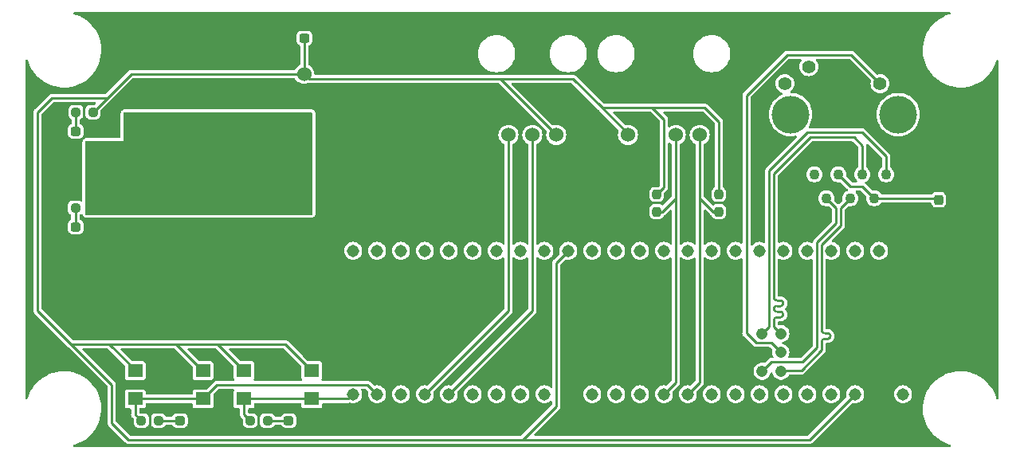
<source format=gtl>
G04 #@! TF.GenerationSoftware,KiCad,Pcbnew,7.0.5*
G04 #@! TF.CreationDate,2024-03-24T13:33:04-05:00*
G04 #@! TF.ProjectId,RotatingSignalStack_board,526f7461-7469-46e6-9753-69676e616c53,rev?*
G04 #@! TF.SameCoordinates,Original*
G04 #@! TF.FileFunction,Copper,L1,Top*
G04 #@! TF.FilePolarity,Positive*
%FSLAX46Y46*%
G04 Gerber Fmt 4.6, Leading zero omitted, Abs format (unit mm)*
G04 Created by KiCad (PCBNEW 7.0.5) date 2024-03-24 13:33:04*
%MOMM*%
%LPD*%
G01*
G04 APERTURE LIST*
G04 Aperture macros list*
%AMRoundRect*
0 Rectangle with rounded corners*
0 $1 Rounding radius*
0 $2 $3 $4 $5 $6 $7 $8 $9 X,Y pos of 4 corners*
0 Add a 4 corners polygon primitive as box body*
4,1,4,$2,$3,$4,$5,$6,$7,$8,$9,$2,$3,0*
0 Add four circle primitives for the rounded corners*
1,1,$1+$1,$2,$3*
1,1,$1+$1,$4,$5*
1,1,$1+$1,$6,$7*
1,1,$1+$1,$8,$9*
0 Add four rect primitives between the rounded corners*
20,1,$1+$1,$2,$3,$4,$5,0*
20,1,$1+$1,$4,$5,$6,$7,0*
20,1,$1+$1,$6,$7,$8,$9,0*
20,1,$1+$1,$8,$9,$2,$3,0*%
G04 Aperture macros list end*
G04 #@! TA.AperFunction,SMDPad,CuDef*
%ADD10RoundRect,0.237500X-0.237500X0.300000X-0.237500X-0.300000X0.237500X-0.300000X0.237500X0.300000X0*%
G04 #@! TD*
G04 #@! TA.AperFunction,ComponentPad*
%ADD11C,1.524000*%
G04 #@! TD*
G04 #@! TA.AperFunction,SMDPad,CuDef*
%ADD12RoundRect,0.237500X0.250000X0.237500X-0.250000X0.237500X-0.250000X-0.237500X0.250000X-0.237500X0*%
G04 #@! TD*
G04 #@! TA.AperFunction,ComponentPad*
%ADD13O,5.100000X3.000000*%
G04 #@! TD*
G04 #@! TA.AperFunction,ComponentPad*
%ADD14C,1.308000*%
G04 #@! TD*
G04 #@! TA.AperFunction,ComponentPad*
%ADD15C,1.208000*%
G04 #@! TD*
G04 #@! TA.AperFunction,SMDPad,CuDef*
%ADD16RoundRect,0.237500X0.300000X0.237500X-0.300000X0.237500X-0.300000X-0.237500X0.300000X-0.237500X0*%
G04 #@! TD*
G04 #@! TA.AperFunction,SMDPad,CuDef*
%ADD17RoundRect,0.237500X0.237500X-0.250000X0.237500X0.250000X-0.237500X0.250000X-0.237500X-0.250000X0*%
G04 #@! TD*
G04 #@! TA.AperFunction,SMDPad,CuDef*
%ADD18RoundRect,0.237500X0.287500X0.237500X-0.287500X0.237500X-0.287500X-0.237500X0.287500X-0.237500X0*%
G04 #@! TD*
G04 #@! TA.AperFunction,SMDPad,CuDef*
%ADD19RoundRect,0.237500X-0.300000X-0.237500X0.300000X-0.237500X0.300000X0.237500X-0.300000X0.237500X0*%
G04 #@! TD*
G04 #@! TA.AperFunction,SMDPad,CuDef*
%ADD20RoundRect,0.237500X-0.250000X-0.237500X0.250000X-0.237500X0.250000X0.237500X-0.250000X0.237500X0*%
G04 #@! TD*
G04 #@! TA.AperFunction,SMDPad,CuDef*
%ADD21R,1.600000X1.400000*%
G04 #@! TD*
G04 #@! TA.AperFunction,ComponentPad*
%ADD22C,1.100000*%
G04 #@! TD*
G04 #@! TA.AperFunction,ComponentPad*
%ADD23C,1.400000*%
G04 #@! TD*
G04 #@! TA.AperFunction,ComponentPad*
%ADD24C,4.000000*%
G04 #@! TD*
G04 #@! TA.AperFunction,ComponentPad*
%ADD25C,2.000000*%
G04 #@! TD*
G04 #@! TA.AperFunction,ViaPad*
%ADD26C,0.800000*%
G04 #@! TD*
G04 #@! TA.AperFunction,Conductor*
%ADD27C,0.254000*%
G04 #@! TD*
G04 APERTURE END LIST*
D10*
X224536000Y-97181500D03*
X224536000Y-98906500D03*
D11*
X157099000Y-88900000D03*
X157099000Y-86360000D03*
X157099000Y-83820000D03*
D12*
X134667000Y-87884000D03*
X132842000Y-87884000D03*
D13*
X139814300Y-103173500D03*
X139814300Y-95299500D03*
D14*
X218186000Y-102616000D03*
X215646000Y-102616000D03*
X213106000Y-102616000D03*
X210566000Y-102616000D03*
X185166000Y-102616000D03*
X215646000Y-117856000D03*
X208026000Y-102616000D03*
X205486000Y-102616000D03*
X202946000Y-102616000D03*
X200406000Y-102616000D03*
X197866000Y-102616000D03*
X195326000Y-102616000D03*
X192786000Y-102616000D03*
X190246000Y-102616000D03*
X187706000Y-102616000D03*
X187706000Y-117856000D03*
X190246000Y-117856000D03*
X192786000Y-117856000D03*
X195326000Y-117856000D03*
X197866000Y-117856000D03*
X200406000Y-117856000D03*
X202946000Y-117856000D03*
X205486000Y-117856000D03*
X208026000Y-117856000D03*
X210566000Y-117856000D03*
X213106000Y-117856000D03*
X182626000Y-102616000D03*
X180086000Y-102616000D03*
X177546000Y-102616000D03*
X175006000Y-102616000D03*
X172466000Y-102616000D03*
X169926000Y-102616000D03*
X167386000Y-102616000D03*
X164846000Y-102616000D03*
X162306000Y-102616000D03*
X162306000Y-117856000D03*
X164846000Y-117856000D03*
X167386000Y-117856000D03*
X169926000Y-117856000D03*
X172466000Y-117856000D03*
X175006000Y-117856000D03*
X177546000Y-117856000D03*
X180086000Y-117856000D03*
X182626000Y-117856000D03*
X220726000Y-102616000D03*
X185166000Y-117856000D03*
X218186000Y-117856000D03*
D15*
X205756000Y-113406000D03*
X207756000Y-113406000D03*
X207756000Y-115406000D03*
X205756000Y-115406000D03*
X205756000Y-111406000D03*
X207756000Y-111406000D03*
D14*
X220726000Y-117856000D03*
D16*
X134620000Y-91948000D03*
X132895000Y-91948000D03*
D17*
X201168000Y-98448500D03*
X201168000Y-96623500D03*
D18*
X157226000Y-120650000D03*
X155476000Y-120650000D03*
D17*
X194564000Y-98448500D03*
X194564000Y-96623500D03*
D18*
X134592000Y-100076000D03*
X132842000Y-100076000D03*
D13*
X149466300Y-103173500D03*
X149466300Y-95299500D03*
D16*
X134620000Y-93980000D03*
X132895000Y-93980000D03*
D18*
X134592000Y-89916000D03*
X132842000Y-89916000D03*
D19*
X157125500Y-80010000D03*
X158850500Y-80010000D03*
D20*
X139803500Y-120650000D03*
X141628500Y-120650000D03*
D16*
X134620000Y-96012000D03*
X132895000Y-96012000D03*
D21*
X139148000Y-115340000D03*
X146348000Y-115340000D03*
X139148000Y-118340000D03*
X146348000Y-118340000D03*
D11*
X191516000Y-90297000D03*
X194056000Y-90297000D03*
X196596000Y-90297000D03*
X199136000Y-90297000D03*
D20*
X132795000Y-98044000D03*
X134620000Y-98044000D03*
D18*
X145655000Y-120650000D03*
X143905000Y-120650000D03*
D21*
X150719000Y-115340000D03*
X157919000Y-115340000D03*
X150719000Y-118340000D03*
X157919000Y-118340000D03*
D20*
X151374500Y-120650000D03*
X153199500Y-120650000D03*
D22*
X218948000Y-94488000D03*
X217678000Y-97028000D03*
X216408000Y-94488000D03*
X215138000Y-97028000D03*
X213868000Y-94488000D03*
X212598000Y-97028000D03*
X211328000Y-94488000D03*
X210058000Y-97028000D03*
D23*
X220828000Y-83058000D03*
X218288000Y-84848000D03*
X210718000Y-83058000D03*
X208178000Y-84848000D03*
D24*
X220218000Y-88138000D03*
X208788000Y-88138000D03*
D25*
X222378000Y-91188000D03*
X206628000Y-91188000D03*
D11*
X178816000Y-90297000D03*
X181356000Y-90297000D03*
X183896000Y-90297000D03*
D19*
X157125500Y-92710000D03*
X158850500Y-92710000D03*
D26*
X142748000Y-115316000D03*
X148590000Y-115316000D03*
X154432000Y-115316000D03*
X160782000Y-120650000D03*
X148590000Y-118364000D03*
D27*
X183896000Y-103886000D02*
X183896000Y-119126000D01*
X201168000Y-88900000D02*
X199644000Y-87376000D01*
X128778000Y-108966000D02*
X132334000Y-112522000D01*
X157919000Y-115340000D02*
X155101000Y-112522000D01*
X183896000Y-119126000D02*
X180340000Y-122682000D01*
X132334000Y-112522000D02*
X136398000Y-112522000D01*
X185674000Y-84328000D02*
X188595000Y-87249000D01*
X147574000Y-112522000D02*
X143510000Y-112522000D01*
X132334000Y-112522000D02*
X136652000Y-116840000D01*
X138731000Y-83820000D02*
X136294500Y-86256500D01*
X136294500Y-86256500D02*
X136191000Y-86360000D01*
X136191000Y-86360000D02*
X130302000Y-86360000D01*
X157099000Y-80036500D02*
X157125500Y-80010000D01*
X188595000Y-87249000D02*
X191516000Y-90170000D01*
X195326000Y-95861500D02*
X194564000Y-96623500D01*
X136398000Y-112522000D02*
X143510000Y-112522000D01*
X157607000Y-84328000D02*
X157099000Y-83820000D01*
X147901000Y-112522000D02*
X147574000Y-112522000D01*
X146328000Y-115340000D02*
X143510000Y-112522000D01*
X191516000Y-90170000D02*
X191516000Y-90297000D01*
X177927000Y-84328000D02*
X185674000Y-84328000D01*
X155101000Y-112522000D02*
X147574000Y-112522000D01*
X139148000Y-115340000D02*
X139148000Y-115272000D01*
X136294500Y-86256500D02*
X134667000Y-87884000D01*
X188722000Y-87376000D02*
X188595000Y-87249000D01*
X183896000Y-90297000D02*
X177927000Y-84328000D01*
X150719000Y-115340000D02*
X147901000Y-112522000D01*
X157099000Y-83820000D02*
X157099000Y-80036500D01*
X139148000Y-115272000D02*
X136398000Y-112522000D01*
X177927000Y-84328000D02*
X176276000Y-84328000D01*
X136652000Y-116840000D02*
X136652000Y-120904000D01*
X136652000Y-120904000D02*
X138430000Y-122682000D01*
X157099000Y-83820000D02*
X138731000Y-83820000D01*
X194056000Y-87376000D02*
X188722000Y-87376000D01*
X201168000Y-96623500D02*
X201168000Y-88900000D01*
X130302000Y-86360000D02*
X128778000Y-87884000D01*
X185166000Y-102616000D02*
X183896000Y-103886000D01*
X176276000Y-84328000D02*
X157607000Y-84328000D01*
X128778000Y-87884000D02*
X128778000Y-108966000D01*
X146348000Y-115340000D02*
X146328000Y-115340000D01*
X138430000Y-122682000D02*
X180340000Y-122682000D01*
X199644000Y-87376000D02*
X194056000Y-87376000D01*
X210820000Y-122682000D02*
X215646000Y-117856000D01*
X194056000Y-87376000D02*
X195326000Y-88646000D01*
X195326000Y-88646000D02*
X195326000Y-95861500D01*
X180340000Y-122682000D02*
X210820000Y-122682000D01*
X213868000Y-94488000D02*
X215138000Y-95758000D01*
X216408000Y-95758000D02*
X217678000Y-97028000D01*
X224536000Y-97181500D02*
X224382500Y-97028000D01*
X215138000Y-95758000D02*
X216408000Y-95758000D01*
X224382500Y-97028000D02*
X217678000Y-97028000D01*
X196596000Y-97028000D02*
X196596000Y-116586000D01*
X196596000Y-90297000D02*
X196596000Y-94742000D01*
X194564000Y-98448500D02*
X195175500Y-98448500D01*
X196596000Y-116586000D02*
X195326000Y-117856000D01*
X195175500Y-98448500D02*
X196596000Y-97028000D01*
X196596000Y-94742000D02*
X196596000Y-97028000D01*
X200556500Y-98448500D02*
X199136000Y-97028000D01*
X201168000Y-98448500D02*
X200556500Y-98448500D01*
X199136000Y-90297000D02*
X199136000Y-94742000D01*
X199136000Y-94742000D02*
X199136000Y-97028000D01*
X199136000Y-116586000D02*
X197866000Y-117856000D01*
X199136000Y-97028000D02*
X199136000Y-116586000D01*
X132795000Y-98044000D02*
X132795000Y-100029000D01*
X132795000Y-100029000D02*
X132842000Y-100076000D01*
X132842000Y-87884000D02*
X132842000Y-89916000D01*
X155476000Y-120650000D02*
X153199500Y-120650000D01*
X143905000Y-120650000D02*
X141628500Y-120650000D01*
X205105000Y-112395000D02*
X204089000Y-111379000D01*
X206745000Y-112395000D02*
X205105000Y-112395000D01*
X208407000Y-81788000D02*
X215228000Y-81788000D01*
X207756000Y-113406000D02*
X206745000Y-112395000D01*
X215228000Y-81788000D02*
X218288000Y-84848000D01*
X204089000Y-86106000D02*
X208407000Y-81788000D01*
X204089000Y-111379000D02*
X204089000Y-86106000D01*
X205756000Y-111406000D02*
X206502000Y-110660000D01*
X218948000Y-92583000D02*
X218948000Y-94488000D01*
X206502000Y-110660000D02*
X206502000Y-94107000D01*
X206502000Y-94107000D02*
X210566000Y-90043000D01*
X216408000Y-90043000D02*
X218948000Y-92583000D01*
X210566000Y-90043000D02*
X216408000Y-90043000D01*
X207010000Y-94424500D02*
X210883500Y-90551000D01*
X207310000Y-108482000D02*
X207710000Y-108482000D01*
X215519000Y-90551000D02*
X216408000Y-91440000D01*
X207010000Y-107582000D02*
X207010000Y-107420780D01*
X207756000Y-111406000D02*
X207010000Y-110660000D01*
X207310000Y-109682000D02*
X207710000Y-109682000D01*
X216408000Y-91440000D02*
X216408000Y-94488000D01*
X207710000Y-107882000D02*
X207310000Y-107882000D01*
X207010000Y-107420780D02*
X207010000Y-94424500D01*
X210883500Y-90551000D02*
X215519000Y-90551000D01*
X207710000Y-109082000D02*
X207310000Y-109082000D01*
X207010000Y-110660000D02*
X207010000Y-109982000D01*
X208010000Y-108182000D02*
G75*
G03*
X207710000Y-107882000I-300000J0D01*
G01*
X207010000Y-107582000D02*
G75*
G03*
X207310000Y-107882000I300000J0D01*
G01*
X207710000Y-108482000D02*
G75*
G03*
X208010000Y-108182000I0J300000D01*
G01*
X207310000Y-109682000D02*
G75*
G03*
X207010000Y-109982000I0J-300000D01*
G01*
X208010000Y-109382000D02*
G75*
G03*
X207710000Y-109082000I-300000J0D01*
G01*
X207310000Y-108482000D02*
G75*
G03*
X207010000Y-108782000I0J-300000D01*
G01*
X207710000Y-109682000D02*
G75*
G03*
X208010000Y-109382000I0J300000D01*
G01*
X207010000Y-108782000D02*
G75*
G03*
X207310000Y-109082000I300000J0D01*
G01*
X207846000Y-115316000D02*
X209934526Y-115316000D01*
X212390000Y-111968000D02*
X212740000Y-111968000D01*
X207756000Y-115406000D02*
X207846000Y-115316000D01*
X212090000Y-110752199D02*
X212090000Y-101981000D01*
X214122000Y-98044000D02*
X215138000Y-97028000D01*
X212090000Y-101981000D02*
X214122000Y-99949000D01*
X209934526Y-115316000D02*
X212090000Y-113160526D01*
X212740000Y-111368000D02*
X212390000Y-111368000D01*
X212090000Y-111068000D02*
X212090000Y-110752199D01*
X212090000Y-113160526D02*
X212090000Y-112268000D01*
X214122000Y-99949000D02*
X214122000Y-98044000D01*
X212390000Y-111968000D02*
G75*
G03*
X212090000Y-112268000I0J-300000D01*
G01*
X213040000Y-111668000D02*
G75*
G03*
X212740000Y-111368000I-300000J0D01*
G01*
X212740000Y-111968000D02*
G75*
G03*
X213040000Y-111668000I0J300000D01*
G01*
X212090000Y-111068000D02*
G75*
G03*
X212390000Y-111368000I300000J0D01*
G01*
X213614000Y-98044000D02*
X213614000Y-99695000D01*
X211582000Y-112903000D02*
X210058000Y-114427000D01*
X210058000Y-114427000D02*
X206735000Y-114427000D01*
X212598000Y-97028000D02*
X213614000Y-98044000D01*
X211582000Y-101727000D02*
X211582000Y-112903000D01*
X206735000Y-114427000D02*
X205756000Y-115406000D01*
X213614000Y-99695000D02*
X211582000Y-101727000D01*
X157919000Y-118340000D02*
X150719000Y-118340000D01*
X151374500Y-120650000D02*
X150719000Y-119994500D01*
X157919000Y-118340000D02*
X161822000Y-118340000D01*
X150719000Y-119994500D02*
X150719000Y-118340000D01*
X161822000Y-118340000D02*
X162306000Y-117856000D01*
X146348000Y-118340000D02*
X139148000Y-118340000D01*
X164846000Y-117856000D02*
X163830000Y-116840000D01*
X139803500Y-120650000D02*
X139148000Y-119994500D01*
X147848000Y-116840000D02*
X146348000Y-118340000D01*
X139148000Y-119994500D02*
X139148000Y-118340000D01*
X163830000Y-116840000D02*
X147848000Y-116840000D01*
X178816000Y-108966000D02*
X169926000Y-117856000D01*
X178816000Y-90297000D02*
X178816000Y-108966000D01*
X181356000Y-90297000D02*
X181356000Y-108966000D01*
X181356000Y-108966000D02*
X172466000Y-117856000D01*
G04 #@! TA.AperFunction,Conductor*
G36*
X157931039Y-87903685D02*
G01*
X157976794Y-87956489D01*
X157988000Y-88008000D01*
X157988000Y-98682000D01*
X157968315Y-98749039D01*
X157915511Y-98794794D01*
X157864000Y-98806000D01*
X133982000Y-98806000D01*
X133914961Y-98786315D01*
X133869206Y-98733511D01*
X133858000Y-98682000D01*
X133858000Y-91056000D01*
X133877685Y-90988961D01*
X133930489Y-90943206D01*
X133982000Y-90932000D01*
X137922000Y-90932000D01*
X137922000Y-88008000D01*
X137941685Y-87940961D01*
X137994489Y-87895206D01*
X138046000Y-87884000D01*
X157864000Y-87884000D01*
X157931039Y-87903685D01*
G37*
G04 #@! TD.AperFunction*
G04 #@! TA.AperFunction,Conductor*
G36*
X154939600Y-112969185D02*
G01*
X154960242Y-112985819D01*
X156782181Y-114807757D01*
X156815666Y-114869080D01*
X156818500Y-114895438D01*
X156818500Y-116084856D01*
X156818502Y-116084882D01*
X156821413Y-116109987D01*
X156821415Y-116109991D01*
X156864905Y-116208488D01*
X156866794Y-116212765D01*
X156866796Y-116212767D01*
X156870670Y-116218422D01*
X156892317Y-116284854D01*
X156874613Y-116352443D01*
X156823177Y-116399731D01*
X156768371Y-116412500D01*
X151869629Y-116412500D01*
X151802590Y-116392815D01*
X151756835Y-116340011D01*
X151746891Y-116270853D01*
X151767330Y-116218422D01*
X151771201Y-116212769D01*
X151771206Y-116212765D01*
X151816585Y-116109991D01*
X151819500Y-116084865D01*
X151819499Y-114595136D01*
X151819497Y-114595117D01*
X151816586Y-114570012D01*
X151816585Y-114570010D01*
X151816585Y-114570009D01*
X151771206Y-114467235D01*
X151691765Y-114387794D01*
X151691764Y-114387793D01*
X151588992Y-114342415D01*
X151563868Y-114339500D01*
X151563865Y-114339500D01*
X150374439Y-114339500D01*
X150307400Y-114319815D01*
X150286758Y-114303181D01*
X149144757Y-113161181D01*
X149111272Y-113099858D01*
X149116256Y-113030166D01*
X149158128Y-112974233D01*
X149223592Y-112949816D01*
X149232438Y-112949500D01*
X154872561Y-112949500D01*
X154939600Y-112969185D01*
G37*
G04 #@! TD.AperFunction*
G04 #@! TA.AperFunction,Conductor*
G36*
X215357600Y-90998185D02*
G01*
X215378242Y-91014819D01*
X215944181Y-91580757D01*
X215977666Y-91642080D01*
X215980500Y-91668438D01*
X215980500Y-93684140D01*
X215960815Y-93751179D01*
X215929388Y-93784456D01*
X215898179Y-93807130D01*
X215835768Y-93852475D01*
X215716140Y-93985336D01*
X215626750Y-94140164D01*
X215626747Y-94140170D01*
X215571504Y-94310192D01*
X215571503Y-94310194D01*
X215552815Y-94487999D01*
X215571503Y-94665805D01*
X215571504Y-94665807D01*
X215626747Y-94835829D01*
X215626750Y-94835835D01*
X215716141Y-94990665D01*
X215775955Y-95057095D01*
X215835771Y-95123528D01*
X215866001Y-95186520D01*
X215857376Y-95255855D01*
X215812634Y-95309520D01*
X215745982Y-95330478D01*
X215743621Y-95330500D01*
X215366438Y-95330500D01*
X215299399Y-95310815D01*
X215278757Y-95294181D01*
X214741171Y-94756595D01*
X214707686Y-94695272D01*
X214705531Y-94655960D01*
X214723185Y-94488000D01*
X214704497Y-94310197D01*
X214657235Y-94164740D01*
X214649252Y-94140170D01*
X214649249Y-94140164D01*
X214625478Y-94098991D01*
X214559859Y-93985335D01*
X214493944Y-93912129D01*
X214440235Y-93852478D01*
X214440232Y-93852476D01*
X214440231Y-93852475D01*
X214440230Y-93852474D01*
X214295593Y-93747388D01*
X214132267Y-93674671D01*
X214132265Y-93674670D01*
X214004594Y-93647533D01*
X213957391Y-93637500D01*
X213778609Y-93637500D01*
X213747954Y-93644015D01*
X213603733Y-93674670D01*
X213603728Y-93674672D01*
X213440408Y-93747387D01*
X213295768Y-93852475D01*
X213176140Y-93985336D01*
X213086750Y-94140164D01*
X213086747Y-94140170D01*
X213031504Y-94310192D01*
X213031503Y-94310194D01*
X213012815Y-94487999D01*
X213031503Y-94665805D01*
X213031504Y-94665807D01*
X213086747Y-94835829D01*
X213086750Y-94835835D01*
X213176141Y-94990665D01*
X213217812Y-95036946D01*
X213295764Y-95123521D01*
X213295767Y-95123523D01*
X213295770Y-95123526D01*
X213440407Y-95228612D01*
X213603733Y-95301329D01*
X213778609Y-95338500D01*
X213778610Y-95338500D01*
X213957390Y-95338500D01*
X213957391Y-95338500D01*
X214020628Y-95325058D01*
X214090294Y-95330373D01*
X214134090Y-95358667D01*
X214816274Y-96040850D01*
X214820901Y-96046028D01*
X214834013Y-96062469D01*
X214860422Y-96127153D01*
X214847668Y-96195849D01*
X214799799Y-96246744D01*
X214787504Y-96253062D01*
X214710406Y-96287388D01*
X214565768Y-96392475D01*
X214446140Y-96525336D01*
X214356750Y-96680164D01*
X214356747Y-96680170D01*
X214301504Y-96850192D01*
X214301503Y-96850194D01*
X214289587Y-96963565D01*
X214282815Y-97028000D01*
X214300468Y-97195951D01*
X214287899Y-97264680D01*
X214264828Y-97296593D01*
X213955680Y-97605741D01*
X213894357Y-97639226D01*
X213824665Y-97634242D01*
X213780318Y-97605741D01*
X213471171Y-97296594D01*
X213437686Y-97235271D01*
X213435531Y-97195960D01*
X213453185Y-97028000D01*
X213434497Y-96850197D01*
X213379250Y-96680165D01*
X213289859Y-96525335D01*
X213243003Y-96473296D01*
X213170235Y-96392478D01*
X213170232Y-96392476D01*
X213170231Y-96392475D01*
X213170230Y-96392474D01*
X213025593Y-96287388D01*
X212862267Y-96214671D01*
X212862265Y-96214670D01*
X212725616Y-96185625D01*
X212687391Y-96177500D01*
X212508609Y-96177500D01*
X212493244Y-96180766D01*
X212333733Y-96214670D01*
X212333728Y-96214672D01*
X212170408Y-96287387D01*
X212025768Y-96392475D01*
X211906140Y-96525336D01*
X211816750Y-96680164D01*
X211816747Y-96680170D01*
X211761504Y-96850192D01*
X211761503Y-96850194D01*
X211744974Y-97007455D01*
X211742815Y-97028000D01*
X211743655Y-97035993D01*
X211761503Y-97205805D01*
X211761504Y-97205807D01*
X211816747Y-97375829D01*
X211816750Y-97375835D01*
X211906141Y-97530665D01*
X211936799Y-97564714D01*
X212025764Y-97663521D01*
X212025767Y-97663523D01*
X212025770Y-97663526D01*
X212170407Y-97768612D01*
X212333733Y-97841329D01*
X212508609Y-97878500D01*
X212508610Y-97878500D01*
X212687390Y-97878500D01*
X212687391Y-97878500D01*
X212750628Y-97865058D01*
X212820294Y-97870373D01*
X212864090Y-97898667D01*
X213150181Y-98184757D01*
X213183666Y-98246080D01*
X213186500Y-98272438D01*
X213186500Y-99466561D01*
X213166815Y-99533600D01*
X213150181Y-99554242D01*
X211299156Y-101405267D01*
X211293968Y-101409903D01*
X211265079Y-101432942D01*
X211233932Y-101478624D01*
X211232592Y-101480513D01*
X211199771Y-101524984D01*
X211195994Y-101532129D01*
X211192484Y-101539420D01*
X211176184Y-101592259D01*
X211175460Y-101594458D01*
X211157207Y-101646626D01*
X211155708Y-101654546D01*
X211154771Y-101660764D01*
X211153143Y-101664264D01*
X211152123Y-101670270D01*
X211151794Y-101671340D01*
X211150095Y-101670817D01*
X211125307Y-101724118D01*
X211066270Y-101761485D01*
X210996402Y-101761002D01*
X210973704Y-101751627D01*
X210933038Y-101729890D01*
X210753117Y-101675311D01*
X210753115Y-101675310D01*
X210566000Y-101656882D01*
X210378884Y-101675310D01*
X210378882Y-101675311D01*
X210198959Y-101729891D01*
X210033148Y-101818518D01*
X210033142Y-101818523D01*
X209887800Y-101937800D01*
X209768523Y-102083142D01*
X209768518Y-102083148D01*
X209679891Y-102248959D01*
X209625311Y-102428882D01*
X209625310Y-102428884D01*
X209606882Y-102616000D01*
X209625310Y-102803115D01*
X209625311Y-102803117D01*
X209679891Y-102983040D01*
X209768518Y-103148851D01*
X209768523Y-103148857D01*
X209887800Y-103294199D01*
X210033142Y-103413476D01*
X210033148Y-103413481D01*
X210159955Y-103481260D01*
X210198961Y-103502109D01*
X210351300Y-103548321D01*
X210378882Y-103556688D01*
X210378884Y-103556689D01*
X210397312Y-103558503D01*
X210566000Y-103575118D01*
X210753115Y-103556689D01*
X210933039Y-103502109D01*
X210972044Y-103481259D01*
X211040447Y-103467017D01*
X211105691Y-103492016D01*
X211147062Y-103548320D01*
X211154499Y-103590617D01*
X211154499Y-112674561D01*
X211134814Y-112741600D01*
X211118180Y-112762242D01*
X209917243Y-113963181D01*
X209855920Y-113996666D01*
X209829562Y-113999500D01*
X208672543Y-113999500D01*
X208605504Y-113979815D01*
X208559749Y-113927011D01*
X208549805Y-113857853D01*
X208565156Y-113813500D01*
X208586853Y-113775920D01*
X208645608Y-113595092D01*
X208665482Y-113406000D01*
X208645608Y-113216908D01*
X208586853Y-113036080D01*
X208491786Y-112871420D01*
X208364562Y-112730123D01*
X208210741Y-112618365D01*
X208037045Y-112541031D01*
X208037043Y-112541030D01*
X207972399Y-112527290D01*
X207910917Y-112494098D01*
X207877141Y-112432935D01*
X207881793Y-112363220D01*
X207923398Y-112307088D01*
X207972399Y-112284710D01*
X207973823Y-112284407D01*
X208037045Y-112270969D01*
X208210741Y-112193635D01*
X208364562Y-112081877D01*
X208491786Y-111940580D01*
X208586853Y-111775920D01*
X208645608Y-111595092D01*
X208665482Y-111406000D01*
X208645608Y-111216908D01*
X208586853Y-111036080D01*
X208491786Y-110871420D01*
X208364562Y-110730123D01*
X208210741Y-110618365D01*
X208037045Y-110541031D01*
X208037043Y-110541030D01*
X207851067Y-110501500D01*
X207660933Y-110501500D01*
X207612300Y-110511837D01*
X207587279Y-110517155D01*
X207517612Y-110511837D01*
X207461879Y-110469699D01*
X207437775Y-110404119D01*
X207437500Y-110395864D01*
X207437500Y-110233500D01*
X207457185Y-110166461D01*
X207509989Y-110120706D01*
X207561500Y-110109500D01*
X207781653Y-110109500D01*
X207781654Y-110109499D01*
X207922204Y-110081543D01*
X208054600Y-110026702D01*
X208173754Y-109947086D01*
X208275086Y-109845754D01*
X208354702Y-109726600D01*
X208409543Y-109594204D01*
X208437500Y-109453652D01*
X208437500Y-109382000D01*
X208437500Y-109320535D01*
X208437500Y-109310348D01*
X208409543Y-109169796D01*
X208354702Y-109037400D01*
X208354700Y-109037397D01*
X208354698Y-109037393D01*
X208275086Y-108918246D01*
X208275083Y-108918242D01*
X208226522Y-108869681D01*
X208193037Y-108808358D01*
X208198021Y-108738666D01*
X208226522Y-108694319D01*
X208275083Y-108645757D01*
X208275086Y-108645754D01*
X208354702Y-108526600D01*
X208409543Y-108394204D01*
X208437500Y-108253652D01*
X208437500Y-108182000D01*
X208437500Y-108120535D01*
X208437500Y-108110348D01*
X208409543Y-107969796D01*
X208354702Y-107837400D01*
X208354700Y-107837397D01*
X208354698Y-107837393D01*
X208275086Y-107718246D01*
X208275083Y-107718242D01*
X208173757Y-107616916D01*
X208173753Y-107616913D01*
X208054606Y-107537301D01*
X208054596Y-107537296D01*
X207922204Y-107482457D01*
X207922196Y-107482455D01*
X207781656Y-107454500D01*
X207781652Y-107454500D01*
X207774435Y-107454500D01*
X207561500Y-107454500D01*
X207494461Y-107434815D01*
X207448706Y-107382011D01*
X207437500Y-107330500D01*
X207437500Y-103590617D01*
X207457185Y-103523578D01*
X207509989Y-103477823D01*
X207579147Y-103467879D01*
X207619952Y-103481258D01*
X207658961Y-103502109D01*
X207811296Y-103548320D01*
X207838882Y-103556688D01*
X207838884Y-103556689D01*
X207855660Y-103558341D01*
X208026000Y-103575118D01*
X208213115Y-103556689D01*
X208393039Y-103502109D01*
X208458691Y-103467017D01*
X208558851Y-103413481D01*
X208558853Y-103413478D01*
X208558857Y-103413477D01*
X208704199Y-103294199D01*
X208823477Y-103148857D01*
X208823478Y-103148853D01*
X208823481Y-103148851D01*
X208912108Y-102983040D01*
X208912109Y-102983039D01*
X208966689Y-102803115D01*
X208985118Y-102616000D01*
X208966689Y-102428885D01*
X208912109Y-102248961D01*
X208868500Y-102167374D01*
X208823481Y-102083148D01*
X208823476Y-102083142D01*
X208704199Y-101937800D01*
X208558857Y-101818523D01*
X208558851Y-101818518D01*
X208393040Y-101729891D01*
X208213117Y-101675311D01*
X208213115Y-101675310D01*
X208026000Y-101656882D01*
X207838884Y-101675310D01*
X207838882Y-101675311D01*
X207658961Y-101729890D01*
X207619952Y-101750741D01*
X207551549Y-101764982D01*
X207486306Y-101739981D01*
X207444936Y-101683676D01*
X207437500Y-101641382D01*
X207437500Y-94652937D01*
X207457185Y-94585898D01*
X207473814Y-94565261D01*
X207551076Y-94487999D01*
X210472815Y-94487999D01*
X210491503Y-94665805D01*
X210491504Y-94665807D01*
X210546747Y-94835829D01*
X210546750Y-94835835D01*
X210636141Y-94990665D01*
X210677812Y-95036946D01*
X210755764Y-95123521D01*
X210755767Y-95123523D01*
X210755770Y-95123526D01*
X210900407Y-95228612D01*
X211063733Y-95301329D01*
X211238609Y-95338500D01*
X211238610Y-95338500D01*
X211417389Y-95338500D01*
X211417391Y-95338500D01*
X211592267Y-95301329D01*
X211755593Y-95228612D01*
X211900230Y-95123526D01*
X212019859Y-94990665D01*
X212109250Y-94835835D01*
X212164497Y-94665803D01*
X212183185Y-94488000D01*
X212164497Y-94310197D01*
X212117235Y-94164740D01*
X212109252Y-94140170D01*
X212109249Y-94140164D01*
X212085478Y-94098991D01*
X212019859Y-93985335D01*
X211953944Y-93912129D01*
X211900235Y-93852478D01*
X211900232Y-93852476D01*
X211900231Y-93852475D01*
X211900230Y-93852474D01*
X211755593Y-93747388D01*
X211592267Y-93674671D01*
X211592265Y-93674670D01*
X211464594Y-93647533D01*
X211417391Y-93637500D01*
X211238609Y-93637500D01*
X211207954Y-93644015D01*
X211063733Y-93674670D01*
X211063728Y-93674672D01*
X210900408Y-93747387D01*
X210755768Y-93852475D01*
X210636140Y-93985336D01*
X210546750Y-94140164D01*
X210546747Y-94140170D01*
X210491504Y-94310192D01*
X210491503Y-94310194D01*
X210472815Y-94487999D01*
X207551076Y-94487999D01*
X211024257Y-91014819D01*
X211085580Y-90981334D01*
X211111938Y-90978500D01*
X215290561Y-90978500D01*
X215357600Y-90998185D01*
G37*
G04 #@! TD.AperFunction*
G04 #@! TA.AperFunction,Conductor*
G36*
X225754238Y-77236185D02*
G01*
X225799993Y-77288989D01*
X225809937Y-77358147D01*
X225780912Y-77421703D01*
X225722134Y-77459477D01*
X225717797Y-77460666D01*
X225649272Y-77478114D01*
X225276549Y-77613774D01*
X224919191Y-77785869D01*
X224580753Y-77992684D01*
X224580742Y-77992692D01*
X224264575Y-78232180D01*
X224264572Y-78232182D01*
X223973813Y-78501968D01*
X223711365Y-78799359D01*
X223479839Y-79121393D01*
X223479826Y-79121413D01*
X223281516Y-79464896D01*
X223118382Y-79826437D01*
X222992059Y-80202419D01*
X222903799Y-80589111D01*
X222854478Y-80982681D01*
X222844590Y-81379173D01*
X222844590Y-81379187D01*
X222874230Y-81774711D01*
X222874231Y-81774724D01*
X222943108Y-82165339D01*
X223050530Y-82547137D01*
X223050534Y-82547151D01*
X223195435Y-82916353D01*
X223195440Y-82916365D01*
X223376386Y-83269314D01*
X223376397Y-83269333D01*
X223413734Y-83327141D01*
X223591586Y-83602509D01*
X223838886Y-83912614D01*
X223838895Y-83912625D01*
X224115823Y-84196544D01*
X224115833Y-84196554D01*
X224419676Y-84451508D01*
X224747394Y-84674942D01*
X225095730Y-84864636D01*
X225461223Y-85018704D01*
X225461232Y-85018706D01*
X225461238Y-85018709D01*
X225840235Y-85135614D01*
X225840248Y-85135617D01*
X226228999Y-85214205D01*
X226229014Y-85214208D01*
X226567299Y-85248058D01*
X226623680Y-85253700D01*
X226623681Y-85253700D01*
X226921084Y-85253700D01*
X226921101Y-85253700D01*
X227218145Y-85238875D01*
X227610353Y-85179759D01*
X227994726Y-85081886D01*
X228367445Y-84946228D01*
X228724803Y-84774133D01*
X228754778Y-84755816D01*
X229063246Y-84567315D01*
X229063245Y-84567315D01*
X229063251Y-84567312D01*
X229379424Y-84327820D01*
X229670181Y-84058037D01*
X229932631Y-83760645D01*
X230164166Y-83438600D01*
X230362485Y-83095101D01*
X230525617Y-82733563D01*
X230643957Y-82381340D01*
X230683968Y-82324061D01*
X230748594Y-82297506D01*
X230817318Y-82310107D01*
X230868321Y-82357862D01*
X230885500Y-82420833D01*
X230885500Y-118252243D01*
X230865815Y-118319282D01*
X230813011Y-118365037D01*
X230743853Y-118374981D01*
X230680297Y-118345956D01*
X230642523Y-118287178D01*
X230642135Y-118285827D01*
X230593469Y-118112862D01*
X230593465Y-118112848D01*
X230448564Y-117743646D01*
X230448559Y-117743634D01*
X230267613Y-117390685D01*
X230267609Y-117390677D01*
X230052414Y-117057491D01*
X229805114Y-116747386D01*
X229805111Y-116747383D01*
X229805104Y-116747374D01*
X229528176Y-116463455D01*
X229528173Y-116463452D01*
X229528172Y-116463451D01*
X229528167Y-116463446D01*
X229224324Y-116208492D01*
X229079849Y-116109991D01*
X228896605Y-115985057D01*
X228780493Y-115921826D01*
X228548270Y-115795364D01*
X228548262Y-115795360D01*
X228548259Y-115795359D01*
X228182777Y-115641296D01*
X228182761Y-115641290D01*
X227803764Y-115524385D01*
X227803751Y-115524382D01*
X227415000Y-115445794D01*
X227414979Y-115445791D01*
X227020320Y-115406300D01*
X227020319Y-115406300D01*
X226722899Y-115406300D01*
X226722884Y-115406300D01*
X226425855Y-115421124D01*
X226033647Y-115480241D01*
X225649272Y-115578114D01*
X225276549Y-115713774D01*
X224919191Y-115885869D01*
X224580753Y-116092684D01*
X224580742Y-116092692D01*
X224264575Y-116332180D01*
X224264572Y-116332182D01*
X223973813Y-116601968D01*
X223711365Y-116899359D01*
X223479839Y-117221393D01*
X223479826Y-117221413D01*
X223281516Y-117564896D01*
X223118382Y-117926437D01*
X222992059Y-118302419D01*
X222903799Y-118689111D01*
X222854478Y-119082681D01*
X222844590Y-119479173D01*
X222844590Y-119479187D01*
X222874230Y-119874711D01*
X222874231Y-119874721D01*
X222943108Y-120265339D01*
X223050530Y-120647137D01*
X223050534Y-120647151D01*
X223195435Y-121016353D01*
X223195440Y-121016365D01*
X223372052Y-121360860D01*
X223376391Y-121369323D01*
X223591586Y-121702509D01*
X223838886Y-122012614D01*
X223838895Y-122012625D01*
X224115823Y-122296544D01*
X224115833Y-122296554D01*
X224419676Y-122551508D01*
X224747394Y-122774942D01*
X225095730Y-122964636D01*
X225461223Y-123118704D01*
X225461232Y-123118706D01*
X225461238Y-123118709D01*
X225728048Y-123201009D01*
X225786307Y-123239579D01*
X225814464Y-123303524D01*
X225803581Y-123372541D01*
X225757113Y-123424717D01*
X225691498Y-123443500D01*
X132706801Y-123443500D01*
X132639762Y-123423815D01*
X132594007Y-123371011D01*
X132584063Y-123301853D01*
X132613088Y-123238297D01*
X132671866Y-123200523D01*
X132676203Y-123199334D01*
X132744726Y-123181886D01*
X133117445Y-123046228D01*
X133474803Y-122874133D01*
X133813251Y-122667312D01*
X134129424Y-122427820D01*
X134420181Y-122158037D01*
X134682631Y-121860645D01*
X134914166Y-121538600D01*
X135112485Y-121195101D01*
X135275617Y-120833563D01*
X135401941Y-120457578D01*
X135490201Y-120070885D01*
X135539521Y-119677325D01*
X135544828Y-119464499D01*
X135549409Y-119280826D01*
X135549409Y-119280810D01*
X135543831Y-119206373D01*
X135519769Y-118885280D01*
X135450893Y-118494668D01*
X135414420Y-118365037D01*
X135379006Y-118239166D01*
X135343467Y-118112854D01*
X135316097Y-118043117D01*
X135198564Y-117743646D01*
X135198559Y-117743634D01*
X135017613Y-117390685D01*
X135017609Y-117390677D01*
X134802414Y-117057491D01*
X134555114Y-116747386D01*
X134555111Y-116747383D01*
X134555104Y-116747374D01*
X134278176Y-116463455D01*
X134278173Y-116463452D01*
X134278172Y-116463451D01*
X134278167Y-116463446D01*
X133974324Y-116208492D01*
X133829849Y-116109991D01*
X133646605Y-115985057D01*
X133530493Y-115921826D01*
X133298270Y-115795364D01*
X133298262Y-115795360D01*
X133298259Y-115795359D01*
X132932777Y-115641296D01*
X132932761Y-115641290D01*
X132553764Y-115524385D01*
X132553751Y-115524382D01*
X132165000Y-115445794D01*
X132164979Y-115445791D01*
X131770320Y-115406300D01*
X131770319Y-115406300D01*
X131472899Y-115406300D01*
X131472884Y-115406300D01*
X131175855Y-115421124D01*
X130783647Y-115480241D01*
X130399272Y-115578114D01*
X130026549Y-115713774D01*
X129669191Y-115885869D01*
X129330753Y-116092684D01*
X129330742Y-116092692D01*
X129014575Y-116332180D01*
X129014572Y-116332182D01*
X128723813Y-116601968D01*
X128461365Y-116899359D01*
X128229839Y-117221393D01*
X128229826Y-117221413D01*
X128031516Y-117564896D01*
X127868382Y-117926437D01*
X127750043Y-118278658D01*
X127710032Y-118335938D01*
X127645406Y-118362493D01*
X127576682Y-118349892D01*
X127525679Y-118302137D01*
X127508500Y-118239166D01*
X127508500Y-108982166D01*
X128345972Y-108982166D01*
X128356249Y-109036475D01*
X128356637Y-109038760D01*
X128364878Y-109093432D01*
X128367256Y-109101140D01*
X128369934Y-109108795D01*
X128395765Y-109157669D01*
X128396809Y-109159738D01*
X128420794Y-109209542D01*
X128425339Y-109216208D01*
X128430147Y-109222723D01*
X128430149Y-109222726D01*
X128469258Y-109261835D01*
X128470841Y-109263479D01*
X128508447Y-109304008D01*
X128508452Y-109304011D01*
X128515712Y-109309801D01*
X128515154Y-109310499D01*
X128527051Y-109319628D01*
X131983806Y-112776382D01*
X131983817Y-112776394D01*
X132012270Y-112804847D01*
X132016906Y-112810034D01*
X132039942Y-112838920D01*
X132050456Y-112846088D01*
X132068280Y-112860857D01*
X136188181Y-116980757D01*
X136221666Y-117042080D01*
X136224500Y-117068438D01*
X136224500Y-120876507D01*
X136224110Y-120883455D01*
X136219972Y-120920166D01*
X136230249Y-120974475D01*
X136230637Y-120976760D01*
X136238878Y-121031432D01*
X136241256Y-121039140D01*
X136243934Y-121046795D01*
X136269765Y-121095669D01*
X136270809Y-121097738D01*
X136272315Y-121100865D01*
X136294649Y-121147242D01*
X136294794Y-121147542D01*
X136299339Y-121154208D01*
X136304147Y-121160723D01*
X136304149Y-121160726D01*
X136343258Y-121199835D01*
X136344841Y-121201479D01*
X136382447Y-121242008D01*
X136382452Y-121242011D01*
X136389712Y-121247801D01*
X136389154Y-121248499D01*
X136401051Y-121257628D01*
X138108266Y-122964842D01*
X138112902Y-122970030D01*
X138128155Y-122989156D01*
X138135942Y-122998920D01*
X138181633Y-123030072D01*
X138183499Y-123031397D01*
X138194082Y-123039207D01*
X138227986Y-123064229D01*
X138227987Y-123064229D01*
X138227988Y-123064230D01*
X138235130Y-123068005D01*
X138242416Y-123071513D01*
X138242419Y-123071515D01*
X138295298Y-123087825D01*
X138297429Y-123088528D01*
X138336364Y-123102152D01*
X138349625Y-123106792D01*
X138349627Y-123106792D01*
X138357553Y-123108291D01*
X138365563Y-123109499D01*
X138365565Y-123109500D01*
X138420839Y-123109500D01*
X138423124Y-123109542D01*
X138478405Y-123111611D01*
X138478405Y-123111610D01*
X138478406Y-123111611D01*
X138487640Y-123110571D01*
X138487739Y-123111457D01*
X138502610Y-123109500D01*
X180275565Y-123109500D01*
X180312508Y-123109500D01*
X180319448Y-123109889D01*
X180348723Y-123113188D01*
X180356165Y-123114027D01*
X180356165Y-123114026D01*
X180356166Y-123114027D01*
X180368665Y-123111661D01*
X180391719Y-123109500D01*
X210792508Y-123109500D01*
X210799448Y-123109889D01*
X210836166Y-123114027D01*
X210836166Y-123114026D01*
X210836167Y-123114027D01*
X210854430Y-123110571D01*
X210890510Y-123103743D01*
X210892697Y-123103371D01*
X210947431Y-123095122D01*
X210947436Y-123095119D01*
X210955164Y-123092735D01*
X210962784Y-123090068D01*
X210962789Y-123090068D01*
X211011676Y-123064230D01*
X211013719Y-123063198D01*
X211063540Y-123039207D01*
X211070211Y-123034657D01*
X211076718Y-123029854D01*
X211076726Y-123029851D01*
X211115835Y-122990740D01*
X211117458Y-122989176D01*
X211158008Y-122951553D01*
X211158010Y-122951549D01*
X211163805Y-122944283D01*
X211164507Y-122944843D01*
X211173627Y-122932948D01*
X215292012Y-118814562D01*
X215353333Y-118781079D01*
X215415687Y-118783585D01*
X215458882Y-118796688D01*
X215458884Y-118796689D01*
X215475660Y-118798341D01*
X215646000Y-118815118D01*
X215833115Y-118796689D01*
X216013039Y-118742109D01*
X216074373Y-118709324D01*
X216178851Y-118653481D01*
X216178853Y-118653478D01*
X216178857Y-118653477D01*
X216324199Y-118534199D01*
X216443477Y-118388857D01*
X216443478Y-118388853D01*
X216443481Y-118388851D01*
X216532108Y-118223040D01*
X216532109Y-118223039D01*
X216586689Y-118043115D01*
X216605118Y-117856000D01*
X219766882Y-117856000D01*
X219785310Y-118043115D01*
X219785311Y-118043117D01*
X219839891Y-118223040D01*
X219928518Y-118388851D01*
X219928523Y-118388857D01*
X220047800Y-118534199D01*
X220193142Y-118653476D01*
X220193148Y-118653481D01*
X220358959Y-118742108D01*
X220358961Y-118742109D01*
X220507555Y-118787185D01*
X220538882Y-118796688D01*
X220538884Y-118796689D01*
X220557313Y-118798503D01*
X220726000Y-118815118D01*
X220913115Y-118796689D01*
X221093039Y-118742109D01*
X221154373Y-118709324D01*
X221258851Y-118653481D01*
X221258853Y-118653478D01*
X221258857Y-118653477D01*
X221404199Y-118534199D01*
X221523477Y-118388857D01*
X221523478Y-118388853D01*
X221523481Y-118388851D01*
X221612108Y-118223040D01*
X221612109Y-118223039D01*
X221666689Y-118043115D01*
X221685118Y-117856000D01*
X221666689Y-117668885D01*
X221612109Y-117488961D01*
X221600496Y-117467234D01*
X221523481Y-117323148D01*
X221523476Y-117323142D01*
X221404199Y-117177800D01*
X221258857Y-117058523D01*
X221258851Y-117058518D01*
X221093040Y-116969891D01*
X220913117Y-116915311D01*
X220913115Y-116915310D01*
X220726000Y-116896882D01*
X220538884Y-116915310D01*
X220538882Y-116915311D01*
X220358959Y-116969891D01*
X220193148Y-117058518D01*
X220193142Y-117058523D01*
X220047800Y-117177800D01*
X219928523Y-117323142D01*
X219928518Y-117323148D01*
X219839891Y-117488959D01*
X219785311Y-117668882D01*
X219785310Y-117668884D01*
X219766882Y-117856000D01*
X216605118Y-117856000D01*
X216586689Y-117668885D01*
X216532109Y-117488961D01*
X216520496Y-117467234D01*
X216443481Y-117323148D01*
X216443476Y-117323142D01*
X216324199Y-117177800D01*
X216178857Y-117058523D01*
X216178851Y-117058518D01*
X216013040Y-116969891D01*
X215833117Y-116915311D01*
X215833115Y-116915310D01*
X215646000Y-116896882D01*
X215458884Y-116915310D01*
X215458882Y-116915311D01*
X215278959Y-116969891D01*
X215113148Y-117058518D01*
X215113142Y-117058523D01*
X214967800Y-117177800D01*
X214848523Y-117323142D01*
X214848518Y-117323148D01*
X214759891Y-117488959D01*
X214705311Y-117668882D01*
X214705310Y-117668884D01*
X214686882Y-117855999D01*
X214705311Y-118043117D01*
X214718414Y-118086314D01*
X214719037Y-118156181D01*
X214687434Y-118209988D01*
X210679243Y-122218181D01*
X210617920Y-122251666D01*
X210591562Y-122254500D01*
X181671439Y-122254500D01*
X181604400Y-122234815D01*
X181558645Y-122182011D01*
X181548701Y-122112853D01*
X181577726Y-122049297D01*
X181583758Y-122042819D01*
X182863334Y-120763242D01*
X184178854Y-119447720D01*
X184184022Y-119443101D01*
X184212920Y-119420058D01*
X184244084Y-119374346D01*
X184245407Y-119372484D01*
X184278228Y-119328014D01*
X184278230Y-119328005D01*
X184282030Y-119320818D01*
X184285515Y-119313581D01*
X184301812Y-119260746D01*
X184302537Y-119258542D01*
X184304223Y-119253722D01*
X184320792Y-119206375D01*
X184320792Y-119206372D01*
X184322295Y-119198429D01*
X184323500Y-119190437D01*
X184323500Y-119135144D01*
X184323542Y-119132861D01*
X184325610Y-119077595D01*
X184324570Y-119068363D01*
X184325456Y-119068263D01*
X184323500Y-119053395D01*
X184323500Y-117856000D01*
X186746882Y-117856000D01*
X186765310Y-118043115D01*
X186765311Y-118043117D01*
X186819891Y-118223040D01*
X186908518Y-118388851D01*
X186908523Y-118388857D01*
X187027800Y-118534199D01*
X187173142Y-118653476D01*
X187173148Y-118653481D01*
X187338959Y-118742108D01*
X187338961Y-118742109D01*
X187487555Y-118787185D01*
X187518882Y-118796688D01*
X187518884Y-118796689D01*
X187535660Y-118798341D01*
X187706000Y-118815118D01*
X187893115Y-118796689D01*
X188073039Y-118742109D01*
X188134373Y-118709324D01*
X188238851Y-118653481D01*
X188238853Y-118653478D01*
X188238857Y-118653477D01*
X188384199Y-118534199D01*
X188503477Y-118388857D01*
X188503478Y-118388853D01*
X188503481Y-118388851D01*
X188592108Y-118223040D01*
X188592109Y-118223039D01*
X188646689Y-118043115D01*
X188665118Y-117856000D01*
X189286882Y-117856000D01*
X189305310Y-118043115D01*
X189305311Y-118043117D01*
X189359891Y-118223040D01*
X189448518Y-118388851D01*
X189448523Y-118388857D01*
X189567800Y-118534199D01*
X189713142Y-118653476D01*
X189713148Y-118653481D01*
X189878959Y-118742108D01*
X189878961Y-118742109D01*
X190027555Y-118787185D01*
X190058882Y-118796688D01*
X190058884Y-118796689D01*
X190077313Y-118798503D01*
X190246000Y-118815118D01*
X190433115Y-118796689D01*
X190613039Y-118742109D01*
X190674373Y-118709324D01*
X190778851Y-118653481D01*
X190778853Y-118653478D01*
X190778857Y-118653477D01*
X190924199Y-118534199D01*
X191043477Y-118388857D01*
X191043478Y-118388853D01*
X191043481Y-118388851D01*
X191132108Y-118223040D01*
X191132109Y-118223039D01*
X191186689Y-118043115D01*
X191205118Y-117856000D01*
X191826882Y-117856000D01*
X191845310Y-118043115D01*
X191845311Y-118043117D01*
X191899891Y-118223040D01*
X191988518Y-118388851D01*
X191988523Y-118388857D01*
X192107800Y-118534199D01*
X192253142Y-118653476D01*
X192253148Y-118653481D01*
X192418959Y-118742108D01*
X192418961Y-118742109D01*
X192567555Y-118787185D01*
X192598882Y-118796688D01*
X192598884Y-118796689D01*
X192617312Y-118798503D01*
X192786000Y-118815118D01*
X192973115Y-118796689D01*
X193153039Y-118742109D01*
X193214373Y-118709324D01*
X193318851Y-118653481D01*
X193318853Y-118653478D01*
X193318857Y-118653477D01*
X193464199Y-118534199D01*
X193583477Y-118388857D01*
X193583478Y-118388853D01*
X193583481Y-118388851D01*
X193672108Y-118223040D01*
X193672109Y-118223039D01*
X193726689Y-118043115D01*
X193745118Y-117856000D01*
X193726689Y-117668885D01*
X193672109Y-117488961D01*
X193660496Y-117467234D01*
X193583481Y-117323148D01*
X193583476Y-117323142D01*
X193464199Y-117177800D01*
X193318857Y-117058523D01*
X193318851Y-117058518D01*
X193153040Y-116969891D01*
X192973117Y-116915311D01*
X192973115Y-116915310D01*
X192786000Y-116896882D01*
X192598884Y-116915310D01*
X192598882Y-116915311D01*
X192418959Y-116969891D01*
X192253148Y-117058518D01*
X192253142Y-117058523D01*
X192107800Y-117177800D01*
X191988523Y-117323142D01*
X191988518Y-117323148D01*
X191899891Y-117488959D01*
X191845311Y-117668882D01*
X191845310Y-117668884D01*
X191826882Y-117856000D01*
X191205118Y-117856000D01*
X191186689Y-117668885D01*
X191132109Y-117488961D01*
X191120496Y-117467234D01*
X191043481Y-117323148D01*
X191043476Y-117323142D01*
X190924199Y-117177800D01*
X190778857Y-117058523D01*
X190778851Y-117058518D01*
X190613040Y-116969891D01*
X190433117Y-116915311D01*
X190433115Y-116915310D01*
X190246000Y-116896882D01*
X190058884Y-116915310D01*
X190058882Y-116915311D01*
X189878959Y-116969891D01*
X189713148Y-117058518D01*
X189713142Y-117058523D01*
X189567800Y-117177800D01*
X189448523Y-117323142D01*
X189448518Y-117323148D01*
X189359891Y-117488959D01*
X189305311Y-117668882D01*
X189305310Y-117668884D01*
X189286882Y-117856000D01*
X188665118Y-117856000D01*
X188646689Y-117668885D01*
X188592109Y-117488961D01*
X188580496Y-117467234D01*
X188503481Y-117323148D01*
X188503476Y-117323142D01*
X188384199Y-117177800D01*
X188238857Y-117058523D01*
X188238851Y-117058518D01*
X188073040Y-116969891D01*
X187893117Y-116915311D01*
X187893115Y-116915310D01*
X187706000Y-116896882D01*
X187518884Y-116915310D01*
X187518882Y-116915311D01*
X187338959Y-116969891D01*
X187173148Y-117058518D01*
X187173142Y-117058523D01*
X187027800Y-117177800D01*
X186908523Y-117323142D01*
X186908518Y-117323148D01*
X186819891Y-117488959D01*
X186765311Y-117668882D01*
X186765310Y-117668884D01*
X186746882Y-117856000D01*
X184323500Y-117856000D01*
X184323500Y-104114437D01*
X184343185Y-104047398D01*
X184359814Y-104026761D01*
X184812013Y-103574562D01*
X184873334Y-103541079D01*
X184935687Y-103543584D01*
X184978885Y-103556689D01*
X184978884Y-103556689D01*
X184995660Y-103558341D01*
X185166000Y-103575118D01*
X185353115Y-103556689D01*
X185533039Y-103502109D01*
X185598691Y-103467017D01*
X185698851Y-103413481D01*
X185698853Y-103413478D01*
X185698857Y-103413477D01*
X185844199Y-103294199D01*
X185963477Y-103148857D01*
X185963478Y-103148853D01*
X185963481Y-103148851D01*
X186052108Y-102983040D01*
X186052109Y-102983039D01*
X186106689Y-102803115D01*
X186125118Y-102616000D01*
X186746882Y-102616000D01*
X186765310Y-102803115D01*
X186765311Y-102803117D01*
X186819891Y-102983040D01*
X186908518Y-103148851D01*
X186908523Y-103148857D01*
X187027800Y-103294199D01*
X187173142Y-103413476D01*
X187173148Y-103413481D01*
X187299955Y-103481260D01*
X187338961Y-103502109D01*
X187491300Y-103548321D01*
X187518882Y-103556688D01*
X187518884Y-103556689D01*
X187535660Y-103558341D01*
X187706000Y-103575118D01*
X187893115Y-103556689D01*
X188073039Y-103502109D01*
X188138691Y-103467017D01*
X188238851Y-103413481D01*
X188238853Y-103413478D01*
X188238857Y-103413477D01*
X188384199Y-103294199D01*
X188503477Y-103148857D01*
X188503478Y-103148853D01*
X188503481Y-103148851D01*
X188592108Y-102983040D01*
X188592109Y-102983039D01*
X188646689Y-102803115D01*
X188665118Y-102616000D01*
X189286882Y-102616000D01*
X189305310Y-102803115D01*
X189305311Y-102803117D01*
X189359891Y-102983040D01*
X189448518Y-103148851D01*
X189448523Y-103148857D01*
X189567800Y-103294199D01*
X189713142Y-103413476D01*
X189713148Y-103413481D01*
X189839955Y-103481260D01*
X189878961Y-103502109D01*
X190031300Y-103548321D01*
X190058882Y-103556688D01*
X190058884Y-103556689D01*
X190077313Y-103558503D01*
X190246000Y-103575118D01*
X190433115Y-103556689D01*
X190613039Y-103502109D01*
X190678691Y-103467017D01*
X190778851Y-103413481D01*
X190778853Y-103413478D01*
X190778857Y-103413477D01*
X190924199Y-103294199D01*
X191043477Y-103148857D01*
X191043478Y-103148853D01*
X191043481Y-103148851D01*
X191132108Y-102983040D01*
X191132109Y-102983039D01*
X191186689Y-102803115D01*
X191205118Y-102616000D01*
X191826882Y-102616000D01*
X191845310Y-102803115D01*
X191845311Y-102803117D01*
X191899891Y-102983040D01*
X191988518Y-103148851D01*
X191988523Y-103148857D01*
X192107800Y-103294199D01*
X192253142Y-103413476D01*
X192253148Y-103413481D01*
X192379955Y-103481260D01*
X192418961Y-103502109D01*
X192571300Y-103548321D01*
X192598882Y-103556688D01*
X192598884Y-103556689D01*
X192617312Y-103558503D01*
X192786000Y-103575118D01*
X192973115Y-103556689D01*
X193153039Y-103502109D01*
X193218691Y-103467017D01*
X193318851Y-103413481D01*
X193318853Y-103413478D01*
X193318857Y-103413477D01*
X193464199Y-103294199D01*
X193583477Y-103148857D01*
X193583478Y-103148853D01*
X193583481Y-103148851D01*
X193672108Y-102983040D01*
X193672109Y-102983039D01*
X193726689Y-102803115D01*
X193745118Y-102616000D01*
X193726689Y-102428885D01*
X193672109Y-102248961D01*
X193628500Y-102167374D01*
X193583481Y-102083148D01*
X193583476Y-102083142D01*
X193464199Y-101937800D01*
X193318857Y-101818523D01*
X193318851Y-101818518D01*
X193153040Y-101729891D01*
X192973117Y-101675311D01*
X192973115Y-101675310D01*
X192786000Y-101656882D01*
X192598884Y-101675310D01*
X192598882Y-101675311D01*
X192418959Y-101729891D01*
X192253148Y-101818518D01*
X192253142Y-101818523D01*
X192107800Y-101937800D01*
X191988523Y-102083142D01*
X191988518Y-102083148D01*
X191899891Y-102248959D01*
X191845311Y-102428882D01*
X191845310Y-102428884D01*
X191826882Y-102616000D01*
X191205118Y-102616000D01*
X191186689Y-102428885D01*
X191132109Y-102248961D01*
X191088500Y-102167374D01*
X191043481Y-102083148D01*
X191043476Y-102083142D01*
X190924199Y-101937800D01*
X190778857Y-101818523D01*
X190778851Y-101818518D01*
X190613040Y-101729891D01*
X190433117Y-101675311D01*
X190433115Y-101675310D01*
X190246000Y-101656882D01*
X190058884Y-101675310D01*
X190058882Y-101675311D01*
X189878959Y-101729891D01*
X189713148Y-101818518D01*
X189713142Y-101818523D01*
X189567800Y-101937800D01*
X189448523Y-102083142D01*
X189448518Y-102083148D01*
X189359891Y-102248959D01*
X189305311Y-102428882D01*
X189305310Y-102428884D01*
X189286882Y-102616000D01*
X188665118Y-102616000D01*
X188646689Y-102428885D01*
X188592109Y-102248961D01*
X188548500Y-102167374D01*
X188503481Y-102083148D01*
X188503476Y-102083142D01*
X188384199Y-101937800D01*
X188238857Y-101818523D01*
X188238851Y-101818518D01*
X188073040Y-101729891D01*
X187893117Y-101675311D01*
X187893115Y-101675310D01*
X187706000Y-101656882D01*
X187518884Y-101675310D01*
X187518882Y-101675311D01*
X187338959Y-101729891D01*
X187173148Y-101818518D01*
X187173142Y-101818523D01*
X187027800Y-101937800D01*
X186908523Y-102083142D01*
X186908518Y-102083148D01*
X186819891Y-102248959D01*
X186765311Y-102428882D01*
X186765310Y-102428884D01*
X186746882Y-102616000D01*
X186125118Y-102616000D01*
X186106689Y-102428885D01*
X186052109Y-102248961D01*
X186008500Y-102167374D01*
X185963481Y-102083148D01*
X185963476Y-102083142D01*
X185844199Y-101937800D01*
X185698857Y-101818523D01*
X185698851Y-101818518D01*
X185533040Y-101729891D01*
X185353117Y-101675311D01*
X185353115Y-101675310D01*
X185166000Y-101656882D01*
X184978884Y-101675310D01*
X184978882Y-101675311D01*
X184798959Y-101729891D01*
X184633148Y-101818518D01*
X184633142Y-101818523D01*
X184487800Y-101937800D01*
X184368523Y-102083142D01*
X184368518Y-102083148D01*
X184279891Y-102248959D01*
X184225311Y-102428882D01*
X184225310Y-102428884D01*
X184206882Y-102615999D01*
X184225311Y-102803117D01*
X184238414Y-102846314D01*
X184239037Y-102916181D01*
X184207434Y-102969988D01*
X183613156Y-103564267D01*
X183607968Y-103568903D01*
X183579079Y-103591942D01*
X183547932Y-103637624D01*
X183546592Y-103639513D01*
X183513771Y-103683984D01*
X183509994Y-103691129D01*
X183506484Y-103698420D01*
X183490184Y-103751259D01*
X183489460Y-103753458D01*
X183471207Y-103805626D01*
X183469710Y-103813538D01*
X183468500Y-103821568D01*
X183468500Y-103876838D01*
X183468457Y-103879123D01*
X183467637Y-103901043D01*
X183466388Y-103934406D01*
X183467429Y-103943640D01*
X183466540Y-103943740D01*
X183468500Y-103958609D01*
X183468500Y-117050463D01*
X183448815Y-117117502D01*
X183396011Y-117163257D01*
X183326853Y-117173201D01*
X183265836Y-117146317D01*
X183158857Y-117058523D01*
X183158851Y-117058518D01*
X182993040Y-116969891D01*
X182813117Y-116915311D01*
X182813115Y-116915310D01*
X182626000Y-116896882D01*
X182438884Y-116915310D01*
X182438882Y-116915311D01*
X182258959Y-116969891D01*
X182093148Y-117058518D01*
X182093142Y-117058523D01*
X181947800Y-117177800D01*
X181828523Y-117323142D01*
X181828518Y-117323148D01*
X181739891Y-117488959D01*
X181685311Y-117668882D01*
X181685310Y-117668884D01*
X181666882Y-117856000D01*
X181685310Y-118043115D01*
X181685311Y-118043117D01*
X181739891Y-118223040D01*
X181828518Y-118388851D01*
X181828523Y-118388857D01*
X181947800Y-118534199D01*
X182093142Y-118653476D01*
X182093148Y-118653481D01*
X182258959Y-118742108D01*
X182258961Y-118742109D01*
X182407555Y-118787185D01*
X182438882Y-118796688D01*
X182438884Y-118796689D01*
X182457313Y-118798503D01*
X182626000Y-118815118D01*
X182813115Y-118796689D01*
X182993039Y-118742109D01*
X183054373Y-118709324D01*
X183158851Y-118653481D01*
X183158853Y-118653478D01*
X183158857Y-118653477D01*
X183265835Y-118565682D01*
X183330145Y-118538370D01*
X183399013Y-118550161D01*
X183450573Y-118597313D01*
X183468500Y-118661536D01*
X183468500Y-118897562D01*
X183448815Y-118964601D01*
X183432181Y-118985243D01*
X180199243Y-122218181D01*
X180137920Y-122251666D01*
X180111562Y-122254500D01*
X138658439Y-122254500D01*
X138591400Y-122234815D01*
X138570758Y-122218181D01*
X137115819Y-120763242D01*
X137082334Y-120701919D01*
X137079500Y-120675561D01*
X137079500Y-116867492D01*
X137079890Y-116860544D01*
X137084027Y-116823834D01*
X137075902Y-116780896D01*
X137073745Y-116769497D01*
X137073363Y-116767251D01*
X137065122Y-116712569D01*
X137065122Y-116712568D01*
X137062754Y-116704891D01*
X137060069Y-116697220D01*
X137060068Y-116697211D01*
X137034226Y-116648316D01*
X137033204Y-116646290D01*
X137009207Y-116596460D01*
X137004669Y-116589804D01*
X136999849Y-116583273D01*
X136987023Y-116570447D01*
X136960752Y-116544176D01*
X136959170Y-116542533D01*
X136921551Y-116501990D01*
X136914287Y-116496197D01*
X136914843Y-116495499D01*
X136902946Y-116486370D01*
X133577757Y-113161181D01*
X133544272Y-113099858D01*
X133549256Y-113030166D01*
X133591128Y-112974233D01*
X133656592Y-112949816D01*
X133665438Y-112949500D01*
X136169561Y-112949500D01*
X136236600Y-112969185D01*
X136257242Y-112985819D01*
X138011181Y-114739757D01*
X138044666Y-114801080D01*
X138047500Y-114827438D01*
X138047500Y-116084856D01*
X138047502Y-116084882D01*
X138050413Y-116109987D01*
X138050415Y-116109991D01*
X138095793Y-116212764D01*
X138095794Y-116212765D01*
X138175235Y-116292206D01*
X138278009Y-116337585D01*
X138303135Y-116340500D01*
X139992864Y-116340499D01*
X139992879Y-116340497D01*
X139992882Y-116340497D01*
X140017987Y-116337586D01*
X140017988Y-116337585D01*
X140017991Y-116337585D01*
X140120765Y-116292206D01*
X140200206Y-116212765D01*
X140245585Y-116109991D01*
X140248500Y-116084865D01*
X140248499Y-114595136D01*
X140248497Y-114595117D01*
X140245586Y-114570012D01*
X140245585Y-114570010D01*
X140245585Y-114570009D01*
X140200206Y-114467235D01*
X140120765Y-114387794D01*
X140120764Y-114387794D01*
X140017992Y-114342415D01*
X139992868Y-114339500D01*
X139992865Y-114339500D01*
X138871438Y-114339500D01*
X138804399Y-114319815D01*
X138783757Y-114303181D01*
X137641757Y-113161181D01*
X137608272Y-113099858D01*
X137613256Y-113030166D01*
X137655128Y-112974233D01*
X137720592Y-112949816D01*
X137729438Y-112949500D01*
X143281561Y-112949500D01*
X143348600Y-112969185D01*
X143369242Y-112985819D01*
X145211181Y-114827757D01*
X145244666Y-114889080D01*
X145247500Y-114915438D01*
X145247500Y-116084856D01*
X145247502Y-116084882D01*
X145250413Y-116109987D01*
X145250415Y-116109991D01*
X145295793Y-116212764D01*
X145295794Y-116212765D01*
X145375235Y-116292206D01*
X145478009Y-116337585D01*
X145503135Y-116340500D01*
X147192864Y-116340499D01*
X147192879Y-116340497D01*
X147192882Y-116340497D01*
X147217987Y-116337586D01*
X147217988Y-116337585D01*
X147217991Y-116337585D01*
X147320765Y-116292206D01*
X147400206Y-116212765D01*
X147445585Y-116109991D01*
X147448500Y-116084865D01*
X147448499Y-114595136D01*
X147448497Y-114595117D01*
X147445586Y-114570012D01*
X147445585Y-114570010D01*
X147445585Y-114570009D01*
X147400206Y-114467235D01*
X147320765Y-114387794D01*
X147320764Y-114387794D01*
X147217992Y-114342415D01*
X147192868Y-114339500D01*
X147192865Y-114339500D01*
X145983439Y-114339500D01*
X145916400Y-114319815D01*
X145895758Y-114303181D01*
X144753757Y-113161181D01*
X144720272Y-113099858D01*
X144725256Y-113030166D01*
X144767128Y-112974233D01*
X144832592Y-112949816D01*
X144841438Y-112949500D01*
X147509565Y-112949500D01*
X147672561Y-112949500D01*
X147739600Y-112969185D01*
X147760242Y-112985819D01*
X149582181Y-114807757D01*
X149615666Y-114869080D01*
X149618500Y-114895438D01*
X149618500Y-116084856D01*
X149618502Y-116084882D01*
X149621413Y-116109987D01*
X149621415Y-116109991D01*
X149664905Y-116208488D01*
X149666794Y-116212765D01*
X149666796Y-116212767D01*
X149670670Y-116218422D01*
X149692317Y-116284854D01*
X149674613Y-116352443D01*
X149623177Y-116399731D01*
X149568371Y-116412500D01*
X147875486Y-116412500D01*
X147868546Y-116412110D01*
X147853259Y-116410388D01*
X147831832Y-116407973D01*
X147777543Y-116418246D01*
X147775258Y-116418634D01*
X147735682Y-116424600D01*
X147720569Y-116426878D01*
X147720568Y-116426878D01*
X147720564Y-116426879D01*
X147712862Y-116429254D01*
X147705209Y-116431932D01*
X147656347Y-116457755D01*
X147654281Y-116458798D01*
X147604461Y-116482791D01*
X147597811Y-116487324D01*
X147591270Y-116492152D01*
X147552201Y-116531221D01*
X147550533Y-116532828D01*
X147509990Y-116570447D01*
X147504199Y-116577710D01*
X147503505Y-116577156D01*
X147494372Y-116589050D01*
X146780241Y-117303181D01*
X146718918Y-117336666D01*
X146692560Y-117339500D01*
X145503143Y-117339500D01*
X145503117Y-117339502D01*
X145478012Y-117342413D01*
X145478008Y-117342415D01*
X145375235Y-117387793D01*
X145295794Y-117467234D01*
X145250415Y-117570006D01*
X145250415Y-117570008D01*
X145247500Y-117595131D01*
X145247500Y-117788500D01*
X145227815Y-117855539D01*
X145175011Y-117901294D01*
X145123500Y-117912500D01*
X140372499Y-117912500D01*
X140305460Y-117892815D01*
X140259705Y-117840011D01*
X140248499Y-117788500D01*
X140248499Y-117595143D01*
X140248499Y-117595136D01*
X140248497Y-117595117D01*
X140245586Y-117570012D01*
X140245585Y-117570010D01*
X140245585Y-117570009D01*
X140200206Y-117467235D01*
X140120765Y-117387794D01*
X140106626Y-117381551D01*
X140017992Y-117342415D01*
X139992865Y-117339500D01*
X138303143Y-117339500D01*
X138303117Y-117339502D01*
X138278012Y-117342413D01*
X138278008Y-117342415D01*
X138175235Y-117387793D01*
X138095794Y-117467234D01*
X138050415Y-117570006D01*
X138050415Y-117570008D01*
X138047500Y-117595131D01*
X138047500Y-119084856D01*
X138047502Y-119084882D01*
X138050413Y-119109987D01*
X138050415Y-119109991D01*
X138095793Y-119212764D01*
X138095794Y-119212765D01*
X138175235Y-119292206D01*
X138278009Y-119337585D01*
X138303135Y-119340500D01*
X138596501Y-119340499D01*
X138663539Y-119360183D01*
X138709294Y-119412987D01*
X138720500Y-119464499D01*
X138720500Y-119967007D01*
X138720110Y-119973955D01*
X138715972Y-120010666D01*
X138726249Y-120064975D01*
X138726637Y-120067260D01*
X138734878Y-120121932D01*
X138737256Y-120129640D01*
X138739934Y-120137295D01*
X138765765Y-120186169D01*
X138766809Y-120188238D01*
X138790794Y-120238042D01*
X138795339Y-120244708D01*
X138800147Y-120251223D01*
X138800149Y-120251226D01*
X138839257Y-120290334D01*
X138840840Y-120291978D01*
X138878447Y-120332508D01*
X138878452Y-120332511D01*
X138885712Y-120338301D01*
X138885153Y-120339000D01*
X138897048Y-120348125D01*
X138979181Y-120430257D01*
X139012666Y-120491580D01*
X139015500Y-120517939D01*
X139015500Y-120929618D01*
X139025882Y-121016074D01*
X139025882Y-121016075D01*
X139025997Y-121016366D01*
X139080082Y-121153517D01*
X139080139Y-121153660D01*
X139169499Y-121271500D01*
X139287339Y-121360860D01*
X139287342Y-121360862D01*
X139424923Y-121415117D01*
X139482562Y-121422038D01*
X139511381Y-121425500D01*
X139511382Y-121425500D01*
X140095619Y-121425500D01*
X140117232Y-121422904D01*
X140182077Y-121415117D01*
X140319658Y-121360862D01*
X140437500Y-121271500D01*
X140526862Y-121153658D01*
X140581117Y-121016077D01*
X140591500Y-120929618D01*
X140840500Y-120929618D01*
X140850882Y-121016074D01*
X140850882Y-121016075D01*
X140850997Y-121016366D01*
X140905082Y-121153517D01*
X140905139Y-121153660D01*
X140994499Y-121271500D01*
X141112339Y-121360860D01*
X141112342Y-121360862D01*
X141249923Y-121415117D01*
X141307562Y-121422039D01*
X141336381Y-121425500D01*
X141336382Y-121425500D01*
X141920619Y-121425500D01*
X141942232Y-121422904D01*
X142007077Y-121415117D01*
X142144658Y-121360862D01*
X142262500Y-121271500D01*
X142351862Y-121153658D01*
X142351864Y-121153652D01*
X142356018Y-121146266D01*
X142357755Y-121147242D01*
X142393842Y-121100865D01*
X142459750Y-121077673D01*
X142466289Y-121077500D01*
X143029711Y-121077500D01*
X143096750Y-121097185D01*
X143139509Y-121146531D01*
X143139982Y-121146266D01*
X143141281Y-121148576D01*
X143142505Y-121149989D01*
X143143839Y-121153127D01*
X143144139Y-121153660D01*
X143233499Y-121271500D01*
X143351339Y-121360860D01*
X143351342Y-121360862D01*
X143488923Y-121415117D01*
X143546562Y-121422038D01*
X143575381Y-121425500D01*
X143575382Y-121425500D01*
X144234619Y-121425500D01*
X144256232Y-121422904D01*
X144321077Y-121415117D01*
X144458658Y-121360862D01*
X144576500Y-121271500D01*
X144665862Y-121153658D01*
X144720117Y-121016077D01*
X144730500Y-120929618D01*
X144730500Y-120370382D01*
X144720117Y-120283923D01*
X144665862Y-120146342D01*
X144665860Y-120146339D01*
X144576500Y-120028499D01*
X144458660Y-119939139D01*
X144458658Y-119939138D01*
X144321077Y-119884883D01*
X144321076Y-119884882D01*
X144321074Y-119884882D01*
X144234619Y-119874500D01*
X144234618Y-119874500D01*
X143575382Y-119874500D01*
X143575381Y-119874500D01*
X143488925Y-119884882D01*
X143488924Y-119884882D01*
X143351339Y-119939139D01*
X143233499Y-120028499D01*
X143144139Y-120146339D01*
X143139982Y-120153734D01*
X143138244Y-120152757D01*
X143102158Y-120199135D01*
X143036250Y-120222327D01*
X143029711Y-120222500D01*
X142466289Y-120222500D01*
X142399250Y-120202815D01*
X142356490Y-120153468D01*
X142356018Y-120153734D01*
X142354718Y-120151423D01*
X142353495Y-120150011D01*
X142352160Y-120146872D01*
X142351860Y-120146339D01*
X142262500Y-120028499D01*
X142144660Y-119939139D01*
X142144658Y-119939138D01*
X142007077Y-119884883D01*
X142007076Y-119884882D01*
X142007074Y-119884882D01*
X141920619Y-119874500D01*
X141920618Y-119874500D01*
X141336382Y-119874500D01*
X141336381Y-119874500D01*
X141249925Y-119884882D01*
X141249924Y-119884882D01*
X141112339Y-119939139D01*
X140994499Y-120028499D01*
X140905139Y-120146339D01*
X140850882Y-120283924D01*
X140850882Y-120283925D01*
X140840500Y-120370381D01*
X140840500Y-120929618D01*
X140591500Y-120929618D01*
X140591500Y-120370382D01*
X140581117Y-120283923D01*
X140526862Y-120146342D01*
X140526860Y-120146339D01*
X140437500Y-120028499D01*
X140319660Y-119939139D01*
X140319658Y-119939138D01*
X140182077Y-119884883D01*
X140182076Y-119884882D01*
X140182074Y-119884882D01*
X140095619Y-119874500D01*
X140095618Y-119874500D01*
X139699500Y-119874500D01*
X139632461Y-119854815D01*
X139586706Y-119802011D01*
X139575500Y-119750500D01*
X139575500Y-119464499D01*
X139595185Y-119397460D01*
X139647989Y-119351705D01*
X139699500Y-119340499D01*
X139992856Y-119340499D01*
X139992864Y-119340499D01*
X139992879Y-119340497D01*
X139992882Y-119340497D01*
X140017987Y-119337586D01*
X140017988Y-119337585D01*
X140017991Y-119337585D01*
X140120765Y-119292206D01*
X140200206Y-119212765D01*
X140245585Y-119109991D01*
X140248500Y-119084865D01*
X140248500Y-118891500D01*
X140268185Y-118824461D01*
X140320989Y-118778706D01*
X140372500Y-118767500D01*
X145123501Y-118767500D01*
X145190540Y-118787185D01*
X145236295Y-118839989D01*
X145247501Y-118891500D01*
X145247501Y-119084856D01*
X145247502Y-119084882D01*
X145250413Y-119109987D01*
X145250415Y-119109991D01*
X145295793Y-119212764D01*
X145295794Y-119212765D01*
X145375235Y-119292206D01*
X145478009Y-119337585D01*
X145503135Y-119340500D01*
X147192864Y-119340499D01*
X147192879Y-119340497D01*
X147192882Y-119340497D01*
X147217987Y-119337586D01*
X147217988Y-119337585D01*
X147217991Y-119337585D01*
X147320765Y-119292206D01*
X147400206Y-119212765D01*
X147445585Y-119109991D01*
X147448500Y-119084865D01*
X147448499Y-117895437D01*
X147468184Y-117828399D01*
X147484813Y-117807762D01*
X147988756Y-117303819D01*
X148050080Y-117270334D01*
X148076438Y-117267500D01*
X149568371Y-117267500D01*
X149635410Y-117287185D01*
X149681165Y-117339989D01*
X149691109Y-117409147D01*
X149670670Y-117461578D01*
X149666793Y-117467236D01*
X149621415Y-117570006D01*
X149621415Y-117570008D01*
X149618500Y-117595131D01*
X149618500Y-119084856D01*
X149618502Y-119084882D01*
X149621413Y-119109987D01*
X149621415Y-119109991D01*
X149666793Y-119212764D01*
X149666794Y-119212764D01*
X149666794Y-119212765D01*
X149746235Y-119292206D01*
X149849009Y-119337585D01*
X149874135Y-119340500D01*
X150167501Y-119340499D01*
X150234539Y-119360183D01*
X150280294Y-119412987D01*
X150291500Y-119464499D01*
X150291500Y-119967007D01*
X150291110Y-119973955D01*
X150286972Y-120010666D01*
X150297249Y-120064975D01*
X150297637Y-120067260D01*
X150305878Y-120121932D01*
X150308256Y-120129640D01*
X150310934Y-120137295D01*
X150336765Y-120186169D01*
X150337809Y-120188238D01*
X150361794Y-120238042D01*
X150366339Y-120244708D01*
X150371147Y-120251223D01*
X150371149Y-120251226D01*
X150410257Y-120290334D01*
X150411840Y-120291978D01*
X150449447Y-120332508D01*
X150449452Y-120332511D01*
X150456712Y-120338301D01*
X150456153Y-120339000D01*
X150468048Y-120348125D01*
X150550181Y-120430257D01*
X150583666Y-120491580D01*
X150586500Y-120517939D01*
X150586500Y-120929618D01*
X150596882Y-121016074D01*
X150596882Y-121016075D01*
X150596997Y-121016366D01*
X150651082Y-121153517D01*
X150651139Y-121153660D01*
X150740499Y-121271500D01*
X150858339Y-121360860D01*
X150858342Y-121360862D01*
X150995923Y-121415117D01*
X151053562Y-121422039D01*
X151082381Y-121425500D01*
X151082382Y-121425500D01*
X151666619Y-121425500D01*
X151688232Y-121422904D01*
X151753077Y-121415117D01*
X151890658Y-121360862D01*
X152008500Y-121271500D01*
X152097862Y-121153658D01*
X152152117Y-121016077D01*
X152162500Y-120929618D01*
X152411500Y-120929618D01*
X152421882Y-121016074D01*
X152421882Y-121016075D01*
X152421997Y-121016366D01*
X152476082Y-121153517D01*
X152476139Y-121153660D01*
X152565499Y-121271500D01*
X152683339Y-121360860D01*
X152683342Y-121360862D01*
X152820923Y-121415117D01*
X152878562Y-121422038D01*
X152907381Y-121425500D01*
X152907382Y-121425500D01*
X153491619Y-121425500D01*
X153513232Y-121422904D01*
X153578077Y-121415117D01*
X153715658Y-121360862D01*
X153833500Y-121271500D01*
X153922862Y-121153658D01*
X153922864Y-121153652D01*
X153927018Y-121146266D01*
X153928755Y-121147242D01*
X153964842Y-121100865D01*
X154030750Y-121077673D01*
X154037289Y-121077500D01*
X154600711Y-121077500D01*
X154667750Y-121097185D01*
X154710509Y-121146531D01*
X154710982Y-121146266D01*
X154712281Y-121148576D01*
X154713505Y-121149989D01*
X154714839Y-121153127D01*
X154715139Y-121153660D01*
X154804499Y-121271500D01*
X154922339Y-121360860D01*
X154922342Y-121360862D01*
X155059923Y-121415117D01*
X155117562Y-121422039D01*
X155146381Y-121425500D01*
X155146382Y-121425500D01*
X155805619Y-121425500D01*
X155827232Y-121422904D01*
X155892077Y-121415117D01*
X156029658Y-121360862D01*
X156147500Y-121271500D01*
X156236862Y-121153658D01*
X156291117Y-121016077D01*
X156301500Y-120929618D01*
X156301500Y-120370382D01*
X156291117Y-120283923D01*
X156236862Y-120146342D01*
X156236860Y-120146339D01*
X156147500Y-120028499D01*
X156029660Y-119939139D01*
X156029658Y-119939138D01*
X155892077Y-119884883D01*
X155892076Y-119884882D01*
X155892074Y-119884882D01*
X155805619Y-119874500D01*
X155805618Y-119874500D01*
X155146382Y-119874500D01*
X155146381Y-119874500D01*
X155059925Y-119884882D01*
X155059924Y-119884882D01*
X154922339Y-119939139D01*
X154804499Y-120028499D01*
X154715139Y-120146339D01*
X154710982Y-120153734D01*
X154709244Y-120152757D01*
X154673158Y-120199135D01*
X154607250Y-120222327D01*
X154600711Y-120222500D01*
X154037289Y-120222500D01*
X153970250Y-120202815D01*
X153927490Y-120153468D01*
X153927018Y-120153734D01*
X153925718Y-120151423D01*
X153924495Y-120150011D01*
X153923160Y-120146872D01*
X153922860Y-120146339D01*
X153833500Y-120028499D01*
X153715660Y-119939139D01*
X153715658Y-119939138D01*
X153578077Y-119884883D01*
X153578076Y-119884882D01*
X153578074Y-119884882D01*
X153491619Y-119874500D01*
X153491618Y-119874500D01*
X152907382Y-119874500D01*
X152907381Y-119874500D01*
X152820925Y-119884882D01*
X152820924Y-119884882D01*
X152683339Y-119939139D01*
X152565499Y-120028499D01*
X152476139Y-120146339D01*
X152421882Y-120283924D01*
X152421882Y-120283925D01*
X152411500Y-120370381D01*
X152411500Y-120929618D01*
X152162500Y-120929618D01*
X152162500Y-120370382D01*
X152152117Y-120283923D01*
X152097862Y-120146342D01*
X152097860Y-120146339D01*
X152008500Y-120028499D01*
X151890660Y-119939139D01*
X151890658Y-119939138D01*
X151753077Y-119884883D01*
X151753076Y-119884882D01*
X151753074Y-119884882D01*
X151666619Y-119874500D01*
X151666618Y-119874500D01*
X151270500Y-119874500D01*
X151203461Y-119854815D01*
X151157706Y-119802011D01*
X151146500Y-119750500D01*
X151146500Y-119464499D01*
X151166185Y-119397460D01*
X151218989Y-119351705D01*
X151270500Y-119340499D01*
X151563856Y-119340499D01*
X151563864Y-119340499D01*
X151563879Y-119340497D01*
X151563882Y-119340497D01*
X151588987Y-119337586D01*
X151588988Y-119337585D01*
X151588991Y-119337585D01*
X151691765Y-119292206D01*
X151771206Y-119212765D01*
X151816585Y-119109991D01*
X151819500Y-119084865D01*
X151819500Y-118891500D01*
X151839185Y-118824461D01*
X151891989Y-118778706D01*
X151943500Y-118767500D01*
X156694501Y-118767500D01*
X156761540Y-118787185D01*
X156807295Y-118839989D01*
X156818501Y-118891500D01*
X156818501Y-119084856D01*
X156818502Y-119084882D01*
X156821413Y-119109987D01*
X156821415Y-119109991D01*
X156866793Y-119212764D01*
X156866794Y-119212765D01*
X156946235Y-119292206D01*
X157049009Y-119337585D01*
X157074135Y-119340500D01*
X158763864Y-119340499D01*
X158763879Y-119340497D01*
X158763882Y-119340497D01*
X158788987Y-119337586D01*
X158788988Y-119337585D01*
X158788991Y-119337585D01*
X158891765Y-119292206D01*
X158971206Y-119212765D01*
X159016585Y-119109991D01*
X159019500Y-119084865D01*
X159019500Y-118891500D01*
X159039185Y-118824461D01*
X159091989Y-118778706D01*
X159143500Y-118767500D01*
X161794508Y-118767500D01*
X161801448Y-118767889D01*
X161838166Y-118772027D01*
X161838166Y-118772026D01*
X161838167Y-118772027D01*
X161855762Y-118768697D01*
X161892510Y-118761743D01*
X161894697Y-118761371D01*
X161939012Y-118754692D01*
X161993483Y-118758648D01*
X162118882Y-118796688D01*
X162118884Y-118796689D01*
X162137312Y-118798503D01*
X162306000Y-118815118D01*
X162493115Y-118796689D01*
X162673039Y-118742109D01*
X162734373Y-118709324D01*
X162838851Y-118653481D01*
X162838853Y-118653478D01*
X162838857Y-118653477D01*
X162984199Y-118534199D01*
X163103477Y-118388857D01*
X163103478Y-118388853D01*
X163103481Y-118388851D01*
X163192108Y-118223040D01*
X163192109Y-118223039D01*
X163246689Y-118043115D01*
X163265118Y-117856000D01*
X163246689Y-117668885D01*
X163192109Y-117488961D01*
X163171258Y-117449953D01*
X163157017Y-117381551D01*
X163182017Y-117316307D01*
X163238321Y-117274936D01*
X163280617Y-117267500D01*
X163601561Y-117267500D01*
X163668600Y-117287185D01*
X163689242Y-117303819D01*
X163887434Y-117502011D01*
X163920919Y-117563334D01*
X163918414Y-117625685D01*
X163905311Y-117668882D01*
X163886882Y-117856000D01*
X163905310Y-118043115D01*
X163905311Y-118043117D01*
X163959891Y-118223040D01*
X164048518Y-118388851D01*
X164048523Y-118388857D01*
X164167800Y-118534199D01*
X164313142Y-118653476D01*
X164313148Y-118653481D01*
X164478959Y-118742108D01*
X164478961Y-118742109D01*
X164627555Y-118787185D01*
X164658882Y-118796688D01*
X164658884Y-118796689D01*
X164675660Y-118798341D01*
X164846000Y-118815118D01*
X165033115Y-118796689D01*
X165213039Y-118742109D01*
X165274373Y-118709324D01*
X165378851Y-118653481D01*
X165378853Y-118653478D01*
X165378857Y-118653477D01*
X165524199Y-118534199D01*
X165643477Y-118388857D01*
X165643478Y-118388853D01*
X165643481Y-118388851D01*
X165732108Y-118223040D01*
X165732109Y-118223039D01*
X165786689Y-118043115D01*
X165805118Y-117856000D01*
X166426882Y-117856000D01*
X166445310Y-118043115D01*
X166445311Y-118043117D01*
X166499891Y-118223040D01*
X166588518Y-118388851D01*
X166588523Y-118388857D01*
X166707800Y-118534199D01*
X166853142Y-118653476D01*
X166853148Y-118653481D01*
X167018959Y-118742108D01*
X167018961Y-118742109D01*
X167167555Y-118787185D01*
X167198882Y-118796688D01*
X167198884Y-118796689D01*
X167215660Y-118798341D01*
X167386000Y-118815118D01*
X167573115Y-118796689D01*
X167753039Y-118742109D01*
X167814373Y-118709324D01*
X167918851Y-118653481D01*
X167918853Y-118653478D01*
X167918857Y-118653477D01*
X168064199Y-118534199D01*
X168183477Y-118388857D01*
X168183478Y-118388853D01*
X168183481Y-118388851D01*
X168272108Y-118223040D01*
X168272109Y-118223039D01*
X168326689Y-118043115D01*
X168345118Y-117856000D01*
X168966882Y-117856000D01*
X168985310Y-118043115D01*
X168985311Y-118043117D01*
X169039891Y-118223040D01*
X169128518Y-118388851D01*
X169128523Y-118388857D01*
X169247800Y-118534199D01*
X169393142Y-118653476D01*
X169393148Y-118653481D01*
X169558959Y-118742108D01*
X169558961Y-118742109D01*
X169707555Y-118787185D01*
X169738882Y-118796688D01*
X169738884Y-118796689D01*
X169757312Y-118798503D01*
X169926000Y-118815118D01*
X170113115Y-118796689D01*
X170293039Y-118742109D01*
X170354373Y-118709324D01*
X170458851Y-118653481D01*
X170458853Y-118653478D01*
X170458857Y-118653477D01*
X170604199Y-118534199D01*
X170723477Y-118388857D01*
X170723478Y-118388853D01*
X170723481Y-118388851D01*
X170812108Y-118223040D01*
X170812109Y-118223039D01*
X170866689Y-118043115D01*
X170885118Y-117856000D01*
X170866689Y-117668885D01*
X170853584Y-117625687D01*
X170852960Y-117555822D01*
X170884562Y-117502013D01*
X179098854Y-109287720D01*
X179104022Y-109283101D01*
X179132920Y-109260058D01*
X179164075Y-109214361D01*
X179165405Y-109212488D01*
X179167581Y-109209540D01*
X179198229Y-109168014D01*
X179198230Y-109168010D01*
X179201986Y-109160906D01*
X179205510Y-109153588D01*
X179205515Y-109153581D01*
X179221813Y-109100739D01*
X179222528Y-109098568D01*
X179224326Y-109093432D01*
X179240793Y-109046374D01*
X179240793Y-109046368D01*
X179242295Y-109038428D01*
X179243500Y-109030436D01*
X179243500Y-108975170D01*
X179243542Y-108972887D01*
X179245611Y-108917595D01*
X179245610Y-108917594D01*
X179244571Y-108908364D01*
X179245456Y-108908264D01*
X179243500Y-108893392D01*
X179243500Y-103421536D01*
X179263185Y-103354497D01*
X179315989Y-103308742D01*
X179385147Y-103298798D01*
X179446164Y-103325682D01*
X179484706Y-103357313D01*
X179553141Y-103413475D01*
X179553148Y-103413481D01*
X179679955Y-103481260D01*
X179718961Y-103502109D01*
X179871300Y-103548321D01*
X179898882Y-103556688D01*
X179898884Y-103556689D01*
X179917312Y-103558503D01*
X180086000Y-103575118D01*
X180273115Y-103556689D01*
X180453039Y-103502109D01*
X180518691Y-103467017D01*
X180618851Y-103413481D01*
X180618853Y-103413478D01*
X180618857Y-103413477D01*
X180725835Y-103325682D01*
X180790145Y-103298370D01*
X180859013Y-103310161D01*
X180910573Y-103357313D01*
X180928500Y-103421536D01*
X180928500Y-108737561D01*
X180908815Y-108804600D01*
X180892181Y-108825242D01*
X172819988Y-116897434D01*
X172758665Y-116930919D01*
X172696314Y-116928414D01*
X172653117Y-116915311D01*
X172466000Y-116896882D01*
X172278884Y-116915310D01*
X172278882Y-116915311D01*
X172098959Y-116969891D01*
X171933148Y-117058518D01*
X171933142Y-117058523D01*
X171787800Y-117177800D01*
X171668523Y-117323142D01*
X171668518Y-117323148D01*
X171579891Y-117488959D01*
X171525311Y-117668882D01*
X171525310Y-117668884D01*
X171506882Y-117856000D01*
X171525310Y-118043115D01*
X171525311Y-118043117D01*
X171579891Y-118223040D01*
X171668518Y-118388851D01*
X171668523Y-118388857D01*
X171787800Y-118534199D01*
X171933142Y-118653476D01*
X171933148Y-118653481D01*
X172098959Y-118742108D01*
X172098961Y-118742109D01*
X172247555Y-118787185D01*
X172278882Y-118796688D01*
X172278884Y-118796689D01*
X172297313Y-118798503D01*
X172466000Y-118815118D01*
X172653115Y-118796689D01*
X172833039Y-118742109D01*
X172894373Y-118709324D01*
X172998851Y-118653481D01*
X172998853Y-118653478D01*
X172998857Y-118653477D01*
X173144199Y-118534199D01*
X173263477Y-118388857D01*
X173263478Y-118388853D01*
X173263481Y-118388851D01*
X173352108Y-118223040D01*
X173352109Y-118223039D01*
X173406689Y-118043115D01*
X173425118Y-117856000D01*
X174046882Y-117856000D01*
X174065310Y-118043115D01*
X174065311Y-118043117D01*
X174119891Y-118223040D01*
X174208518Y-118388851D01*
X174208523Y-118388857D01*
X174327800Y-118534199D01*
X174473142Y-118653476D01*
X174473148Y-118653481D01*
X174638959Y-118742108D01*
X174638961Y-118742109D01*
X174787555Y-118787185D01*
X174818882Y-118796688D01*
X174818884Y-118796689D01*
X174835660Y-118798341D01*
X175006000Y-118815118D01*
X175193115Y-118796689D01*
X175373039Y-118742109D01*
X175434373Y-118709324D01*
X175538851Y-118653481D01*
X175538853Y-118653478D01*
X175538857Y-118653477D01*
X175684199Y-118534199D01*
X175803477Y-118388857D01*
X175803478Y-118388853D01*
X175803481Y-118388851D01*
X175892108Y-118223040D01*
X175892109Y-118223039D01*
X175946689Y-118043115D01*
X175965118Y-117856000D01*
X176586882Y-117856000D01*
X176605310Y-118043115D01*
X176605311Y-118043117D01*
X176659891Y-118223040D01*
X176748518Y-118388851D01*
X176748523Y-118388857D01*
X176867800Y-118534199D01*
X177013142Y-118653476D01*
X177013148Y-118653481D01*
X177178959Y-118742108D01*
X177178961Y-118742109D01*
X177327555Y-118787185D01*
X177358882Y-118796688D01*
X177358884Y-118796689D01*
X177375660Y-118798341D01*
X177546000Y-118815118D01*
X177733115Y-118796689D01*
X177913039Y-118742109D01*
X177974373Y-118709324D01*
X178078851Y-118653481D01*
X178078853Y-118653478D01*
X178078857Y-118653477D01*
X178224199Y-118534199D01*
X178343477Y-118388857D01*
X178343478Y-118388853D01*
X178343481Y-118388851D01*
X178432108Y-118223040D01*
X178432109Y-118223039D01*
X178486689Y-118043115D01*
X178505118Y-117856000D01*
X179126882Y-117856000D01*
X179145310Y-118043115D01*
X179145311Y-118043117D01*
X179199891Y-118223040D01*
X179288518Y-118388851D01*
X179288523Y-118388857D01*
X179407800Y-118534199D01*
X179553142Y-118653476D01*
X179553148Y-118653481D01*
X179718959Y-118742108D01*
X179718961Y-118742109D01*
X179867555Y-118787185D01*
X179898882Y-118796688D01*
X179898884Y-118796689D01*
X179917313Y-118798503D01*
X180086000Y-118815118D01*
X180273115Y-118796689D01*
X180453039Y-118742109D01*
X180514373Y-118709324D01*
X180618851Y-118653481D01*
X180618853Y-118653478D01*
X180618857Y-118653477D01*
X180764199Y-118534199D01*
X180883477Y-118388857D01*
X180883478Y-118388853D01*
X180883481Y-118388851D01*
X180972108Y-118223040D01*
X180972109Y-118223039D01*
X181026689Y-118043115D01*
X181045118Y-117856000D01*
X181026689Y-117668885D01*
X180972109Y-117488961D01*
X180960496Y-117467234D01*
X180883481Y-117323148D01*
X180883476Y-117323142D01*
X180764199Y-117177800D01*
X180618857Y-117058523D01*
X180618851Y-117058518D01*
X180453040Y-116969891D01*
X180273117Y-116915311D01*
X180273115Y-116915310D01*
X180086000Y-116896882D01*
X179898884Y-116915310D01*
X179898882Y-116915311D01*
X179718959Y-116969891D01*
X179553148Y-117058518D01*
X179553142Y-117058523D01*
X179407800Y-117177800D01*
X179288523Y-117323142D01*
X179288518Y-117323148D01*
X179199891Y-117488959D01*
X179145311Y-117668882D01*
X179145310Y-117668884D01*
X179126882Y-117856000D01*
X178505118Y-117856000D01*
X178486689Y-117668885D01*
X178432109Y-117488961D01*
X178420496Y-117467234D01*
X178343481Y-117323148D01*
X178343476Y-117323142D01*
X178224199Y-117177800D01*
X178078857Y-117058523D01*
X178078851Y-117058518D01*
X177913040Y-116969891D01*
X177733117Y-116915311D01*
X177733115Y-116915310D01*
X177546000Y-116896882D01*
X177358884Y-116915310D01*
X177358882Y-116915311D01*
X177178959Y-116969891D01*
X177013148Y-117058518D01*
X177013142Y-117058523D01*
X176867800Y-117177800D01*
X176748523Y-117323142D01*
X176748518Y-117323148D01*
X176659891Y-117488959D01*
X176605311Y-117668882D01*
X176605310Y-117668884D01*
X176586882Y-117856000D01*
X175965118Y-117856000D01*
X175946689Y-117668885D01*
X175892109Y-117488961D01*
X175880496Y-117467234D01*
X175803481Y-117323148D01*
X175803476Y-117323142D01*
X175684199Y-117177800D01*
X175538857Y-117058523D01*
X175538851Y-117058518D01*
X175373040Y-116969891D01*
X175193117Y-116915311D01*
X175193115Y-116915310D01*
X175006000Y-116896882D01*
X174818884Y-116915310D01*
X174818882Y-116915311D01*
X174638959Y-116969891D01*
X174473148Y-117058518D01*
X174473142Y-117058523D01*
X174327800Y-117177800D01*
X174208523Y-117323142D01*
X174208518Y-117323148D01*
X174119891Y-117488959D01*
X174065311Y-117668882D01*
X174065310Y-117668884D01*
X174046882Y-117856000D01*
X173425118Y-117856000D01*
X173406689Y-117668885D01*
X173393584Y-117625687D01*
X173392960Y-117555822D01*
X173424562Y-117502013D01*
X181638854Y-109287720D01*
X181644022Y-109283101D01*
X181672920Y-109260058D01*
X181704075Y-109214361D01*
X181705405Y-109212488D01*
X181707581Y-109209540D01*
X181738229Y-109168014D01*
X181738230Y-109168010D01*
X181741986Y-109160906D01*
X181745510Y-109153588D01*
X181745515Y-109153581D01*
X181761813Y-109100739D01*
X181762528Y-109098568D01*
X181764326Y-109093432D01*
X181780793Y-109046374D01*
X181780793Y-109046368D01*
X181782295Y-109038428D01*
X181783500Y-109030436D01*
X181783500Y-108975170D01*
X181783542Y-108972887D01*
X181785611Y-108917595D01*
X181785610Y-108917594D01*
X181784571Y-108908364D01*
X181785456Y-108908264D01*
X181783500Y-108893392D01*
X181783500Y-103421536D01*
X181803185Y-103354497D01*
X181855989Y-103308742D01*
X181925147Y-103298798D01*
X181986164Y-103325682D01*
X182024706Y-103357313D01*
X182093141Y-103413475D01*
X182093148Y-103413481D01*
X182219955Y-103481260D01*
X182258961Y-103502109D01*
X182411300Y-103548321D01*
X182438882Y-103556688D01*
X182438884Y-103556689D01*
X182457312Y-103558503D01*
X182626000Y-103575118D01*
X182813115Y-103556689D01*
X182993039Y-103502109D01*
X183058691Y-103467017D01*
X183158851Y-103413481D01*
X183158853Y-103413478D01*
X183158857Y-103413477D01*
X183304199Y-103294199D01*
X183423477Y-103148857D01*
X183423478Y-103148853D01*
X183423481Y-103148851D01*
X183512108Y-102983040D01*
X183512109Y-102983039D01*
X183566689Y-102803115D01*
X183585118Y-102616000D01*
X183566689Y-102428885D01*
X183512109Y-102248961D01*
X183468500Y-102167374D01*
X183423481Y-102083148D01*
X183423476Y-102083142D01*
X183304199Y-101937800D01*
X183158857Y-101818523D01*
X183158851Y-101818518D01*
X182993040Y-101729891D01*
X182813117Y-101675311D01*
X182813115Y-101675310D01*
X182626000Y-101656882D01*
X182438884Y-101675310D01*
X182438882Y-101675311D01*
X182258959Y-101729891D01*
X182093148Y-101818518D01*
X182093142Y-101818523D01*
X181986164Y-101906317D01*
X181921854Y-101933629D01*
X181852987Y-101921838D01*
X181801427Y-101874685D01*
X181783500Y-101810463D01*
X181783500Y-91347575D01*
X181803185Y-91280536D01*
X181849046Y-91238217D01*
X181949150Y-91184711D01*
X182110936Y-91051936D01*
X182243711Y-90890150D01*
X182342372Y-90705569D01*
X182403127Y-90505286D01*
X182423641Y-90297000D01*
X182403127Y-90088714D01*
X182342372Y-89888431D01*
X182243711Y-89703850D01*
X182243708Y-89703846D01*
X182110936Y-89542063D01*
X181949153Y-89409291D01*
X181949151Y-89409290D01*
X181949150Y-89409289D01*
X181764569Y-89310628D01*
X181646585Y-89274838D01*
X181564284Y-89249872D01*
X181356000Y-89229359D01*
X181147715Y-89249872D01*
X180947428Y-89310629D01*
X180762846Y-89409291D01*
X180601063Y-89542063D01*
X180468291Y-89703846D01*
X180369629Y-89888428D01*
X180308872Y-90088715D01*
X180288359Y-90297000D01*
X180308872Y-90505284D01*
X180328364Y-90569539D01*
X180365360Y-90691500D01*
X180369629Y-90705571D01*
X180468291Y-90890153D01*
X180601063Y-91051936D01*
X180762848Y-91184710D01*
X180762851Y-91184712D01*
X180800476Y-91204822D01*
X180862953Y-91238217D01*
X180912797Y-91287178D01*
X180928500Y-91347575D01*
X180928500Y-101810463D01*
X180908815Y-101877502D01*
X180856011Y-101923257D01*
X180786853Y-101933201D01*
X180725836Y-101906317D01*
X180618857Y-101818523D01*
X180618851Y-101818518D01*
X180453040Y-101729891D01*
X180273117Y-101675311D01*
X180273115Y-101675310D01*
X180086000Y-101656882D01*
X179898884Y-101675310D01*
X179898882Y-101675311D01*
X179718959Y-101729891D01*
X179553148Y-101818518D01*
X179553142Y-101818523D01*
X179446164Y-101906317D01*
X179381854Y-101933629D01*
X179312987Y-101921838D01*
X179261427Y-101874685D01*
X179243500Y-101810463D01*
X179243500Y-91347575D01*
X179263185Y-91280536D01*
X179309046Y-91238217D01*
X179409150Y-91184711D01*
X179570936Y-91051936D01*
X179703711Y-90890150D01*
X179802372Y-90705569D01*
X179863127Y-90505286D01*
X179883641Y-90297000D01*
X179863127Y-90088714D01*
X179802372Y-89888431D01*
X179703711Y-89703850D01*
X179703708Y-89703846D01*
X179570936Y-89542063D01*
X179409153Y-89409291D01*
X179409151Y-89409290D01*
X179409150Y-89409289D01*
X179224569Y-89310628D01*
X179106585Y-89274838D01*
X179024284Y-89249872D01*
X178816000Y-89229359D01*
X178607715Y-89249872D01*
X178407428Y-89310629D01*
X178222846Y-89409291D01*
X178061063Y-89542063D01*
X177928291Y-89703846D01*
X177829629Y-89888428D01*
X177768872Y-90088715D01*
X177748359Y-90296999D01*
X177768872Y-90505284D01*
X177788364Y-90569539D01*
X177825360Y-90691500D01*
X177829629Y-90705571D01*
X177928291Y-90890153D01*
X178061063Y-91051936D01*
X178222848Y-91184710D01*
X178222851Y-91184712D01*
X178260476Y-91204822D01*
X178322953Y-91238217D01*
X178372797Y-91287178D01*
X178388500Y-91347575D01*
X178388500Y-101810463D01*
X178368815Y-101877502D01*
X178316011Y-101923257D01*
X178246853Y-101933201D01*
X178185836Y-101906317D01*
X178078857Y-101818523D01*
X178078851Y-101818518D01*
X177913040Y-101729891D01*
X177733117Y-101675311D01*
X177733115Y-101675310D01*
X177546000Y-101656882D01*
X177358884Y-101675310D01*
X177358882Y-101675311D01*
X177178959Y-101729891D01*
X177013148Y-101818518D01*
X177013142Y-101818523D01*
X176867800Y-101937800D01*
X176748523Y-102083142D01*
X176748518Y-102083148D01*
X176659891Y-102248959D01*
X176605311Y-102428882D01*
X176605310Y-102428884D01*
X176586882Y-102616000D01*
X176605310Y-102803115D01*
X176605311Y-102803117D01*
X176659891Y-102983040D01*
X176748518Y-103148851D01*
X176748523Y-103148857D01*
X176867800Y-103294199D01*
X177013142Y-103413476D01*
X177013148Y-103413481D01*
X177139955Y-103481260D01*
X177178961Y-103502109D01*
X177331300Y-103548321D01*
X177358882Y-103556688D01*
X177358884Y-103556689D01*
X177375660Y-103558341D01*
X177546000Y-103575118D01*
X177733115Y-103556689D01*
X177913039Y-103502109D01*
X177978691Y-103467017D01*
X178078851Y-103413481D01*
X178078853Y-103413478D01*
X178078857Y-103413477D01*
X178185835Y-103325682D01*
X178250145Y-103298370D01*
X178319013Y-103310161D01*
X178370573Y-103357313D01*
X178388500Y-103421536D01*
X178388500Y-108737561D01*
X178368815Y-108804600D01*
X178352181Y-108825242D01*
X170279988Y-116897434D01*
X170218665Y-116930919D01*
X170156314Y-116928414D01*
X170113117Y-116915311D01*
X169926000Y-116896882D01*
X169738884Y-116915310D01*
X169738882Y-116915311D01*
X169558959Y-116969891D01*
X169393148Y-117058518D01*
X169393142Y-117058523D01*
X169247800Y-117177800D01*
X169128523Y-117323142D01*
X169128518Y-117323148D01*
X169039891Y-117488959D01*
X168985311Y-117668882D01*
X168985310Y-117668884D01*
X168966882Y-117856000D01*
X168345118Y-117856000D01*
X168326689Y-117668885D01*
X168272109Y-117488961D01*
X168260496Y-117467234D01*
X168183481Y-117323148D01*
X168183476Y-117323142D01*
X168064199Y-117177800D01*
X167918857Y-117058523D01*
X167918851Y-117058518D01*
X167753040Y-116969891D01*
X167573117Y-116915311D01*
X167573115Y-116915310D01*
X167386000Y-116896882D01*
X167198884Y-116915310D01*
X167198882Y-116915311D01*
X167018959Y-116969891D01*
X166853148Y-117058518D01*
X166853142Y-117058523D01*
X166707800Y-117177800D01*
X166588523Y-117323142D01*
X166588518Y-117323148D01*
X166499891Y-117488959D01*
X166445311Y-117668882D01*
X166445310Y-117668884D01*
X166426882Y-117856000D01*
X165805118Y-117856000D01*
X165786689Y-117668885D01*
X165732109Y-117488961D01*
X165720496Y-117467234D01*
X165643481Y-117323148D01*
X165643476Y-117323142D01*
X165524199Y-117177800D01*
X165378857Y-117058523D01*
X165378851Y-117058518D01*
X165213040Y-116969891D01*
X165033117Y-116915311D01*
X165033115Y-116915310D01*
X164846000Y-116896882D01*
X164658882Y-116915311D01*
X164615685Y-116928414D01*
X164545818Y-116929036D01*
X164492011Y-116897434D01*
X164418411Y-116823834D01*
X164151719Y-116557143D01*
X164147101Y-116551975D01*
X164128191Y-116528263D01*
X164124060Y-116523082D01*
X164124058Y-116523081D01*
X164124058Y-116523080D01*
X164109853Y-116513395D01*
X164078381Y-116491936D01*
X164076491Y-116490596D01*
X164032014Y-116457771D01*
X164024843Y-116453981D01*
X164017586Y-116450487D01*
X164017582Y-116450485D01*
X164017581Y-116450485D01*
X163964751Y-116434188D01*
X163962579Y-116433474D01*
X163937217Y-116424600D01*
X163910371Y-116415206D01*
X163902447Y-116413707D01*
X163894436Y-116412500D01*
X163894435Y-116412500D01*
X163839161Y-116412500D01*
X163836875Y-116412457D01*
X163814413Y-116411617D01*
X163781593Y-116410388D01*
X163772360Y-116411429D01*
X163772260Y-116410542D01*
X163757390Y-116412500D01*
X159069629Y-116412500D01*
X159002590Y-116392815D01*
X158956835Y-116340011D01*
X158946891Y-116270853D01*
X158967330Y-116218422D01*
X158971201Y-116212769D01*
X158971206Y-116212765D01*
X159016585Y-116109991D01*
X159019500Y-116084865D01*
X159019499Y-114595136D01*
X159019497Y-114595117D01*
X159016586Y-114570012D01*
X159016585Y-114570010D01*
X159016585Y-114570009D01*
X158971206Y-114467235D01*
X158891765Y-114387794D01*
X158891764Y-114387793D01*
X158788992Y-114342415D01*
X158763868Y-114339500D01*
X158763865Y-114339500D01*
X157574439Y-114339500D01*
X157507400Y-114319815D01*
X157486758Y-114303181D01*
X156997077Y-113813500D01*
X155422719Y-112239143D01*
X155418101Y-112233975D01*
X155395058Y-112205080D01*
X155378269Y-112193633D01*
X155349381Y-112173936D01*
X155347491Y-112172596D01*
X155303014Y-112139771D01*
X155295843Y-112135981D01*
X155288586Y-112132487D01*
X155288582Y-112132485D01*
X155288581Y-112132485D01*
X155235751Y-112116188D01*
X155233579Y-112115474D01*
X155208828Y-112106813D01*
X155181371Y-112097206D01*
X155173447Y-112095707D01*
X155165436Y-112094500D01*
X155165435Y-112094500D01*
X155110161Y-112094500D01*
X155107875Y-112094457D01*
X155085413Y-112093617D01*
X155052593Y-112092388D01*
X155043360Y-112093429D01*
X155043260Y-112092542D01*
X155028390Y-112094500D01*
X147910161Y-112094500D01*
X147907875Y-112094457D01*
X147885413Y-112093617D01*
X147852593Y-112092388D01*
X147843360Y-112093429D01*
X147843260Y-112092542D01*
X147828390Y-112094500D01*
X143519161Y-112094500D01*
X143516875Y-112094457D01*
X143494413Y-112093617D01*
X143461593Y-112092388D01*
X143452360Y-112093429D01*
X143452260Y-112092542D01*
X143437390Y-112094500D01*
X136407161Y-112094500D01*
X136404875Y-112094457D01*
X136382413Y-112093617D01*
X136349593Y-112092388D01*
X136340360Y-112093429D01*
X136340260Y-112092542D01*
X136325390Y-112094500D01*
X132562438Y-112094500D01*
X132495399Y-112074815D01*
X132474757Y-112058181D01*
X129241818Y-108825242D01*
X129208333Y-108763919D01*
X129205499Y-108737561D01*
X129205499Y-102616000D01*
X161346882Y-102616000D01*
X161365310Y-102803115D01*
X161365311Y-102803117D01*
X161419891Y-102983040D01*
X161508518Y-103148851D01*
X161508523Y-103148857D01*
X161627800Y-103294199D01*
X161773142Y-103413476D01*
X161773148Y-103413481D01*
X161899955Y-103481260D01*
X161938961Y-103502109D01*
X162091300Y-103548321D01*
X162118882Y-103556688D01*
X162118884Y-103556689D01*
X162137312Y-103558503D01*
X162306000Y-103575118D01*
X162493115Y-103556689D01*
X162673039Y-103502109D01*
X162738691Y-103467017D01*
X162838851Y-103413481D01*
X162838853Y-103413478D01*
X162838857Y-103413477D01*
X162984199Y-103294199D01*
X163103477Y-103148857D01*
X163103478Y-103148853D01*
X163103481Y-103148851D01*
X163192108Y-102983040D01*
X163192109Y-102983039D01*
X163246689Y-102803115D01*
X163265118Y-102616000D01*
X163886882Y-102616000D01*
X163905310Y-102803115D01*
X163905311Y-102803117D01*
X163959891Y-102983040D01*
X164048518Y-103148851D01*
X164048523Y-103148857D01*
X164167800Y-103294199D01*
X164313142Y-103413476D01*
X164313148Y-103413481D01*
X164439955Y-103481260D01*
X164478961Y-103502109D01*
X164631300Y-103548321D01*
X164658882Y-103556688D01*
X164658884Y-103556689D01*
X164675660Y-103558341D01*
X164846000Y-103575118D01*
X165033115Y-103556689D01*
X165213039Y-103502109D01*
X165278691Y-103467017D01*
X165378851Y-103413481D01*
X165378853Y-103413478D01*
X165378857Y-103413477D01*
X165524199Y-103294199D01*
X165643477Y-103148857D01*
X165643478Y-103148853D01*
X165643481Y-103148851D01*
X165732108Y-102983040D01*
X165732109Y-102983039D01*
X165786689Y-102803115D01*
X165805118Y-102616000D01*
X166426882Y-102616000D01*
X166445310Y-102803115D01*
X166445311Y-102803117D01*
X166499891Y-102983040D01*
X166588518Y-103148851D01*
X166588523Y-103148857D01*
X166707800Y-103294199D01*
X166853142Y-103413476D01*
X166853148Y-103413481D01*
X166979955Y-103481260D01*
X167018961Y-103502109D01*
X167171300Y-103548321D01*
X167198882Y-103556688D01*
X167198884Y-103556689D01*
X167215660Y-103558341D01*
X167386000Y-103575118D01*
X167573115Y-103556689D01*
X167753039Y-103502109D01*
X167818691Y-103467017D01*
X167918851Y-103413481D01*
X167918853Y-103413478D01*
X167918857Y-103413477D01*
X168064199Y-103294199D01*
X168183477Y-103148857D01*
X168183478Y-103148853D01*
X168183481Y-103148851D01*
X168272108Y-102983040D01*
X168272109Y-102983039D01*
X168326689Y-102803115D01*
X168345118Y-102616000D01*
X168966882Y-102616000D01*
X168985310Y-102803115D01*
X168985311Y-102803117D01*
X169039891Y-102983040D01*
X169128518Y-103148851D01*
X169128523Y-103148857D01*
X169247800Y-103294199D01*
X169393142Y-103413476D01*
X169393148Y-103413481D01*
X169519955Y-103481260D01*
X169558961Y-103502109D01*
X169711300Y-103548321D01*
X169738882Y-103556688D01*
X169738884Y-103556689D01*
X169757312Y-103558503D01*
X169926000Y-103575118D01*
X170113115Y-103556689D01*
X170293039Y-103502109D01*
X170358691Y-103467017D01*
X170458851Y-103413481D01*
X170458853Y-103413478D01*
X170458857Y-103413477D01*
X170604199Y-103294199D01*
X170723477Y-103148857D01*
X170723478Y-103148853D01*
X170723481Y-103148851D01*
X170812108Y-102983040D01*
X170812109Y-102983039D01*
X170866689Y-102803115D01*
X170885118Y-102616000D01*
X171506882Y-102616000D01*
X171525310Y-102803115D01*
X171525311Y-102803117D01*
X171579891Y-102983040D01*
X171668518Y-103148851D01*
X171668523Y-103148857D01*
X171787800Y-103294199D01*
X171933142Y-103413476D01*
X171933148Y-103413481D01*
X172059955Y-103481260D01*
X172098961Y-103502109D01*
X172251300Y-103548321D01*
X172278882Y-103556688D01*
X172278884Y-103556689D01*
X172297312Y-103558503D01*
X172466000Y-103575118D01*
X172653115Y-103556689D01*
X172833039Y-103502109D01*
X172898691Y-103467017D01*
X172998851Y-103413481D01*
X172998853Y-103413478D01*
X172998857Y-103413477D01*
X173144199Y-103294199D01*
X173263477Y-103148857D01*
X173263478Y-103148853D01*
X173263481Y-103148851D01*
X173352108Y-102983040D01*
X173352109Y-102983039D01*
X173406689Y-102803115D01*
X173425118Y-102616000D01*
X174046882Y-102616000D01*
X174065310Y-102803115D01*
X174065311Y-102803117D01*
X174119891Y-102983040D01*
X174208518Y-103148851D01*
X174208523Y-103148857D01*
X174327800Y-103294199D01*
X174473142Y-103413476D01*
X174473148Y-103413481D01*
X174599955Y-103481260D01*
X174638961Y-103502109D01*
X174791300Y-103548321D01*
X174818882Y-103556688D01*
X174818884Y-103556689D01*
X174835660Y-103558341D01*
X175006000Y-103575118D01*
X175193115Y-103556689D01*
X175373039Y-103502109D01*
X175438691Y-103467017D01*
X175538851Y-103413481D01*
X175538853Y-103413478D01*
X175538857Y-103413477D01*
X175684199Y-103294199D01*
X175803477Y-103148857D01*
X175803478Y-103148853D01*
X175803481Y-103148851D01*
X175892108Y-102983040D01*
X175892109Y-102983039D01*
X175946689Y-102803115D01*
X175965118Y-102616000D01*
X175946689Y-102428885D01*
X175892109Y-102248961D01*
X175848500Y-102167374D01*
X175803481Y-102083148D01*
X175803476Y-102083142D01*
X175684199Y-101937800D01*
X175538857Y-101818523D01*
X175538851Y-101818518D01*
X175373040Y-101729891D01*
X175193117Y-101675311D01*
X175193115Y-101675310D01*
X175006000Y-101656882D01*
X174818884Y-101675310D01*
X174818882Y-101675311D01*
X174638959Y-101729891D01*
X174473148Y-101818518D01*
X174473142Y-101818523D01*
X174327800Y-101937800D01*
X174208523Y-102083142D01*
X174208518Y-102083148D01*
X174119891Y-102248959D01*
X174065311Y-102428882D01*
X174065310Y-102428884D01*
X174046882Y-102616000D01*
X173425118Y-102616000D01*
X173406689Y-102428885D01*
X173352109Y-102248961D01*
X173308500Y-102167374D01*
X173263481Y-102083148D01*
X173263476Y-102083142D01*
X173144199Y-101937800D01*
X172998857Y-101818523D01*
X172998851Y-101818518D01*
X172833040Y-101729891D01*
X172653117Y-101675311D01*
X172653115Y-101675310D01*
X172466000Y-101656882D01*
X172278884Y-101675310D01*
X172278882Y-101675311D01*
X172098959Y-101729891D01*
X171933148Y-101818518D01*
X171933142Y-101818523D01*
X171787800Y-101937800D01*
X171668523Y-102083142D01*
X171668518Y-102083148D01*
X171579891Y-102248959D01*
X171525311Y-102428882D01*
X171525310Y-102428884D01*
X171506882Y-102616000D01*
X170885118Y-102616000D01*
X170866689Y-102428885D01*
X170812109Y-102248961D01*
X170768500Y-102167374D01*
X170723481Y-102083148D01*
X170723476Y-102083142D01*
X170604199Y-101937800D01*
X170458857Y-101818523D01*
X170458851Y-101818518D01*
X170293040Y-101729891D01*
X170113117Y-101675311D01*
X170113115Y-101675310D01*
X169926000Y-101656882D01*
X169738884Y-101675310D01*
X169738882Y-101675311D01*
X169558959Y-101729891D01*
X169393148Y-101818518D01*
X169393142Y-101818523D01*
X169247800Y-101937800D01*
X169128523Y-102083142D01*
X169128518Y-102083148D01*
X169039891Y-102248959D01*
X168985311Y-102428882D01*
X168985310Y-102428884D01*
X168966882Y-102616000D01*
X168345118Y-102616000D01*
X168326689Y-102428885D01*
X168272109Y-102248961D01*
X168228500Y-102167374D01*
X168183481Y-102083148D01*
X168183476Y-102083142D01*
X168064199Y-101937800D01*
X167918857Y-101818523D01*
X167918851Y-101818518D01*
X167753040Y-101729891D01*
X167573117Y-101675311D01*
X167573115Y-101675310D01*
X167386000Y-101656882D01*
X167198884Y-101675310D01*
X167198882Y-101675311D01*
X167018959Y-101729891D01*
X166853148Y-101818518D01*
X166853142Y-101818523D01*
X166707800Y-101937800D01*
X166588523Y-102083142D01*
X166588518Y-102083148D01*
X166499891Y-102248959D01*
X166445311Y-102428882D01*
X166445310Y-102428884D01*
X166426882Y-102616000D01*
X165805118Y-102616000D01*
X165786689Y-102428885D01*
X165732109Y-102248961D01*
X165688500Y-102167374D01*
X165643481Y-102083148D01*
X165643476Y-102083142D01*
X165524199Y-101937800D01*
X165378857Y-101818523D01*
X165378851Y-101818518D01*
X165213040Y-101729891D01*
X165033117Y-101675311D01*
X165033115Y-101675310D01*
X164846000Y-101656882D01*
X164658884Y-101675310D01*
X164658882Y-101675311D01*
X164478959Y-101729891D01*
X164313148Y-101818518D01*
X164313142Y-101818523D01*
X164167800Y-101937800D01*
X164048523Y-102083142D01*
X164048518Y-102083148D01*
X163959891Y-102248959D01*
X163905311Y-102428882D01*
X163905310Y-102428884D01*
X163886882Y-102616000D01*
X163265118Y-102616000D01*
X163246689Y-102428885D01*
X163192109Y-102248961D01*
X163148500Y-102167374D01*
X163103481Y-102083148D01*
X163103476Y-102083142D01*
X162984199Y-101937800D01*
X162838857Y-101818523D01*
X162838851Y-101818518D01*
X162673040Y-101729891D01*
X162493117Y-101675311D01*
X162493115Y-101675310D01*
X162306000Y-101656882D01*
X162118884Y-101675310D01*
X162118882Y-101675311D01*
X161938959Y-101729891D01*
X161773148Y-101818518D01*
X161773142Y-101818523D01*
X161627800Y-101937800D01*
X161508523Y-102083142D01*
X161508518Y-102083148D01*
X161419891Y-102248959D01*
X161365311Y-102428882D01*
X161365310Y-102428884D01*
X161346882Y-102616000D01*
X129205499Y-102616000D01*
X129205499Y-98461090D01*
X129205499Y-98323618D01*
X132006999Y-98323618D01*
X132017382Y-98410074D01*
X132017382Y-98410075D01*
X132071639Y-98547660D01*
X132160999Y-98665500D01*
X132270034Y-98748183D01*
X132278842Y-98754862D01*
X132284941Y-98757267D01*
X132288988Y-98758863D01*
X132344133Y-98801768D01*
X132367327Y-98867676D01*
X132367500Y-98874218D01*
X132367500Y-99249528D01*
X132347815Y-99316567D01*
X132295011Y-99362322D01*
X132288991Y-99364882D01*
X132288343Y-99365137D01*
X132288339Y-99365139D01*
X132170499Y-99454499D01*
X132081139Y-99572339D01*
X132026882Y-99709924D01*
X132026882Y-99709925D01*
X132016500Y-99796381D01*
X132016500Y-100355618D01*
X132026882Y-100442074D01*
X132026882Y-100442075D01*
X132081139Y-100579660D01*
X132170499Y-100697500D01*
X132288339Y-100786860D01*
X132288342Y-100786862D01*
X132425923Y-100841117D01*
X132483562Y-100848039D01*
X132512381Y-100851500D01*
X132512382Y-100851500D01*
X133171619Y-100851500D01*
X133193232Y-100848904D01*
X133258077Y-100841117D01*
X133395658Y-100786862D01*
X133513500Y-100697500D01*
X133602862Y-100579658D01*
X133657117Y-100442077D01*
X133667500Y-100355618D01*
X133667500Y-99796382D01*
X133657117Y-99709923D01*
X133602862Y-99572342D01*
X133602860Y-99572339D01*
X133513500Y-99454499D01*
X133395660Y-99365139D01*
X133395656Y-99365137D01*
X133301009Y-99327812D01*
X133245865Y-99284906D01*
X133222673Y-99218998D01*
X133222500Y-99212458D01*
X133222500Y-98874218D01*
X133242185Y-98807179D01*
X133294989Y-98761424D01*
X133301012Y-98758863D01*
X133311158Y-98754862D01*
X133371001Y-98709481D01*
X133436311Y-98684658D01*
X133504675Y-98699085D01*
X133554387Y-98748183D01*
X133567091Y-98781922D01*
X133570687Y-98798450D01*
X133581644Y-98836654D01*
X133581646Y-98836658D01*
X133638323Y-98933568D01*
X133638325Y-98933571D01*
X133684081Y-98986376D01*
X133684091Y-98986387D01*
X133728807Y-99028548D01*
X133728809Y-99028549D01*
X133728813Y-99028553D01*
X133828889Y-99079439D01*
X133895928Y-99099124D01*
X133982000Y-99111500D01*
X133982003Y-99111500D01*
X157863990Y-99111500D01*
X157864000Y-99111500D01*
X157928941Y-99104518D01*
X157980452Y-99093312D01*
X158018658Y-99082354D01*
X158115571Y-99025675D01*
X158168375Y-98979920D01*
X158168382Y-98979912D01*
X158168387Y-98979908D01*
X158210548Y-98935192D01*
X158210553Y-98935187D01*
X158261439Y-98835111D01*
X158281124Y-98768072D01*
X158293500Y-98682000D01*
X158293500Y-88008000D01*
X158286518Y-87943059D01*
X158275312Y-87891548D01*
X158264354Y-87853342D01*
X158207675Y-87756429D01*
X158161920Y-87703625D01*
X158161918Y-87703623D01*
X158161908Y-87703612D01*
X158117192Y-87661451D01*
X158117189Y-87661449D01*
X158117187Y-87661447D01*
X158017111Y-87610561D01*
X158017110Y-87610560D01*
X158017109Y-87610560D01*
X157950078Y-87590877D01*
X157950072Y-87590876D01*
X157864000Y-87578500D01*
X138046000Y-87578500D01*
X138045991Y-87578500D01*
X138045990Y-87578501D01*
X137981064Y-87585481D01*
X137981052Y-87585483D01*
X137929546Y-87596688D01*
X137891345Y-87607644D01*
X137891341Y-87607646D01*
X137794431Y-87664323D01*
X137794428Y-87664325D01*
X137741623Y-87710081D01*
X137741612Y-87710091D01*
X137699451Y-87754807D01*
X137699445Y-87754816D01*
X137648560Y-87854890D01*
X137628877Y-87921921D01*
X137628875Y-87921928D01*
X137628876Y-87921928D01*
X137616502Y-88007990D01*
X137616500Y-88008002D01*
X137616500Y-90502500D01*
X137596815Y-90569539D01*
X137544011Y-90615294D01*
X137492500Y-90626500D01*
X133982000Y-90626500D01*
X133981991Y-90626500D01*
X133981990Y-90626501D01*
X133917064Y-90633481D01*
X133917052Y-90633483D01*
X133865546Y-90644688D01*
X133827345Y-90655644D01*
X133827341Y-90655646D01*
X133730431Y-90712323D01*
X133730428Y-90712325D01*
X133677623Y-90758081D01*
X133677612Y-90758091D01*
X133635451Y-90802807D01*
X133635445Y-90802816D01*
X133584560Y-90902890D01*
X133564877Y-90969921D01*
X133564875Y-90969928D01*
X133564876Y-90969928D01*
X133553085Y-91051936D01*
X133552500Y-91056002D01*
X133552500Y-97266499D01*
X133532815Y-97333538D01*
X133480011Y-97379293D01*
X133410853Y-97389237D01*
X133353575Y-97365303D01*
X133311160Y-97333139D01*
X133311158Y-97333138D01*
X133173577Y-97278883D01*
X133173576Y-97278882D01*
X133173574Y-97278882D01*
X133087119Y-97268500D01*
X133087118Y-97268500D01*
X132502882Y-97268500D01*
X132502881Y-97268500D01*
X132416425Y-97278882D01*
X132416424Y-97278882D01*
X132278839Y-97333139D01*
X132160999Y-97422499D01*
X132071639Y-97540339D01*
X132017382Y-97677924D01*
X132017382Y-97677925D01*
X132006999Y-97764381D01*
X132006999Y-98323618D01*
X129205499Y-98323618D01*
X129205499Y-90195618D01*
X132016500Y-90195618D01*
X132026882Y-90282074D01*
X132026882Y-90282075D01*
X132081139Y-90419660D01*
X132170499Y-90537500D01*
X132287866Y-90626501D01*
X132288342Y-90626862D01*
X132425923Y-90681117D01*
X132483562Y-90688039D01*
X132512381Y-90691500D01*
X132512382Y-90691500D01*
X133171619Y-90691500D01*
X133193232Y-90688904D01*
X133258077Y-90681117D01*
X133395658Y-90626862D01*
X133513500Y-90537500D01*
X133602862Y-90419658D01*
X133657117Y-90282077D01*
X133667500Y-90195618D01*
X133667500Y-89636382D01*
X133657117Y-89549923D01*
X133602862Y-89412342D01*
X133602860Y-89412339D01*
X133513500Y-89294499D01*
X133395657Y-89205137D01*
X133395655Y-89205136D01*
X133348010Y-89186347D01*
X133292866Y-89143441D01*
X133269673Y-89077533D01*
X133269500Y-89070993D01*
X133269500Y-88714218D01*
X133289185Y-88647179D01*
X133341989Y-88601424D01*
X133348012Y-88598863D01*
X133358158Y-88594862D01*
X133476000Y-88505500D01*
X133565362Y-88387658D01*
X133619617Y-88250077D01*
X133630000Y-88163618D01*
X133630000Y-87604382D01*
X133619617Y-87517923D01*
X133565362Y-87380342D01*
X133565360Y-87380339D01*
X133476000Y-87262499D01*
X133358160Y-87173139D01*
X133358158Y-87173138D01*
X133220577Y-87118883D01*
X133220576Y-87118882D01*
X133220574Y-87118882D01*
X133134119Y-87108500D01*
X133134118Y-87108500D01*
X132549882Y-87108500D01*
X132549881Y-87108500D01*
X132463425Y-87118882D01*
X132463424Y-87118882D01*
X132325839Y-87173139D01*
X132207999Y-87262499D01*
X132118639Y-87380339D01*
X132064382Y-87517924D01*
X132064382Y-87517925D01*
X132054000Y-87604381D01*
X132054000Y-88163618D01*
X132064382Y-88250074D01*
X132064382Y-88250075D01*
X132118639Y-88387660D01*
X132207999Y-88505500D01*
X132325842Y-88594862D01*
X132335987Y-88598863D01*
X132391132Y-88641768D01*
X132414326Y-88707676D01*
X132414499Y-88714218D01*
X132414499Y-89070993D01*
X132394814Y-89138032D01*
X132342010Y-89183787D01*
X132335990Y-89186347D01*
X132288342Y-89205137D01*
X132170499Y-89294499D01*
X132081139Y-89412339D01*
X132026882Y-89549924D01*
X132026882Y-89549925D01*
X132016500Y-89636381D01*
X132016500Y-90195618D01*
X129205499Y-90195618D01*
X129205499Y-88112434D01*
X129225184Y-88045399D01*
X129241813Y-88024762D01*
X130442757Y-86823818D01*
X130504080Y-86790334D01*
X130530438Y-86787500D01*
X134859562Y-86787500D01*
X134926601Y-86807185D01*
X134972356Y-86859989D01*
X134982300Y-86929147D01*
X134953275Y-86992703D01*
X134947243Y-86999181D01*
X134874243Y-87072181D01*
X134812920Y-87105666D01*
X134786562Y-87108500D01*
X134374881Y-87108500D01*
X134288425Y-87118882D01*
X134288424Y-87118882D01*
X134150839Y-87173139D01*
X134032999Y-87262499D01*
X133943639Y-87380339D01*
X133889382Y-87517924D01*
X133889382Y-87517925D01*
X133878999Y-87604381D01*
X133878999Y-88163618D01*
X133889382Y-88250074D01*
X133889382Y-88250075D01*
X133943639Y-88387660D01*
X134032999Y-88505500D01*
X134150839Y-88594860D01*
X134150842Y-88594862D01*
X134288423Y-88649117D01*
X134346062Y-88656038D01*
X134374881Y-88659500D01*
X134374882Y-88659500D01*
X134959119Y-88659500D01*
X134984432Y-88656460D01*
X135045577Y-88649117D01*
X135183158Y-88594862D01*
X135301000Y-88505500D01*
X135390362Y-88387658D01*
X135444617Y-88250077D01*
X135455000Y-88163618D01*
X135455000Y-87751938D01*
X135474685Y-87684899D01*
X135491319Y-87664257D01*
X135899845Y-87255731D01*
X136440658Y-86714918D01*
X136440665Y-86714912D01*
X136447726Y-86707851D01*
X136486832Y-86668743D01*
X136488455Y-86667179D01*
X136529008Y-86629553D01*
X136529012Y-86629545D01*
X136534803Y-86622286D01*
X136535503Y-86622844D01*
X136544629Y-86610947D01*
X136551225Y-86604351D01*
X136551226Y-86604351D01*
X138871757Y-84283818D01*
X138933080Y-84250334D01*
X138959438Y-84247500D01*
X156048424Y-84247500D01*
X156115463Y-84267185D01*
X156157782Y-84313047D01*
X156211285Y-84413144D01*
X156211289Y-84413151D01*
X156344063Y-84574936D01*
X156465921Y-84674942D01*
X156505850Y-84707711D01*
X156690431Y-84806372D01*
X156890714Y-84867127D01*
X157099000Y-84887641D01*
X157307286Y-84867127D01*
X157507569Y-84806372D01*
X157572921Y-84771439D01*
X157636014Y-84756884D01*
X157655405Y-84757610D01*
X157664636Y-84756570D01*
X157664736Y-84757457D01*
X157679603Y-84755500D01*
X176211565Y-84755500D01*
X177698561Y-84755500D01*
X177765600Y-84775185D01*
X177786242Y-84791819D01*
X182850842Y-89856418D01*
X182884327Y-89917741D01*
X182881822Y-89980093D01*
X182848872Y-90088714D01*
X182828359Y-90297000D01*
X182848872Y-90505284D01*
X182868364Y-90569539D01*
X182905360Y-90691500D01*
X182909629Y-90705571D01*
X183008291Y-90890153D01*
X183141063Y-91051936D01*
X183291274Y-91175211D01*
X183302850Y-91184711D01*
X183487431Y-91283372D01*
X183687714Y-91344127D01*
X183896000Y-91364641D01*
X184104286Y-91344127D01*
X184304569Y-91283372D01*
X184489150Y-91184711D01*
X184650936Y-91051936D01*
X184783711Y-90890150D01*
X184882372Y-90705569D01*
X184943127Y-90505286D01*
X184963641Y-90297000D01*
X184943127Y-90088714D01*
X184882372Y-89888431D01*
X184783711Y-89703850D01*
X184783708Y-89703846D01*
X184650936Y-89542063D01*
X184489153Y-89409291D01*
X184489151Y-89409290D01*
X184489150Y-89409289D01*
X184304569Y-89310628D01*
X184186585Y-89274838D01*
X184104284Y-89249872D01*
X183896000Y-89229359D01*
X183687714Y-89249872D01*
X183687712Y-89249873D01*
X183579092Y-89282821D01*
X183509225Y-89283444D01*
X183455418Y-89251841D01*
X181322459Y-87118882D01*
X179170756Y-84967180D01*
X179137272Y-84905858D01*
X179142256Y-84836166D01*
X179184128Y-84780233D01*
X179249592Y-84755816D01*
X179258438Y-84755500D01*
X185445561Y-84755500D01*
X185512600Y-84775185D01*
X185533242Y-84791819D01*
X188244806Y-87503382D01*
X188244816Y-87503393D01*
X188247148Y-87505725D01*
X188247149Y-87505726D01*
X188400278Y-87658855D01*
X188404906Y-87664035D01*
X188419221Y-87681984D01*
X188427942Y-87692920D01*
X188438456Y-87700088D01*
X188456280Y-87714857D01*
X189498634Y-88757211D01*
X190500401Y-89758977D01*
X190533886Y-89820300D01*
X190531381Y-89882653D01*
X190468872Y-90088715D01*
X190448359Y-90296999D01*
X190468872Y-90505284D01*
X190488364Y-90569539D01*
X190525360Y-90691500D01*
X190529629Y-90705571D01*
X190628291Y-90890153D01*
X190761063Y-91051936D01*
X190911274Y-91175211D01*
X190922850Y-91184711D01*
X191107431Y-91283372D01*
X191307714Y-91344127D01*
X191516000Y-91364641D01*
X191724286Y-91344127D01*
X191924569Y-91283372D01*
X192109150Y-91184711D01*
X192270936Y-91051936D01*
X192403711Y-90890150D01*
X192502372Y-90705569D01*
X192563127Y-90505286D01*
X192583641Y-90297000D01*
X192563127Y-90088714D01*
X192502372Y-89888431D01*
X192403711Y-89703850D01*
X192403708Y-89703846D01*
X192270936Y-89542063D01*
X192109153Y-89409291D01*
X192109151Y-89409290D01*
X192109150Y-89409289D01*
X191924569Y-89310628D01*
X191806585Y-89274838D01*
X191724284Y-89249872D01*
X191516000Y-89229359D01*
X191307714Y-89249872D01*
X191307712Y-89249873D01*
X191296534Y-89253264D01*
X191226667Y-89253887D01*
X191172860Y-89222284D01*
X189965757Y-88015181D01*
X189932272Y-87953858D01*
X189937256Y-87884166D01*
X189979128Y-87828233D01*
X190044592Y-87803816D01*
X190053438Y-87803500D01*
X193827561Y-87803500D01*
X193894600Y-87823185D01*
X193915242Y-87839819D01*
X194862181Y-88786757D01*
X194895666Y-88848080D01*
X194898500Y-88874438D01*
X194898500Y-95633060D01*
X194878815Y-95700099D01*
X194862182Y-95720740D01*
X194783740Y-95799182D01*
X194722420Y-95832666D01*
X194696061Y-95835500D01*
X194284381Y-95835500D01*
X194197925Y-95845882D01*
X194197924Y-95845882D01*
X194060339Y-95900139D01*
X193942499Y-95989499D01*
X193853139Y-96107339D01*
X193798882Y-96244924D01*
X193798882Y-96244925D01*
X193788499Y-96331381D01*
X193788499Y-96915618D01*
X193798882Y-97002074D01*
X193798882Y-97002075D01*
X193853139Y-97139660D01*
X193942499Y-97257500D01*
X194060339Y-97346860D01*
X194060342Y-97346862D01*
X194197923Y-97401117D01*
X194255562Y-97408039D01*
X194284381Y-97411500D01*
X194284382Y-97411500D01*
X194843619Y-97411500D01*
X194865232Y-97408904D01*
X194930077Y-97401117D01*
X195067658Y-97346862D01*
X195185500Y-97257500D01*
X195274862Y-97139658D01*
X195329117Y-97002077D01*
X195339500Y-96915618D01*
X195339500Y-96503936D01*
X195359185Y-96436898D01*
X195375815Y-96416260D01*
X195608854Y-96183220D01*
X195614022Y-96178601D01*
X195642920Y-96155558D01*
X195674075Y-96109861D01*
X195675405Y-96107988D01*
X195676345Y-96106715D01*
X195708229Y-96063514D01*
X195708230Y-96063510D01*
X195711991Y-96056396D01*
X195715511Y-96049085D01*
X195715515Y-96049081D01*
X195731820Y-95996216D01*
X195732531Y-95994060D01*
X195750792Y-95941874D01*
X195752295Y-95933923D01*
X195753500Y-95925937D01*
X195753500Y-95870660D01*
X195753542Y-95868376D01*
X195755611Y-95813095D01*
X195754571Y-95803864D01*
X195755456Y-95803764D01*
X195753500Y-95788892D01*
X195753500Y-91242250D01*
X195773185Y-91175211D01*
X195825989Y-91129456D01*
X195895147Y-91119512D01*
X195956166Y-91146398D01*
X196002847Y-91184709D01*
X196002851Y-91184712D01*
X196040476Y-91204822D01*
X196102953Y-91238217D01*
X196152797Y-91287178D01*
X196168500Y-91347575D01*
X196168500Y-94677565D01*
X196168499Y-96799561D01*
X196148814Y-96866601D01*
X196132180Y-96887242D01*
X195273000Y-97746422D01*
X195211677Y-97779907D01*
X195141985Y-97774923D01*
X195110394Y-97757545D01*
X195067660Y-97725139D01*
X195067658Y-97725138D01*
X194930077Y-97670883D01*
X194930076Y-97670882D01*
X194930074Y-97670882D01*
X194843619Y-97660500D01*
X194843618Y-97660500D01*
X194284382Y-97660500D01*
X194284381Y-97660500D01*
X194197925Y-97670882D01*
X194197924Y-97670882D01*
X194060339Y-97725139D01*
X193942499Y-97814499D01*
X193853139Y-97932339D01*
X193798882Y-98069924D01*
X193798882Y-98069925D01*
X193788499Y-98156381D01*
X193788499Y-98740618D01*
X193798882Y-98827074D01*
X193798882Y-98827075D01*
X193853139Y-98964660D01*
X193942499Y-99082500D01*
X193980742Y-99111500D01*
X194060342Y-99171862D01*
X194197923Y-99226117D01*
X194255562Y-99233039D01*
X194284381Y-99236500D01*
X194284382Y-99236500D01*
X194843619Y-99236500D01*
X194865232Y-99233904D01*
X194930077Y-99226117D01*
X195067658Y-99171862D01*
X195185500Y-99082500D01*
X195274862Y-98964658D01*
X195300439Y-98899797D01*
X195343343Y-98844655D01*
X195357847Y-98835660D01*
X195367167Y-98830734D01*
X195369219Y-98829698D01*
X195419040Y-98805707D01*
X195425711Y-98801157D01*
X195432218Y-98796354D01*
X195432226Y-98796351D01*
X195471335Y-98757240D01*
X195472958Y-98755676D01*
X195513508Y-98718053D01*
X195513510Y-98718049D01*
X195519305Y-98710783D01*
X195520007Y-98711343D01*
X195529127Y-98699448D01*
X195956821Y-98271754D01*
X196018142Y-98238271D01*
X196087834Y-98243255D01*
X196143767Y-98285127D01*
X196168184Y-98350591D01*
X196168500Y-98359437D01*
X196168500Y-101810463D01*
X196148815Y-101877502D01*
X196096011Y-101923257D01*
X196026853Y-101933201D01*
X195965836Y-101906317D01*
X195858857Y-101818523D01*
X195858851Y-101818518D01*
X195693040Y-101729891D01*
X195513117Y-101675311D01*
X195513115Y-101675310D01*
X195326000Y-101656882D01*
X195138884Y-101675310D01*
X195138882Y-101675311D01*
X194958959Y-101729891D01*
X194793148Y-101818518D01*
X194793142Y-101818523D01*
X194647800Y-101937800D01*
X194528523Y-102083142D01*
X194528518Y-102083148D01*
X194439891Y-102248959D01*
X194385311Y-102428882D01*
X194385310Y-102428884D01*
X194366882Y-102616000D01*
X194385310Y-102803115D01*
X194385311Y-102803117D01*
X194439891Y-102983040D01*
X194528518Y-103148851D01*
X194528523Y-103148857D01*
X194647800Y-103294199D01*
X194793142Y-103413476D01*
X194793148Y-103413481D01*
X194919955Y-103481260D01*
X194958961Y-103502109D01*
X195111300Y-103548321D01*
X195138882Y-103556688D01*
X195138884Y-103556689D01*
X195155660Y-103558341D01*
X195326000Y-103575118D01*
X195513115Y-103556689D01*
X195693039Y-103502109D01*
X195758691Y-103467017D01*
X195858851Y-103413481D01*
X195858853Y-103413478D01*
X195858857Y-103413477D01*
X195965835Y-103325682D01*
X196030145Y-103298370D01*
X196099013Y-103310161D01*
X196150573Y-103357313D01*
X196168500Y-103421536D01*
X196168500Y-116357561D01*
X196148815Y-116424600D01*
X196132181Y-116445242D01*
X195679988Y-116897434D01*
X195618665Y-116930919D01*
X195556314Y-116928414D01*
X195513117Y-116915311D01*
X195326000Y-116896882D01*
X195138884Y-116915310D01*
X195138882Y-116915311D01*
X194958959Y-116969891D01*
X194793148Y-117058518D01*
X194793142Y-117058523D01*
X194647800Y-117177800D01*
X194528523Y-117323142D01*
X194528518Y-117323148D01*
X194439891Y-117488959D01*
X194385311Y-117668882D01*
X194385310Y-117668884D01*
X194366882Y-117856000D01*
X194385310Y-118043115D01*
X194385311Y-118043117D01*
X194439891Y-118223040D01*
X194528518Y-118388851D01*
X194528523Y-118388857D01*
X194647800Y-118534199D01*
X194793142Y-118653476D01*
X194793148Y-118653481D01*
X194958959Y-118742108D01*
X194958961Y-118742109D01*
X195107555Y-118787185D01*
X195138882Y-118796688D01*
X195138884Y-118796689D01*
X195155660Y-118798341D01*
X195326000Y-118815118D01*
X195513115Y-118796689D01*
X195693039Y-118742109D01*
X195754373Y-118709324D01*
X195858851Y-118653481D01*
X195858853Y-118653478D01*
X195858857Y-118653477D01*
X196004199Y-118534199D01*
X196123477Y-118388857D01*
X196123478Y-118388853D01*
X196123481Y-118388851D01*
X196212108Y-118223040D01*
X196212109Y-118223039D01*
X196266689Y-118043115D01*
X196285118Y-117856000D01*
X196266689Y-117668885D01*
X196253584Y-117625687D01*
X196252960Y-117555822D01*
X196284562Y-117502013D01*
X196878854Y-116907720D01*
X196884022Y-116903101D01*
X196912920Y-116880058D01*
X196944075Y-116834361D01*
X196945405Y-116832488D01*
X196951792Y-116823834D01*
X196978229Y-116788014D01*
X196978230Y-116788010D01*
X196981991Y-116780896D01*
X196985511Y-116773585D01*
X196985515Y-116773581D01*
X197001820Y-116720716D01*
X197002531Y-116718560D01*
X197004628Y-116712569D01*
X197020792Y-116666375D01*
X197020792Y-116666373D01*
X197022295Y-116658423D01*
X197023500Y-116650437D01*
X197023500Y-116595144D01*
X197023542Y-116592861D01*
X197025610Y-116537595D01*
X197024570Y-116528363D01*
X197025456Y-116528263D01*
X197023500Y-116513395D01*
X197023500Y-103421536D01*
X197043185Y-103354497D01*
X197095989Y-103308742D01*
X197165147Y-103298798D01*
X197226164Y-103325682D01*
X197264706Y-103357313D01*
X197333141Y-103413475D01*
X197333148Y-103413481D01*
X197459955Y-103481260D01*
X197498961Y-103502109D01*
X197651300Y-103548321D01*
X197678882Y-103556688D01*
X197678884Y-103556689D01*
X197695660Y-103558341D01*
X197866000Y-103575118D01*
X198053115Y-103556689D01*
X198233039Y-103502109D01*
X198298691Y-103467017D01*
X198398851Y-103413481D01*
X198398858Y-103413476D01*
X198454500Y-103367812D01*
X198505836Y-103325681D01*
X198570144Y-103298370D01*
X198639011Y-103310161D01*
X198690572Y-103357313D01*
X198708499Y-103421536D01*
X198708499Y-116357561D01*
X198688814Y-116424600D01*
X198672180Y-116445242D01*
X198219988Y-116897434D01*
X198158665Y-116930919D01*
X198096314Y-116928414D01*
X198053117Y-116915311D01*
X197866000Y-116896882D01*
X197678884Y-116915310D01*
X197678882Y-116915311D01*
X197498959Y-116969891D01*
X197333148Y-117058518D01*
X197333142Y-117058523D01*
X197187800Y-117177800D01*
X197068523Y-117323142D01*
X197068518Y-117323148D01*
X196979891Y-117488959D01*
X196925311Y-117668882D01*
X196925310Y-117668884D01*
X196906882Y-117856000D01*
X196925310Y-118043115D01*
X196925311Y-118043117D01*
X196979891Y-118223040D01*
X197068518Y-118388851D01*
X197068523Y-118388857D01*
X197187800Y-118534199D01*
X197333142Y-118653476D01*
X197333148Y-118653481D01*
X197498959Y-118742108D01*
X197498961Y-118742109D01*
X197647555Y-118787185D01*
X197678882Y-118796688D01*
X197678884Y-118796689D01*
X197695660Y-118798341D01*
X197866000Y-118815118D01*
X198053115Y-118796689D01*
X198233039Y-118742109D01*
X198294373Y-118709324D01*
X198398851Y-118653481D01*
X198398853Y-118653478D01*
X198398857Y-118653477D01*
X198544199Y-118534199D01*
X198663477Y-118388857D01*
X198663478Y-118388853D01*
X198663481Y-118388851D01*
X198752108Y-118223040D01*
X198752109Y-118223039D01*
X198806689Y-118043115D01*
X198825118Y-117856000D01*
X199446882Y-117856000D01*
X199465310Y-118043115D01*
X199465311Y-118043117D01*
X199519891Y-118223040D01*
X199608518Y-118388851D01*
X199608523Y-118388857D01*
X199727800Y-118534199D01*
X199873142Y-118653476D01*
X199873148Y-118653481D01*
X200038959Y-118742108D01*
X200038961Y-118742109D01*
X200187555Y-118787185D01*
X200218882Y-118796688D01*
X200218884Y-118796689D01*
X200237313Y-118798503D01*
X200406000Y-118815118D01*
X200593115Y-118796689D01*
X200773039Y-118742109D01*
X200834373Y-118709324D01*
X200938851Y-118653481D01*
X200938853Y-118653478D01*
X200938857Y-118653477D01*
X201084199Y-118534199D01*
X201203477Y-118388857D01*
X201203478Y-118388853D01*
X201203481Y-118388851D01*
X201292108Y-118223040D01*
X201292109Y-118223039D01*
X201346689Y-118043115D01*
X201365118Y-117856000D01*
X201986882Y-117856000D01*
X202005310Y-118043115D01*
X202005311Y-118043117D01*
X202059891Y-118223040D01*
X202148518Y-118388851D01*
X202148523Y-118388857D01*
X202267800Y-118534199D01*
X202413142Y-118653476D01*
X202413148Y-118653481D01*
X202578959Y-118742108D01*
X202578961Y-118742109D01*
X202727555Y-118787185D01*
X202758882Y-118796688D01*
X202758884Y-118796689D01*
X202777312Y-118798503D01*
X202946000Y-118815118D01*
X203133115Y-118796689D01*
X203313039Y-118742109D01*
X203374373Y-118709324D01*
X203478851Y-118653481D01*
X203478853Y-118653478D01*
X203478857Y-118653477D01*
X203624199Y-118534199D01*
X203743477Y-118388857D01*
X203743478Y-118388853D01*
X203743481Y-118388851D01*
X203832108Y-118223040D01*
X203832109Y-118223039D01*
X203886689Y-118043115D01*
X203905118Y-117856000D01*
X204526882Y-117856000D01*
X204545310Y-118043115D01*
X204545311Y-118043117D01*
X204599891Y-118223040D01*
X204688518Y-118388851D01*
X204688523Y-118388857D01*
X204807800Y-118534199D01*
X204953142Y-118653476D01*
X204953148Y-118653481D01*
X205118959Y-118742108D01*
X205118961Y-118742109D01*
X205267555Y-118787185D01*
X205298882Y-118796688D01*
X205298884Y-118796689D01*
X205315660Y-118798341D01*
X205486000Y-118815118D01*
X205673115Y-118796689D01*
X205853039Y-118742109D01*
X205914373Y-118709324D01*
X206018851Y-118653481D01*
X206018853Y-118653478D01*
X206018857Y-118653477D01*
X206164199Y-118534199D01*
X206283477Y-118388857D01*
X206283478Y-118388853D01*
X206283481Y-118388851D01*
X206372108Y-118223040D01*
X206372109Y-118223039D01*
X206426689Y-118043115D01*
X206445118Y-117856000D01*
X207066882Y-117856000D01*
X207085310Y-118043115D01*
X207085311Y-118043117D01*
X207139891Y-118223040D01*
X207228518Y-118388851D01*
X207228523Y-118388857D01*
X207347800Y-118534199D01*
X207493142Y-118653476D01*
X207493148Y-118653481D01*
X207658959Y-118742108D01*
X207658961Y-118742109D01*
X207807555Y-118787185D01*
X207838882Y-118796688D01*
X207838884Y-118796689D01*
X207855660Y-118798341D01*
X208026000Y-118815118D01*
X208213115Y-118796689D01*
X208393039Y-118742109D01*
X208454373Y-118709324D01*
X208558851Y-118653481D01*
X208558853Y-118653478D01*
X208558857Y-118653477D01*
X208704199Y-118534199D01*
X208823477Y-118388857D01*
X208823478Y-118388853D01*
X208823481Y-118388851D01*
X208912108Y-118223040D01*
X208912109Y-118223039D01*
X208966689Y-118043115D01*
X208985118Y-117856000D01*
X209606882Y-117856000D01*
X209625310Y-118043115D01*
X209625311Y-118043117D01*
X209679891Y-118223040D01*
X209768518Y-118388851D01*
X209768523Y-118388857D01*
X209887800Y-118534199D01*
X210033142Y-118653476D01*
X210033148Y-118653481D01*
X210198959Y-118742108D01*
X210198961Y-118742109D01*
X210347555Y-118787185D01*
X210378882Y-118796688D01*
X210378884Y-118796689D01*
X210397312Y-118798503D01*
X210566000Y-118815118D01*
X210753115Y-118796689D01*
X210933039Y-118742109D01*
X210994373Y-118709324D01*
X211098851Y-118653481D01*
X211098853Y-118653478D01*
X211098857Y-118653477D01*
X211244199Y-118534199D01*
X211363477Y-118388857D01*
X211363478Y-118388853D01*
X211363481Y-118388851D01*
X211452108Y-118223040D01*
X211452109Y-118223039D01*
X211506689Y-118043115D01*
X211525118Y-117856000D01*
X212146882Y-117856000D01*
X212165310Y-118043115D01*
X212165311Y-118043117D01*
X212219891Y-118223040D01*
X212308518Y-118388851D01*
X212308523Y-118388857D01*
X212427800Y-118534199D01*
X212573142Y-118653476D01*
X212573148Y-118653481D01*
X212738959Y-118742108D01*
X212738961Y-118742109D01*
X212887555Y-118787185D01*
X212918882Y-118796688D01*
X212918884Y-118796689D01*
X212937313Y-118798503D01*
X213106000Y-118815118D01*
X213293115Y-118796689D01*
X213473039Y-118742109D01*
X213534373Y-118709324D01*
X213638851Y-118653481D01*
X213638853Y-118653478D01*
X213638857Y-118653477D01*
X213784199Y-118534199D01*
X213903477Y-118388857D01*
X213903478Y-118388853D01*
X213903481Y-118388851D01*
X213992108Y-118223040D01*
X213992109Y-118223039D01*
X214046689Y-118043115D01*
X214065118Y-117856000D01*
X214046689Y-117668885D01*
X213992109Y-117488961D01*
X213980496Y-117467234D01*
X213903481Y-117323148D01*
X213903476Y-117323142D01*
X213784199Y-117177800D01*
X213638857Y-117058523D01*
X213638851Y-117058518D01*
X213473040Y-116969891D01*
X213293117Y-116915311D01*
X213293115Y-116915310D01*
X213106000Y-116896882D01*
X212918884Y-116915310D01*
X212918882Y-116915311D01*
X212738959Y-116969891D01*
X212573148Y-117058518D01*
X212573142Y-117058523D01*
X212427800Y-117177800D01*
X212308523Y-117323142D01*
X212308518Y-117323148D01*
X212219891Y-117488959D01*
X212165311Y-117668882D01*
X212165310Y-117668884D01*
X212146882Y-117856000D01*
X211525118Y-117856000D01*
X211506689Y-117668885D01*
X211452109Y-117488961D01*
X211440496Y-117467234D01*
X211363481Y-117323148D01*
X211363476Y-117323142D01*
X211244199Y-117177800D01*
X211098857Y-117058523D01*
X211098851Y-117058518D01*
X210933040Y-116969891D01*
X210753117Y-116915311D01*
X210753115Y-116915310D01*
X210566000Y-116896882D01*
X210378884Y-116915310D01*
X210378882Y-116915311D01*
X210198959Y-116969891D01*
X210033148Y-117058518D01*
X210033142Y-117058523D01*
X209887800Y-117177800D01*
X209768523Y-117323142D01*
X209768518Y-117323148D01*
X209679891Y-117488959D01*
X209625311Y-117668882D01*
X209625310Y-117668884D01*
X209606882Y-117856000D01*
X208985118Y-117856000D01*
X208966689Y-117668885D01*
X208912109Y-117488961D01*
X208900496Y-117467234D01*
X208823481Y-117323148D01*
X208823476Y-117323142D01*
X208704199Y-117177800D01*
X208558857Y-117058523D01*
X208558851Y-117058518D01*
X208393040Y-116969891D01*
X208213117Y-116915311D01*
X208213115Y-116915310D01*
X208026000Y-116896882D01*
X207838884Y-116915310D01*
X207838882Y-116915311D01*
X207658959Y-116969891D01*
X207493148Y-117058518D01*
X207493142Y-117058523D01*
X207347800Y-117177800D01*
X207228523Y-117323142D01*
X207228518Y-117323148D01*
X207139891Y-117488959D01*
X207085311Y-117668882D01*
X207085310Y-117668884D01*
X207066882Y-117856000D01*
X206445118Y-117856000D01*
X206426689Y-117668885D01*
X206372109Y-117488961D01*
X206360496Y-117467234D01*
X206283481Y-117323148D01*
X206283476Y-117323142D01*
X206164199Y-117177800D01*
X206018857Y-117058523D01*
X206018851Y-117058518D01*
X205853040Y-116969891D01*
X205673117Y-116915311D01*
X205673115Y-116915310D01*
X205486000Y-116896882D01*
X205298884Y-116915310D01*
X205298882Y-116915311D01*
X205118959Y-116969891D01*
X204953148Y-117058518D01*
X204953142Y-117058523D01*
X204807800Y-117177800D01*
X204688523Y-117323142D01*
X204688518Y-117323148D01*
X204599891Y-117488959D01*
X204545311Y-117668882D01*
X204545310Y-117668884D01*
X204526882Y-117856000D01*
X203905118Y-117856000D01*
X203886689Y-117668885D01*
X203832109Y-117488961D01*
X203820496Y-117467234D01*
X203743481Y-117323148D01*
X203743476Y-117323142D01*
X203624199Y-117177800D01*
X203478857Y-117058523D01*
X203478851Y-117058518D01*
X203313040Y-116969891D01*
X203133117Y-116915311D01*
X203133115Y-116915310D01*
X202946000Y-116896882D01*
X202758884Y-116915310D01*
X202758882Y-116915311D01*
X202578959Y-116969891D01*
X202413148Y-117058518D01*
X202413142Y-117058523D01*
X202267800Y-117177800D01*
X202148523Y-117323142D01*
X202148518Y-117323148D01*
X202059891Y-117488959D01*
X202005311Y-117668882D01*
X202005310Y-117668884D01*
X201986882Y-117856000D01*
X201365118Y-117856000D01*
X201346689Y-117668885D01*
X201292109Y-117488961D01*
X201280496Y-117467234D01*
X201203481Y-117323148D01*
X201203476Y-117323142D01*
X201084199Y-117177800D01*
X200938857Y-117058523D01*
X200938851Y-117058518D01*
X200773040Y-116969891D01*
X200593117Y-116915311D01*
X200593115Y-116915310D01*
X200406000Y-116896882D01*
X200218884Y-116915310D01*
X200218882Y-116915311D01*
X200038959Y-116969891D01*
X199873148Y-117058518D01*
X199873142Y-117058523D01*
X199727800Y-117177800D01*
X199608523Y-117323142D01*
X199608518Y-117323148D01*
X199519891Y-117488959D01*
X199465311Y-117668882D01*
X199465310Y-117668884D01*
X199446882Y-117856000D01*
X198825118Y-117856000D01*
X198806689Y-117668885D01*
X198793584Y-117625687D01*
X198792960Y-117555822D01*
X198824562Y-117502013D01*
X199418854Y-116907720D01*
X199424022Y-116903101D01*
X199452920Y-116880058D01*
X199484075Y-116834361D01*
X199485405Y-116832488D01*
X199491792Y-116823834D01*
X199518229Y-116788014D01*
X199518230Y-116788010D01*
X199521991Y-116780896D01*
X199525511Y-116773585D01*
X199525515Y-116773581D01*
X199541820Y-116720716D01*
X199542531Y-116718560D01*
X199544628Y-116712569D01*
X199560792Y-116666375D01*
X199560792Y-116666373D01*
X199562295Y-116658423D01*
X199563500Y-116650437D01*
X199563500Y-116595144D01*
X199563542Y-116592861D01*
X199565610Y-116537595D01*
X199564570Y-116528363D01*
X199565461Y-116528262D01*
X199563499Y-116513402D01*
X199563499Y-103421534D01*
X199583184Y-103354496D01*
X199635988Y-103308741D01*
X199705146Y-103298797D01*
X199766162Y-103325681D01*
X199766165Y-103325683D01*
X199873141Y-103413476D01*
X199873148Y-103413481D01*
X199999955Y-103481260D01*
X200038961Y-103502109D01*
X200191300Y-103548321D01*
X200218882Y-103556688D01*
X200218884Y-103556689D01*
X200237313Y-103558503D01*
X200406000Y-103575118D01*
X200593115Y-103556689D01*
X200773039Y-103502109D01*
X200838691Y-103467017D01*
X200938851Y-103413481D01*
X200938853Y-103413478D01*
X200938857Y-103413477D01*
X201084199Y-103294199D01*
X201203477Y-103148857D01*
X201203478Y-103148853D01*
X201203481Y-103148851D01*
X201292108Y-102983040D01*
X201292109Y-102983039D01*
X201346689Y-102803115D01*
X201365118Y-102616000D01*
X201986882Y-102616000D01*
X202005310Y-102803115D01*
X202005311Y-102803117D01*
X202059891Y-102983040D01*
X202148518Y-103148851D01*
X202148523Y-103148857D01*
X202267800Y-103294199D01*
X202413142Y-103413476D01*
X202413148Y-103413481D01*
X202539955Y-103481260D01*
X202578961Y-103502109D01*
X202731300Y-103548321D01*
X202758882Y-103556688D01*
X202758884Y-103556689D01*
X202777312Y-103558503D01*
X202946000Y-103575118D01*
X203133115Y-103556689D01*
X203313039Y-103502109D01*
X203388569Y-103461736D01*
X203479047Y-103413376D01*
X203547449Y-103399134D01*
X203612693Y-103424134D01*
X203654064Y-103480439D01*
X203661500Y-103522734D01*
X203661500Y-111351507D01*
X203661110Y-111358455D01*
X203656972Y-111395166D01*
X203667249Y-111449475D01*
X203667637Y-111451760D01*
X203675878Y-111506432D01*
X203678256Y-111514140D01*
X203680934Y-111521795D01*
X203706765Y-111570669D01*
X203707809Y-111572738D01*
X203731794Y-111622542D01*
X203736339Y-111629208D01*
X203741147Y-111635723D01*
X203741149Y-111635726D01*
X203780257Y-111674834D01*
X203781840Y-111676478D01*
X203819447Y-111717008D01*
X203819452Y-111717011D01*
X203826712Y-111722801D01*
X203826154Y-111723499D01*
X203838051Y-111732628D01*
X204783266Y-112677842D01*
X204787902Y-112683030D01*
X204810941Y-112711920D01*
X204810942Y-112711920D01*
X204856633Y-112743072D01*
X204858499Y-112744397D01*
X204882679Y-112762242D01*
X204902986Y-112777229D01*
X204902987Y-112777229D01*
X204902988Y-112777230D01*
X204910130Y-112781005D01*
X204917416Y-112784513D01*
X204917419Y-112784515D01*
X204970298Y-112800825D01*
X204972431Y-112801528D01*
X205024625Y-112819792D01*
X205024627Y-112819792D01*
X205032553Y-112821291D01*
X205040563Y-112822499D01*
X205040565Y-112822500D01*
X205095839Y-112822500D01*
X205098124Y-112822542D01*
X205153405Y-112824611D01*
X205153405Y-112824610D01*
X205153406Y-112824611D01*
X205162640Y-112823571D01*
X205162739Y-112824457D01*
X205177610Y-112822500D01*
X206516561Y-112822500D01*
X206583600Y-112842185D01*
X206604242Y-112858819D01*
X206836189Y-113090765D01*
X206869674Y-113152088D01*
X206866761Y-113210341D01*
X206867744Y-113210550D01*
X206866445Y-113216661D01*
X206866440Y-113216759D01*
X206866417Y-113216828D01*
X206866392Y-113216906D01*
X206863870Y-113240900D01*
X206846518Y-113406000D01*
X206866392Y-113595092D01*
X206866393Y-113595095D01*
X206925144Y-113775913D01*
X206925147Y-113775920D01*
X206946844Y-113813500D01*
X206963317Y-113881400D01*
X206940464Y-113947427D01*
X206885543Y-113990618D01*
X206839457Y-113999500D01*
X206762492Y-113999500D01*
X206755551Y-113999110D01*
X206742183Y-113997604D01*
X206718832Y-113994972D01*
X206664523Y-114005249D01*
X206662238Y-114005637D01*
X206607564Y-114013878D01*
X206599870Y-114016252D01*
X206592209Y-114018932D01*
X206543349Y-114044754D01*
X206541283Y-114045797D01*
X206491457Y-114069793D01*
X206484782Y-114074344D01*
X206478272Y-114079149D01*
X206439188Y-114118233D01*
X206437520Y-114119840D01*
X206396995Y-114157443D01*
X206391201Y-114164709D01*
X206390505Y-114164154D01*
X206381375Y-114176046D01*
X206067618Y-114489803D01*
X206006295Y-114523288D01*
X205954156Y-114523412D01*
X205851067Y-114501500D01*
X205660933Y-114501500D01*
X205474957Y-114541030D01*
X205474954Y-114541031D01*
X205474955Y-114541031D01*
X205353433Y-114595136D01*
X205301257Y-114618366D01*
X205147436Y-114730124D01*
X205020213Y-114871421D01*
X204925147Y-115036079D01*
X204925144Y-115036086D01*
X204889920Y-115144496D01*
X204866392Y-115216908D01*
X204846518Y-115406000D01*
X204866392Y-115595092D01*
X204866393Y-115595095D01*
X204925144Y-115775913D01*
X204925147Y-115775920D01*
X205020214Y-115940580D01*
X205147438Y-116081877D01*
X205301259Y-116193635D01*
X205474955Y-116270969D01*
X205660933Y-116310500D01*
X205851067Y-116310500D01*
X206037045Y-116270969D01*
X206210741Y-116193635D01*
X206364562Y-116081877D01*
X206491786Y-115940580D01*
X206586853Y-115775920D01*
X206638069Y-115618293D01*
X206677506Y-115560618D01*
X206741865Y-115533420D01*
X206810711Y-115545335D01*
X206862187Y-115592579D01*
X206873931Y-115618294D01*
X206925144Y-115775914D01*
X206925147Y-115775920D01*
X207020214Y-115940580D01*
X207147438Y-116081877D01*
X207301259Y-116193635D01*
X207474955Y-116270969D01*
X207660933Y-116310500D01*
X207851067Y-116310500D01*
X208037045Y-116270969D01*
X208210741Y-116193635D01*
X208364562Y-116081877D01*
X208491786Y-115940580D01*
X208569774Y-115805500D01*
X208620342Y-115757284D01*
X208677162Y-115743500D01*
X209907034Y-115743500D01*
X209913974Y-115743889D01*
X209950692Y-115748027D01*
X209950692Y-115748026D01*
X209950693Y-115748027D01*
X209968288Y-115744697D01*
X210005036Y-115737743D01*
X210007223Y-115737371D01*
X210061957Y-115729122D01*
X210061962Y-115729119D01*
X210069690Y-115726735D01*
X210077310Y-115724068D01*
X210077315Y-115724068D01*
X210126193Y-115698234D01*
X210128245Y-115697198D01*
X210178066Y-115673207D01*
X210184737Y-115668657D01*
X210191244Y-115663854D01*
X210191252Y-115663851D01*
X210230361Y-115624740D01*
X210231984Y-115623176D01*
X210272534Y-115585553D01*
X210272536Y-115585549D01*
X210278331Y-115578283D01*
X210279033Y-115578843D01*
X210288153Y-115566948D01*
X212372854Y-113482246D01*
X212378022Y-113477627D01*
X212406920Y-113454584D01*
X212438075Y-113408887D01*
X212439405Y-113407014D01*
X212440154Y-113405999D01*
X212472229Y-113362540D01*
X212472230Y-113362536D01*
X212475986Y-113355432D01*
X212479510Y-113348114D01*
X212479515Y-113348107D01*
X212495813Y-113295265D01*
X212496528Y-113293094D01*
X212514791Y-113240906D01*
X212514791Y-113240905D01*
X212514793Y-113240900D01*
X212514793Y-113240894D01*
X212516295Y-113232954D01*
X212517500Y-113224962D01*
X212517500Y-113169696D01*
X212517542Y-113167413D01*
X212519611Y-113112121D01*
X212519610Y-113112120D01*
X212518571Y-113102890D01*
X212519456Y-113102790D01*
X212517500Y-113087918D01*
X212517500Y-112519500D01*
X212537185Y-112452461D01*
X212589989Y-112406706D01*
X212641500Y-112395500D01*
X212811653Y-112395500D01*
X212811654Y-112395499D01*
X212952204Y-112367543D01*
X213084600Y-112312702D01*
X213203754Y-112233086D01*
X213305086Y-112131754D01*
X213384702Y-112012600D01*
X213439543Y-111880204D01*
X213467500Y-111739652D01*
X213467500Y-111668000D01*
X213467500Y-111606535D01*
X213467500Y-111596348D01*
X213439543Y-111455796D01*
X213384702Y-111323400D01*
X213384700Y-111323397D01*
X213384698Y-111323393D01*
X213305086Y-111204246D01*
X213305083Y-111204242D01*
X213203757Y-111102916D01*
X213203753Y-111102913D01*
X213084606Y-111023301D01*
X213084596Y-111023296D01*
X212952204Y-110968457D01*
X212952196Y-110968455D01*
X212811656Y-110940500D01*
X212811652Y-110940500D01*
X212804435Y-110940500D01*
X212641500Y-110940500D01*
X212574461Y-110920815D01*
X212528706Y-110868011D01*
X212517500Y-110816500D01*
X212517500Y-103590617D01*
X212537185Y-103523578D01*
X212589989Y-103477823D01*
X212659147Y-103467879D01*
X212699952Y-103481258D01*
X212738961Y-103502109D01*
X212891296Y-103548320D01*
X212918882Y-103556688D01*
X212918884Y-103556689D01*
X212937312Y-103558503D01*
X213106000Y-103575118D01*
X213293115Y-103556689D01*
X213473039Y-103502109D01*
X213538691Y-103467017D01*
X213638851Y-103413481D01*
X213638853Y-103413478D01*
X213638857Y-103413477D01*
X213784199Y-103294199D01*
X213903477Y-103148857D01*
X213903478Y-103148853D01*
X213903481Y-103148851D01*
X213992108Y-102983040D01*
X213992109Y-102983039D01*
X214046689Y-102803115D01*
X214065118Y-102616000D01*
X214686882Y-102616000D01*
X214705310Y-102803115D01*
X214705311Y-102803117D01*
X214759891Y-102983040D01*
X214848518Y-103148851D01*
X214848523Y-103148857D01*
X214967800Y-103294199D01*
X215113142Y-103413476D01*
X215113148Y-103413481D01*
X215239955Y-103481260D01*
X215278961Y-103502109D01*
X215431300Y-103548321D01*
X215458882Y-103556688D01*
X215458884Y-103556689D01*
X215475660Y-103558341D01*
X215646000Y-103575118D01*
X215833115Y-103556689D01*
X216013039Y-103502109D01*
X216078691Y-103467017D01*
X216178851Y-103413481D01*
X216178853Y-103413478D01*
X216178857Y-103413477D01*
X216324199Y-103294199D01*
X216443477Y-103148857D01*
X216443478Y-103148853D01*
X216443481Y-103148851D01*
X216532108Y-102983040D01*
X216532109Y-102983039D01*
X216586689Y-102803115D01*
X216605118Y-102616000D01*
X217226882Y-102616000D01*
X217245310Y-102803115D01*
X217245311Y-102803117D01*
X217299891Y-102983040D01*
X217388518Y-103148851D01*
X217388523Y-103148857D01*
X217507800Y-103294199D01*
X217653142Y-103413476D01*
X217653148Y-103413481D01*
X217779955Y-103481260D01*
X217818961Y-103502109D01*
X217971300Y-103548321D01*
X217998882Y-103556688D01*
X217998884Y-103556689D01*
X218015660Y-103558341D01*
X218186000Y-103575118D01*
X218373115Y-103556689D01*
X218553039Y-103502109D01*
X218618691Y-103467017D01*
X218718851Y-103413481D01*
X218718853Y-103413478D01*
X218718857Y-103413477D01*
X218864199Y-103294199D01*
X218983477Y-103148857D01*
X218983478Y-103148853D01*
X218983481Y-103148851D01*
X219072108Y-102983040D01*
X219072109Y-102983039D01*
X219126689Y-102803115D01*
X219145118Y-102616000D01*
X219126689Y-102428885D01*
X219072109Y-102248961D01*
X219028500Y-102167374D01*
X218983481Y-102083148D01*
X218983476Y-102083142D01*
X218864199Y-101937800D01*
X218718857Y-101818523D01*
X218718851Y-101818518D01*
X218553040Y-101729891D01*
X218373117Y-101675311D01*
X218373115Y-101675310D01*
X218186000Y-101656882D01*
X217998884Y-101675310D01*
X217998882Y-101675311D01*
X217818959Y-101729891D01*
X217653148Y-101818518D01*
X217653142Y-101818523D01*
X217507800Y-101937800D01*
X217388523Y-102083142D01*
X217388518Y-102083148D01*
X217299891Y-102248959D01*
X217245311Y-102428882D01*
X217245310Y-102428884D01*
X217226882Y-102616000D01*
X216605118Y-102616000D01*
X216586689Y-102428885D01*
X216532109Y-102248961D01*
X216488500Y-102167374D01*
X216443481Y-102083148D01*
X216443476Y-102083142D01*
X216324199Y-101937800D01*
X216178857Y-101818523D01*
X216178851Y-101818518D01*
X216013040Y-101729891D01*
X215833117Y-101675311D01*
X215833115Y-101675310D01*
X215646000Y-101656882D01*
X215458884Y-101675310D01*
X215458882Y-101675311D01*
X215278959Y-101729891D01*
X215113148Y-101818518D01*
X215113142Y-101818523D01*
X214967800Y-101937800D01*
X214848523Y-102083142D01*
X214848518Y-102083148D01*
X214759891Y-102248959D01*
X214705311Y-102428882D01*
X214705310Y-102428884D01*
X214686882Y-102616000D01*
X214065118Y-102616000D01*
X214046689Y-102428885D01*
X213992109Y-102248961D01*
X213948500Y-102167374D01*
X213903481Y-102083148D01*
X213903476Y-102083142D01*
X213784199Y-101937800D01*
X213638857Y-101818523D01*
X213638851Y-101818518D01*
X213473040Y-101729891D01*
X213293117Y-101675311D01*
X213293107Y-101675309D01*
X213287431Y-101674750D01*
X213222644Y-101648587D01*
X213182287Y-101591552D01*
X213179173Y-101521751D01*
X213211906Y-101463668D01*
X214404854Y-100270720D01*
X214410022Y-100266101D01*
X214438920Y-100243058D01*
X214470075Y-100197361D01*
X214471405Y-100195488D01*
X214504229Y-100151014D01*
X214504230Y-100151010D01*
X214507991Y-100143896D01*
X214511511Y-100136585D01*
X214511515Y-100136581D01*
X214527820Y-100083716D01*
X214528531Y-100081560D01*
X214546792Y-100029374D01*
X214548295Y-100021423D01*
X214549500Y-100013437D01*
X214549500Y-99958160D01*
X214549542Y-99955876D01*
X214551611Y-99900595D01*
X214550571Y-99891364D01*
X214551461Y-99891263D01*
X214549499Y-99876399D01*
X214549500Y-98272437D01*
X214569185Y-98205398D01*
X214585819Y-98184757D01*
X214710500Y-98060076D01*
X214871910Y-97898665D01*
X214933231Y-97865182D01*
X214985370Y-97865058D01*
X215010375Y-97870373D01*
X215048609Y-97878500D01*
X215227389Y-97878500D01*
X215227391Y-97878500D01*
X215402267Y-97841329D01*
X215565593Y-97768612D01*
X215710230Y-97663526D01*
X215829859Y-97530665D01*
X215919250Y-97375835D01*
X215974497Y-97205803D01*
X215993185Y-97028000D01*
X215974497Y-96850197D01*
X215919250Y-96680165D01*
X215829859Y-96525335D01*
X215750230Y-96436898D01*
X215710229Y-96392472D01*
X215679999Y-96329480D01*
X215688624Y-96260145D01*
X215733366Y-96206480D01*
X215800018Y-96185522D01*
X215802379Y-96185500D01*
X216179561Y-96185500D01*
X216246600Y-96205185D01*
X216267242Y-96221819D01*
X216804828Y-96759405D01*
X216838313Y-96820728D01*
X216840467Y-96860045D01*
X216822815Y-97028000D01*
X216823655Y-97035993D01*
X216841503Y-97205805D01*
X216841504Y-97205807D01*
X216896747Y-97375829D01*
X216896750Y-97375835D01*
X216986141Y-97530665D01*
X217016799Y-97564714D01*
X217105764Y-97663521D01*
X217105767Y-97663523D01*
X217105770Y-97663526D01*
X217250407Y-97768612D01*
X217413733Y-97841329D01*
X217588609Y-97878500D01*
X217588610Y-97878500D01*
X217767389Y-97878500D01*
X217767391Y-97878500D01*
X217942267Y-97841329D01*
X218105593Y-97768612D01*
X218250230Y-97663526D01*
X218369859Y-97530665D01*
X218377459Y-97517500D01*
X218428026Y-97469285D01*
X218484847Y-97455500D01*
X223642320Y-97455500D01*
X223709359Y-97475185D01*
X223755114Y-97527989D01*
X223765435Y-97564714D01*
X223770882Y-97610074D01*
X223770882Y-97610075D01*
X223825139Y-97747660D01*
X223914499Y-97865500D01*
X224032339Y-97954860D01*
X224032342Y-97954862D01*
X224169923Y-98009117D01*
X224227562Y-98016039D01*
X224256381Y-98019500D01*
X224256382Y-98019500D01*
X224815619Y-98019500D01*
X224837232Y-98016904D01*
X224902077Y-98009117D01*
X225039658Y-97954862D01*
X225157500Y-97865500D01*
X225246862Y-97747658D01*
X225301117Y-97610077D01*
X225311500Y-97523618D01*
X225311500Y-96839382D01*
X225301117Y-96752923D01*
X225246862Y-96615342D01*
X225229881Y-96592949D01*
X225157500Y-96497499D01*
X225039660Y-96408139D01*
X225039658Y-96408138D01*
X224902077Y-96353883D01*
X224902076Y-96353882D01*
X224902074Y-96353882D01*
X224815619Y-96343500D01*
X224815618Y-96343500D01*
X224256382Y-96343500D01*
X224256381Y-96343500D01*
X224169925Y-96353882D01*
X224169924Y-96353882D01*
X224032339Y-96408139D01*
X223914499Y-96497499D01*
X223873607Y-96551425D01*
X223817415Y-96592949D01*
X223774803Y-96600500D01*
X218484847Y-96600500D01*
X218417808Y-96580815D01*
X218377459Y-96538499D01*
X218369859Y-96525335D01*
X218344795Y-96497499D01*
X218250235Y-96392478D01*
X218250232Y-96392476D01*
X218250231Y-96392475D01*
X218250230Y-96392474D01*
X218105593Y-96287388D01*
X217942267Y-96214671D01*
X217942265Y-96214670D01*
X217805616Y-96185625D01*
X217767391Y-96177500D01*
X217588609Y-96177500D01*
X217588605Y-96177500D01*
X217525370Y-96190941D01*
X217455703Y-96185625D01*
X217411908Y-96157332D01*
X216729729Y-95475153D01*
X216725092Y-95469964D01*
X216711983Y-95453525D01*
X216685576Y-95388841D01*
X216698333Y-95320146D01*
X216746204Y-95269253D01*
X216758480Y-95262944D01*
X216835593Y-95228612D01*
X216980230Y-95123526D01*
X217099859Y-94990665D01*
X217189250Y-94835835D01*
X217244497Y-94665803D01*
X217263185Y-94488000D01*
X217244497Y-94310197D01*
X217197235Y-94164740D01*
X217189252Y-94140170D01*
X217189249Y-94140164D01*
X217165478Y-94098991D01*
X217099859Y-93985335D01*
X217033944Y-93912129D01*
X216980235Y-93852478D01*
X216980226Y-93852471D01*
X216886614Y-93784456D01*
X216843948Y-93729126D01*
X216835500Y-93684139D01*
X216835500Y-91467494D01*
X216835889Y-91460556D01*
X216840027Y-91423834D01*
X216834431Y-91394261D01*
X216841307Y-91324734D01*
X216884683Y-91269959D01*
X216950786Y-91247329D01*
X217018631Y-91264030D01*
X217043950Y-91283527D01*
X218484181Y-92723757D01*
X218517666Y-92785080D01*
X218520500Y-92811438D01*
X218520500Y-93684140D01*
X218500815Y-93751179D01*
X218469388Y-93784456D01*
X218438179Y-93807130D01*
X218375768Y-93852475D01*
X218256140Y-93985336D01*
X218166750Y-94140164D01*
X218166747Y-94140170D01*
X218111504Y-94310192D01*
X218111503Y-94310194D01*
X218092815Y-94487999D01*
X218111503Y-94665805D01*
X218111504Y-94665807D01*
X218166747Y-94835829D01*
X218166750Y-94835835D01*
X218256141Y-94990665D01*
X218297812Y-95036946D01*
X218375764Y-95123521D01*
X218375767Y-95123523D01*
X218375770Y-95123526D01*
X218520407Y-95228612D01*
X218683733Y-95301329D01*
X218858609Y-95338500D01*
X218858610Y-95338500D01*
X219037389Y-95338500D01*
X219037391Y-95338500D01*
X219212267Y-95301329D01*
X219375593Y-95228612D01*
X219520230Y-95123526D01*
X219639859Y-94990665D01*
X219729250Y-94835835D01*
X219784497Y-94665803D01*
X219803185Y-94488000D01*
X219784497Y-94310197D01*
X219737235Y-94164740D01*
X219729252Y-94140170D01*
X219729249Y-94140164D01*
X219705478Y-94098991D01*
X219639859Y-93985335D01*
X219573944Y-93912129D01*
X219520235Y-93852478D01*
X219520226Y-93852471D01*
X219426614Y-93784456D01*
X219383948Y-93729126D01*
X219375500Y-93684139D01*
X219375500Y-92610485D01*
X219375889Y-92603547D01*
X219380026Y-92566834D01*
X219369735Y-92512452D01*
X219369374Y-92510327D01*
X219361122Y-92455569D01*
X219361120Y-92455566D01*
X219361120Y-92455562D01*
X219358754Y-92447891D01*
X219356069Y-92440220D01*
X219356068Y-92440211D01*
X219330226Y-92391316D01*
X219329204Y-92389290D01*
X219305207Y-92339460D01*
X219300669Y-92332804D01*
X219295849Y-92326273D01*
X219295848Y-92326272D01*
X219256752Y-92287176D01*
X219255170Y-92285533D01*
X219217551Y-92244990D01*
X219210287Y-92239197D01*
X219210843Y-92238499D01*
X219198946Y-92229370D01*
X217967761Y-90998185D01*
X216729719Y-89760143D01*
X216725101Y-89754975D01*
X216702058Y-89726080D01*
X216691224Y-89718693D01*
X216656381Y-89694936D01*
X216654491Y-89693596D01*
X216610014Y-89660771D01*
X216602843Y-89656981D01*
X216595586Y-89653487D01*
X216595582Y-89653485D01*
X216595581Y-89653485D01*
X216542751Y-89637188D01*
X216540579Y-89636474D01*
X216515828Y-89627813D01*
X216488371Y-89618206D01*
X216480447Y-89616707D01*
X216472436Y-89615500D01*
X216472435Y-89615500D01*
X216417161Y-89615500D01*
X216414875Y-89615457D01*
X216392413Y-89614617D01*
X216359593Y-89613388D01*
X216350360Y-89614429D01*
X216350260Y-89613542D01*
X216335390Y-89615500D01*
X210799541Y-89615500D01*
X210732502Y-89595815D01*
X210686747Y-89543011D01*
X210676803Y-89473853D01*
X210696439Y-89422610D01*
X210743786Y-89351749D01*
X210784566Y-89290718D01*
X210917945Y-89020252D01*
X211014880Y-88734691D01*
X211073713Y-88438920D01*
X211093436Y-88138000D01*
X217912564Y-88138000D01*
X217932287Y-88438918D01*
X217932288Y-88438930D01*
X217991118Y-88734683D01*
X217991122Y-88734698D01*
X218088053Y-89020247D01*
X218088062Y-89020268D01*
X218221431Y-89290713D01*
X218221435Y-89290720D01*
X218388973Y-89541459D01*
X218587810Y-89768189D01*
X218814540Y-89967026D01*
X219065279Y-90134564D01*
X219065286Y-90134568D01*
X219335731Y-90267937D01*
X219335736Y-90267939D01*
X219335748Y-90267945D01*
X219621309Y-90364880D01*
X219821251Y-90404651D01*
X219917069Y-90423711D01*
X219917070Y-90423711D01*
X219917080Y-90423713D01*
X220218000Y-90443436D01*
X220518920Y-90423713D01*
X220814691Y-90364880D01*
X221100252Y-90267945D01*
X221370718Y-90134566D01*
X221621461Y-89967025D01*
X221848189Y-89768189D01*
X222047025Y-89541461D01*
X222214566Y-89290718D01*
X222347945Y-89020252D01*
X222444880Y-88734691D01*
X222503713Y-88438920D01*
X222523436Y-88138000D01*
X222503713Y-87837080D01*
X222497033Y-87803500D01*
X222477167Y-87703625D01*
X222444880Y-87541309D01*
X222347945Y-87255748D01*
X222307206Y-87173138D01*
X222214568Y-86985286D01*
X222214564Y-86985279D01*
X222047026Y-86734540D01*
X221848189Y-86507810D01*
X221621459Y-86308973D01*
X221370720Y-86141435D01*
X221370713Y-86141431D01*
X221100268Y-86008062D01*
X221100247Y-86008053D01*
X220814698Y-85911122D01*
X220814692Y-85911120D01*
X220814691Y-85911120D01*
X220814689Y-85911119D01*
X220814683Y-85911118D01*
X220518930Y-85852288D01*
X220518921Y-85852287D01*
X220518920Y-85852287D01*
X220218000Y-85832564D01*
X219917080Y-85852287D01*
X219917079Y-85852287D01*
X219917069Y-85852288D01*
X219621316Y-85911118D01*
X219621301Y-85911122D01*
X219335752Y-86008053D01*
X219335731Y-86008062D01*
X219065286Y-86141431D01*
X219065279Y-86141435D01*
X218814540Y-86308973D01*
X218587810Y-86507810D01*
X218388973Y-86734540D01*
X218221435Y-86985279D01*
X218221431Y-86985286D01*
X218088062Y-87255731D01*
X218088053Y-87255752D01*
X217991122Y-87541301D01*
X217991118Y-87541316D01*
X217932288Y-87837069D01*
X217932287Y-87837079D01*
X217932287Y-87837080D01*
X217931221Y-87853341D01*
X217912564Y-88138000D01*
X211093436Y-88138000D01*
X211073713Y-87837080D01*
X211067033Y-87803500D01*
X211047167Y-87703625D01*
X211014880Y-87541309D01*
X210917945Y-87255748D01*
X210877206Y-87173138D01*
X210784568Y-86985286D01*
X210784564Y-86985279D01*
X210617026Y-86734540D01*
X210418189Y-86507810D01*
X210191459Y-86308973D01*
X209940720Y-86141435D01*
X209940713Y-86141431D01*
X209670268Y-86008062D01*
X209670247Y-86008053D01*
X209384698Y-85911122D01*
X209384692Y-85911120D01*
X209384691Y-85911120D01*
X209384689Y-85911119D01*
X209384683Y-85911118D01*
X209088930Y-85852288D01*
X209088921Y-85852287D01*
X209088920Y-85852287D01*
X208885720Y-85838968D01*
X208820112Y-85814941D01*
X208777909Y-85759258D01*
X208772510Y-85689597D01*
X208805630Y-85628076D01*
X208815161Y-85619384D01*
X208888883Y-85558883D01*
X209013910Y-85406538D01*
X209106814Y-85232727D01*
X209164024Y-85044132D01*
X209183341Y-84848000D01*
X209164024Y-84651868D01*
X209106814Y-84463273D01*
X209106811Y-84463269D01*
X209106811Y-84463266D01*
X209013913Y-84289467D01*
X209013909Y-84289460D01*
X208888883Y-84137116D01*
X208736539Y-84012090D01*
X208736532Y-84012086D01*
X208562733Y-83919188D01*
X208562727Y-83919186D01*
X208436996Y-83881045D01*
X208374129Y-83861975D01*
X208178000Y-83842659D01*
X207981870Y-83861975D01*
X207793266Y-83919188D01*
X207619467Y-84012086D01*
X207619460Y-84012090D01*
X207467116Y-84137116D01*
X207342090Y-84289460D01*
X207342086Y-84289467D01*
X207249188Y-84463266D01*
X207191975Y-84651870D01*
X207172659Y-84847999D01*
X207172659Y-84848000D01*
X207174298Y-84864640D01*
X207191975Y-85044129D01*
X207191976Y-85044132D01*
X207243567Y-85214205D01*
X207249188Y-85232733D01*
X207342086Y-85406532D01*
X207342090Y-85406539D01*
X207467116Y-85558883D01*
X207619460Y-85683909D01*
X207619467Y-85683913D01*
X207760428Y-85759258D01*
X207793273Y-85776814D01*
X207817842Y-85784267D01*
X207852959Y-85794920D01*
X207911397Y-85833217D01*
X207939854Y-85897029D01*
X207929293Y-85966096D01*
X207883068Y-86018490D01*
X207871807Y-86024792D01*
X207635286Y-86141431D01*
X207635279Y-86141435D01*
X207384540Y-86308973D01*
X207157810Y-86507810D01*
X206958973Y-86734540D01*
X206791435Y-86985279D01*
X206791431Y-86985286D01*
X206658062Y-87255731D01*
X206658053Y-87255752D01*
X206561122Y-87541301D01*
X206561118Y-87541316D01*
X206502288Y-87837069D01*
X206502287Y-87837079D01*
X206502287Y-87837080D01*
X206501221Y-87853341D01*
X206491085Y-88008000D01*
X206482564Y-88138000D01*
X206499505Y-88396480D01*
X206502287Y-88438918D01*
X206502288Y-88438930D01*
X206561118Y-88734683D01*
X206561122Y-88734698D01*
X206658053Y-89020247D01*
X206658062Y-89020268D01*
X206791431Y-89290713D01*
X206791435Y-89290720D01*
X206958973Y-89541459D01*
X207157810Y-89768189D01*
X207384540Y-89967026D01*
X207635279Y-90134564D01*
X207635286Y-90134568D01*
X207905731Y-90267937D01*
X207905736Y-90267939D01*
X207905748Y-90267945D01*
X208191309Y-90364880D01*
X208391251Y-90404651D01*
X208487069Y-90423711D01*
X208487070Y-90423711D01*
X208487080Y-90423713D01*
X208788000Y-90443436D01*
X209088920Y-90423713D01*
X209301905Y-90381347D01*
X209371495Y-90387574D01*
X209426672Y-90430437D01*
X209449917Y-90496326D01*
X209433849Y-90564323D01*
X209413776Y-90590645D01*
X206219156Y-93785267D01*
X206213968Y-93789903D01*
X206185079Y-93812942D01*
X206153932Y-93858624D01*
X206152592Y-93860513D01*
X206119771Y-93904984D01*
X206115994Y-93912129D01*
X206112484Y-93919420D01*
X206096184Y-93972259D01*
X206095460Y-93974458D01*
X206077207Y-94026626D01*
X206075710Y-94034538D01*
X206074500Y-94042568D01*
X206074500Y-94097838D01*
X206074457Y-94100123D01*
X206073637Y-94122043D01*
X206072388Y-94155406D01*
X206073429Y-94164640D01*
X206072540Y-94164740D01*
X206074500Y-94179609D01*
X206074500Y-101641382D01*
X206054815Y-101708421D01*
X206002011Y-101754176D01*
X205932853Y-101764120D01*
X205892048Y-101750741D01*
X205853038Y-101729890D01*
X205673117Y-101675311D01*
X205673115Y-101675310D01*
X205486000Y-101656882D01*
X205298884Y-101675310D01*
X205298882Y-101675311D01*
X205118959Y-101729891D01*
X204953148Y-101818518D01*
X204953142Y-101818523D01*
X204807800Y-101937801D01*
X204736353Y-102024860D01*
X204678608Y-102064194D01*
X204608763Y-102066065D01*
X204548995Y-102029878D01*
X204518279Y-101967122D01*
X204516500Y-101946195D01*
X204516500Y-86334438D01*
X204536185Y-86267399D01*
X204552819Y-86246757D01*
X208547757Y-82251819D01*
X208609080Y-82218334D01*
X208635438Y-82215500D01*
X209852956Y-82215500D01*
X209919995Y-82235185D01*
X209965750Y-82287989D01*
X209975694Y-82357147D01*
X209948809Y-82418165D01*
X209882090Y-82499460D01*
X209882086Y-82499467D01*
X209789188Y-82673266D01*
X209731975Y-82861870D01*
X209712659Y-83057999D01*
X209731975Y-83254129D01*
X209731976Y-83254132D01*
X209779844Y-83411932D01*
X209789188Y-83442733D01*
X209882086Y-83616532D01*
X209882090Y-83616539D01*
X210007116Y-83768883D01*
X210159460Y-83893909D01*
X210159467Y-83893913D01*
X210333266Y-83986811D01*
X210333269Y-83986811D01*
X210333273Y-83986814D01*
X210521868Y-84044024D01*
X210718000Y-84063341D01*
X210914132Y-84044024D01*
X211102727Y-83986814D01*
X211276538Y-83893910D01*
X211428883Y-83768883D01*
X211553910Y-83616538D01*
X211633667Y-83467324D01*
X211646811Y-83442733D01*
X211646811Y-83442732D01*
X211646814Y-83442727D01*
X211704024Y-83254132D01*
X211723341Y-83058000D01*
X211704024Y-82861868D01*
X211646814Y-82673273D01*
X211646811Y-82673269D01*
X211646811Y-82673266D01*
X211553913Y-82499467D01*
X211553909Y-82499460D01*
X211487191Y-82418165D01*
X211459878Y-82353855D01*
X211471669Y-82284988D01*
X211518821Y-82233428D01*
X211583044Y-82215500D01*
X214999561Y-82215500D01*
X215066600Y-82235185D01*
X215087242Y-82251819D01*
X217292552Y-84457128D01*
X217326037Y-84518451D01*
X217323532Y-84580803D01*
X217301976Y-84651867D01*
X217283825Y-84836166D01*
X217282659Y-84848000D01*
X217284298Y-84864640D01*
X217301975Y-85044129D01*
X217301976Y-85044132D01*
X217353567Y-85214205D01*
X217359188Y-85232733D01*
X217452086Y-85406532D01*
X217452090Y-85406539D01*
X217577116Y-85558883D01*
X217729460Y-85683909D01*
X217729467Y-85683913D01*
X217903266Y-85776811D01*
X217903269Y-85776811D01*
X217903273Y-85776814D01*
X218091868Y-85834024D01*
X218288000Y-85853341D01*
X218484132Y-85834024D01*
X218672727Y-85776814D01*
X218846538Y-85683910D01*
X218998883Y-85558883D01*
X219123910Y-85406538D01*
X219216814Y-85232727D01*
X219274024Y-85044132D01*
X219293341Y-84848000D01*
X219274024Y-84651868D01*
X219216814Y-84463273D01*
X219216811Y-84463269D01*
X219216811Y-84463266D01*
X219123913Y-84289467D01*
X219123909Y-84289460D01*
X218998883Y-84137116D01*
X218846539Y-84012090D01*
X218846532Y-84012086D01*
X218672733Y-83919188D01*
X218672727Y-83919186D01*
X218546997Y-83881045D01*
X218484129Y-83861975D01*
X218288000Y-83842659D01*
X218091867Y-83861976D01*
X218020803Y-83883532D01*
X217950936Y-83884155D01*
X217897128Y-83852552D01*
X216776334Y-82731758D01*
X215549719Y-81505143D01*
X215545101Y-81499975D01*
X215522058Y-81471080D01*
X215511224Y-81463693D01*
X215476381Y-81439936D01*
X215474491Y-81438596D01*
X215430014Y-81405771D01*
X215422843Y-81401981D01*
X215415586Y-81398487D01*
X215415582Y-81398485D01*
X215415581Y-81398485D01*
X215362751Y-81382188D01*
X215360579Y-81381474D01*
X215335828Y-81372813D01*
X215308371Y-81363206D01*
X215300447Y-81361707D01*
X215292436Y-81360500D01*
X215292435Y-81360500D01*
X215237161Y-81360500D01*
X215234875Y-81360457D01*
X215212413Y-81359617D01*
X215179593Y-81358388D01*
X215170360Y-81359429D01*
X215170260Y-81358542D01*
X215155390Y-81360500D01*
X208434492Y-81360500D01*
X208427551Y-81360110D01*
X208412275Y-81358389D01*
X208390832Y-81355972D01*
X208336523Y-81366249D01*
X208334238Y-81366637D01*
X208279564Y-81374878D01*
X208271870Y-81377252D01*
X208264209Y-81379932D01*
X208215347Y-81405755D01*
X208213281Y-81406798D01*
X208163461Y-81430791D01*
X208156811Y-81435324D01*
X208150270Y-81440152D01*
X208111201Y-81479221D01*
X208109533Y-81480828D01*
X208068990Y-81518447D01*
X208063199Y-81525710D01*
X208062505Y-81525156D01*
X208053372Y-81537050D01*
X203806156Y-85784267D01*
X203800968Y-85788903D01*
X203772079Y-85811942D01*
X203740932Y-85857624D01*
X203739592Y-85859513D01*
X203706771Y-85903984D01*
X203702994Y-85911129D01*
X203699484Y-85918420D01*
X203683184Y-85971259D01*
X203682460Y-85973458D01*
X203664207Y-86025626D01*
X203662710Y-86033538D01*
X203661500Y-86041568D01*
X203661500Y-86096838D01*
X203661457Y-86099123D01*
X203660637Y-86121043D01*
X203659388Y-86154406D01*
X203660429Y-86163640D01*
X203659540Y-86163740D01*
X203661500Y-86178609D01*
X203661500Y-101709265D01*
X203641815Y-101776304D01*
X203589011Y-101822059D01*
X203519853Y-101832003D01*
X203479047Y-101818623D01*
X203313040Y-101729891D01*
X203133117Y-101675311D01*
X203133115Y-101675310D01*
X202946000Y-101656882D01*
X202758884Y-101675310D01*
X202758882Y-101675311D01*
X202578959Y-101729891D01*
X202413148Y-101818518D01*
X202413142Y-101818523D01*
X202267800Y-101937800D01*
X202148523Y-102083142D01*
X202148518Y-102083148D01*
X202059891Y-102248959D01*
X202005311Y-102428882D01*
X202005310Y-102428884D01*
X201986882Y-102616000D01*
X201365118Y-102616000D01*
X201346689Y-102428885D01*
X201292109Y-102248961D01*
X201248500Y-102167374D01*
X201203481Y-102083148D01*
X201203476Y-102083142D01*
X201084199Y-101937800D01*
X200938857Y-101818523D01*
X200938851Y-101818518D01*
X200773040Y-101729891D01*
X200593117Y-101675311D01*
X200593115Y-101675310D01*
X200406000Y-101656882D01*
X200218884Y-101675310D01*
X200218882Y-101675311D01*
X200038959Y-101729891D01*
X199873148Y-101818518D01*
X199873141Y-101818523D01*
X199766163Y-101906317D01*
X199701853Y-101933629D01*
X199632985Y-101921837D01*
X199581426Y-101874685D01*
X199563499Y-101810463D01*
X199563499Y-100136579D01*
X199563499Y-98359433D01*
X199583184Y-98292398D01*
X199635988Y-98246643D01*
X199705146Y-98236699D01*
X199768702Y-98265724D01*
X199775180Y-98271756D01*
X200234766Y-98731342D01*
X200239402Y-98736530D01*
X200254022Y-98754862D01*
X200262442Y-98765420D01*
X200308178Y-98796602D01*
X200309984Y-98797884D01*
X200349539Y-98827077D01*
X200354486Y-98830728D01*
X200361642Y-98834510D01*
X200368914Y-98838012D01*
X200368919Y-98838015D01*
X200368923Y-98838016D01*
X200372422Y-98839701D01*
X200375616Y-98842585D01*
X200375636Y-98842595D01*
X200376568Y-98843230D01*
X200376477Y-98843362D01*
X200424283Y-98886522D01*
X200433979Y-98905933D01*
X200457137Y-98964656D01*
X200457139Y-98964660D01*
X200546499Y-99082500D01*
X200584742Y-99111500D01*
X200664342Y-99171862D01*
X200801923Y-99226117D01*
X200859562Y-99233039D01*
X200888381Y-99236500D01*
X200888382Y-99236500D01*
X201447619Y-99236500D01*
X201469232Y-99233904D01*
X201534077Y-99226117D01*
X201671658Y-99171862D01*
X201789500Y-99082500D01*
X201878862Y-98964658D01*
X201933117Y-98827077D01*
X201943500Y-98740618D01*
X201943500Y-98156382D01*
X201933117Y-98069923D01*
X201878862Y-97932342D01*
X201831870Y-97870373D01*
X201789500Y-97814499D01*
X201671660Y-97725139D01*
X201671658Y-97725138D01*
X201534077Y-97670883D01*
X201534076Y-97670882D01*
X201534074Y-97670882D01*
X201447619Y-97660500D01*
X201447618Y-97660500D01*
X200888382Y-97660500D01*
X200888381Y-97660500D01*
X200801925Y-97670882D01*
X200801924Y-97670882D01*
X200664339Y-97725139D01*
X200621605Y-97757546D01*
X200556293Y-97782369D01*
X200487930Y-97767941D01*
X200458999Y-97746423D01*
X199599819Y-96887243D01*
X199566334Y-96825920D01*
X199563500Y-96799562D01*
X199563500Y-94709961D01*
X199563499Y-91347575D01*
X199583184Y-91280536D01*
X199629044Y-91238218D01*
X199729150Y-91184711D01*
X199890936Y-91051936D01*
X200023711Y-90890150D01*
X200122372Y-90705569D01*
X200183127Y-90505286D01*
X200203641Y-90297000D01*
X200183127Y-90088714D01*
X200122372Y-89888431D01*
X200023711Y-89703850D01*
X200023708Y-89703846D01*
X199890936Y-89542063D01*
X199729153Y-89409291D01*
X199729151Y-89409290D01*
X199729150Y-89409289D01*
X199544569Y-89310628D01*
X199426585Y-89274838D01*
X199344284Y-89249872D01*
X199136000Y-89229359D01*
X198927715Y-89249872D01*
X198727428Y-89310629D01*
X198542846Y-89409291D01*
X198381063Y-89542063D01*
X198248291Y-89703846D01*
X198149629Y-89888428D01*
X198088872Y-90088715D01*
X198068359Y-90296999D01*
X198088872Y-90505284D01*
X198108364Y-90569539D01*
X198145360Y-90691500D01*
X198149629Y-90705571D01*
X198248291Y-90890153D01*
X198381063Y-91051936D01*
X198542848Y-91184710D01*
X198542851Y-91184712D01*
X198580476Y-91204822D01*
X198642953Y-91238217D01*
X198692797Y-91287178D01*
X198708500Y-91347575D01*
X198708500Y-97000507D01*
X198708110Y-97007455D01*
X198703972Y-97044165D01*
X198706338Y-97056664D01*
X198708500Y-97079719D01*
X198708500Y-101810463D01*
X198688815Y-101877502D01*
X198636011Y-101923257D01*
X198566853Y-101933201D01*
X198505836Y-101906317D01*
X198398857Y-101818523D01*
X198398851Y-101818518D01*
X198233040Y-101729891D01*
X198053117Y-101675311D01*
X198053115Y-101675310D01*
X197866000Y-101656882D01*
X197678884Y-101675310D01*
X197678882Y-101675311D01*
X197498959Y-101729891D01*
X197333148Y-101818518D01*
X197333142Y-101818523D01*
X197226164Y-101906317D01*
X197161854Y-101933629D01*
X197092987Y-101921838D01*
X197041427Y-101874685D01*
X197023500Y-101810463D01*
X197023500Y-97037144D01*
X197023542Y-97034861D01*
X197025610Y-96979595D01*
X197024570Y-96970363D01*
X197025456Y-96970263D01*
X197023500Y-96955395D01*
X197023500Y-94709960D01*
X197023499Y-91347575D01*
X197043184Y-91280536D01*
X197089044Y-91238218D01*
X197189150Y-91184711D01*
X197350936Y-91051936D01*
X197483711Y-90890150D01*
X197582372Y-90705569D01*
X197643127Y-90505286D01*
X197663641Y-90297000D01*
X197643127Y-90088714D01*
X197582372Y-89888431D01*
X197483711Y-89703850D01*
X197483708Y-89703846D01*
X197350936Y-89542063D01*
X197189153Y-89409291D01*
X197189151Y-89409290D01*
X197189150Y-89409289D01*
X197004569Y-89310628D01*
X196886585Y-89274838D01*
X196804284Y-89249872D01*
X196596000Y-89229359D01*
X196387715Y-89249872D01*
X196187428Y-89310629D01*
X196002846Y-89409291D01*
X195956165Y-89447602D01*
X195891855Y-89474915D01*
X195822987Y-89463124D01*
X195771427Y-89415972D01*
X195753500Y-89351749D01*
X195753500Y-88673492D01*
X195753890Y-88666544D01*
X195755027Y-88656460D01*
X195758027Y-88629834D01*
X195747745Y-88575497D01*
X195747363Y-88573251D01*
X195739122Y-88518569D01*
X195739122Y-88518568D01*
X195736754Y-88510891D01*
X195734069Y-88503220D01*
X195734068Y-88503211D01*
X195708226Y-88454316D01*
X195707204Y-88452290D01*
X195683207Y-88402460D01*
X195678669Y-88395804D01*
X195673849Y-88389273D01*
X195672234Y-88387658D01*
X195634752Y-88350176D01*
X195633170Y-88348533D01*
X195595551Y-88307990D01*
X195588287Y-88302197D01*
X195588843Y-88301499D01*
X195576946Y-88292370D01*
X195299757Y-88015181D01*
X195266272Y-87953858D01*
X195271256Y-87884166D01*
X195313128Y-87828233D01*
X195378592Y-87803816D01*
X195387438Y-87803500D01*
X199415561Y-87803500D01*
X199482600Y-87823185D01*
X199503242Y-87839819D01*
X200704181Y-89040757D01*
X200737666Y-89102080D01*
X200740500Y-89128438D01*
X200740500Y-95785711D01*
X200720815Y-95852750D01*
X200671468Y-95895509D01*
X200671734Y-95895982D01*
X200669423Y-95897281D01*
X200668011Y-95898505D01*
X200664872Y-95899839D01*
X200664339Y-95900139D01*
X200546499Y-95989499D01*
X200457139Y-96107339D01*
X200402882Y-96244924D01*
X200402882Y-96244925D01*
X200392499Y-96331381D01*
X200392499Y-96915618D01*
X200402882Y-97002074D01*
X200402882Y-97002075D01*
X200457139Y-97139660D01*
X200546499Y-97257500D01*
X200664339Y-97346860D01*
X200664342Y-97346862D01*
X200801923Y-97401117D01*
X200859562Y-97408039D01*
X200888381Y-97411500D01*
X200888382Y-97411500D01*
X201447619Y-97411500D01*
X201469232Y-97408904D01*
X201534077Y-97401117D01*
X201671658Y-97346862D01*
X201789500Y-97257500D01*
X201878862Y-97139658D01*
X201933117Y-97002077D01*
X201943500Y-96915618D01*
X201943500Y-96331382D01*
X201933117Y-96244923D01*
X201878862Y-96107342D01*
X201854276Y-96074920D01*
X201789500Y-95989499D01*
X201671660Y-95900139D01*
X201664266Y-95895982D01*
X201665242Y-95894244D01*
X201618865Y-95858158D01*
X201595673Y-95792250D01*
X201595500Y-95785711D01*
X201595500Y-88927485D01*
X201595889Y-88920547D01*
X201600026Y-88883834D01*
X201589735Y-88829452D01*
X201589374Y-88827327D01*
X201581122Y-88772569D01*
X201581120Y-88772566D01*
X201581120Y-88772562D01*
X201578754Y-88764891D01*
X201576069Y-88757220D01*
X201576068Y-88757211D01*
X201550226Y-88708316D01*
X201549204Y-88706290D01*
X201525207Y-88656460D01*
X201520669Y-88649804D01*
X201515849Y-88643273D01*
X201502400Y-88629824D01*
X201476752Y-88604176D01*
X201475170Y-88602533D01*
X201437551Y-88561990D01*
X201430287Y-88556197D01*
X201430843Y-88555499D01*
X201418946Y-88546370D01*
X200695761Y-87823185D01*
X199965719Y-87093143D01*
X199961101Y-87087975D01*
X199938058Y-87059080D01*
X199927224Y-87051693D01*
X199892381Y-87027936D01*
X199890491Y-87026596D01*
X199846014Y-86993771D01*
X199838843Y-86989981D01*
X199831586Y-86986487D01*
X199831582Y-86986485D01*
X199831581Y-86986485D01*
X199778751Y-86970188D01*
X199776579Y-86969474D01*
X199751828Y-86960813D01*
X199724371Y-86951206D01*
X199716447Y-86949707D01*
X199708436Y-86948500D01*
X199708435Y-86948500D01*
X199653161Y-86948500D01*
X199650875Y-86948457D01*
X199628413Y-86947617D01*
X199595593Y-86946388D01*
X199586360Y-86947429D01*
X199586260Y-86946542D01*
X199571390Y-86948500D01*
X194065161Y-86948500D01*
X194062875Y-86948457D01*
X194040413Y-86947617D01*
X194007593Y-86946388D01*
X193998360Y-86947429D01*
X193998260Y-86946542D01*
X193983390Y-86948500D01*
X188950439Y-86948500D01*
X188883400Y-86928815D01*
X188862758Y-86912181D01*
X188197334Y-86246757D01*
X185995719Y-84045143D01*
X185991101Y-84039975D01*
X185974262Y-84018859D01*
X185968060Y-84011082D01*
X185968058Y-84011081D01*
X185968058Y-84011080D01*
X185957224Y-84003693D01*
X185922381Y-83979936D01*
X185920491Y-83978596D01*
X185876014Y-83945771D01*
X185868843Y-83941981D01*
X185861586Y-83938487D01*
X185861582Y-83938485D01*
X185861581Y-83938485D01*
X185808751Y-83922188D01*
X185806579Y-83921474D01*
X185781257Y-83912614D01*
X185754371Y-83903206D01*
X185746447Y-83901707D01*
X185738436Y-83900500D01*
X185738435Y-83900500D01*
X185683161Y-83900500D01*
X185680875Y-83900457D01*
X185658413Y-83899617D01*
X185625593Y-83898388D01*
X185616360Y-83899429D01*
X185616260Y-83898542D01*
X185601390Y-83900500D01*
X177936161Y-83900500D01*
X177933875Y-83900457D01*
X177911413Y-83899617D01*
X177878593Y-83898388D01*
X177869360Y-83899429D01*
X177869260Y-83898542D01*
X177854390Y-83900500D01*
X158286957Y-83900500D01*
X158219918Y-83880815D01*
X158174163Y-83828011D01*
X158163554Y-83788654D01*
X158146602Y-83616538D01*
X158146127Y-83611714D01*
X158085372Y-83411431D01*
X157986711Y-83226850D01*
X157986708Y-83226846D01*
X157853936Y-83065063D01*
X157692151Y-82932289D01*
X157592045Y-82878780D01*
X157542202Y-82829817D01*
X157526500Y-82769423D01*
X157526500Y-81661001D01*
X175565454Y-81661001D01*
X175585613Y-81942866D01*
X175645678Y-82218977D01*
X175645680Y-82218984D01*
X175674967Y-82297506D01*
X175744432Y-82483750D01*
X175744434Y-82483754D01*
X175879855Y-82731758D01*
X175879860Y-82731766D01*
X176049196Y-82957974D01*
X176049212Y-82957992D01*
X176249007Y-83157787D01*
X176249025Y-83157803D01*
X176475233Y-83327139D01*
X176475241Y-83327144D01*
X176723245Y-83462565D01*
X176723249Y-83462567D01*
X176723251Y-83462568D01*
X176988016Y-83561320D01*
X177126077Y-83591353D01*
X177264133Y-83621386D01*
X177264135Y-83621386D01*
X177264139Y-83621387D01*
X177475447Y-83636500D01*
X177616553Y-83636500D01*
X177827861Y-83621387D01*
X177850152Y-83616538D01*
X177872327Y-83611714D01*
X178103984Y-83561320D01*
X178368749Y-83462568D01*
X178616764Y-83327141D01*
X178842982Y-83157797D01*
X179042797Y-82957982D01*
X179212141Y-82731764D01*
X179347568Y-82483749D01*
X179446320Y-82218984D01*
X179506387Y-81942861D01*
X179526546Y-81661001D01*
X183185454Y-81661001D01*
X183205613Y-81942866D01*
X183265678Y-82218977D01*
X183265680Y-82218984D01*
X183294967Y-82297506D01*
X183364432Y-82483750D01*
X183364434Y-82483754D01*
X183499855Y-82731758D01*
X183499860Y-82731766D01*
X183669196Y-82957974D01*
X183669212Y-82957992D01*
X183869007Y-83157787D01*
X183869025Y-83157803D01*
X184095233Y-83327139D01*
X184095241Y-83327144D01*
X184343245Y-83462565D01*
X184343249Y-83462567D01*
X184343251Y-83462568D01*
X184608016Y-83561320D01*
X184746077Y-83591353D01*
X184884133Y-83621386D01*
X184884135Y-83621386D01*
X184884139Y-83621387D01*
X185095447Y-83636500D01*
X185236553Y-83636500D01*
X185447861Y-83621387D01*
X185470152Y-83616538D01*
X185492327Y-83611714D01*
X185723984Y-83561320D01*
X185988749Y-83462568D01*
X186236764Y-83327141D01*
X186462982Y-83157797D01*
X186662797Y-82957982D01*
X186832141Y-82731764D01*
X186967568Y-82483749D01*
X187066320Y-82218984D01*
X187126387Y-81942861D01*
X187146546Y-81661001D01*
X188265454Y-81661001D01*
X188285613Y-81942866D01*
X188345678Y-82218977D01*
X188345680Y-82218984D01*
X188374967Y-82297506D01*
X188444432Y-82483750D01*
X188444434Y-82483754D01*
X188579855Y-82731758D01*
X188579860Y-82731766D01*
X188749196Y-82957974D01*
X188749212Y-82957992D01*
X188949007Y-83157787D01*
X188949025Y-83157803D01*
X189175233Y-83327139D01*
X189175241Y-83327144D01*
X189423245Y-83462565D01*
X189423249Y-83462567D01*
X189423251Y-83462568D01*
X189688016Y-83561320D01*
X189826077Y-83591353D01*
X189964133Y-83621386D01*
X189964135Y-83621386D01*
X189964139Y-83621387D01*
X190175447Y-83636500D01*
X190316553Y-83636500D01*
X190527861Y-83621387D01*
X190550152Y-83616538D01*
X190572327Y-83611714D01*
X190803984Y-83561320D01*
X191068749Y-83462568D01*
X191316764Y-83327141D01*
X191542982Y-83157797D01*
X191742797Y-82957982D01*
X191912141Y-82731764D01*
X192047568Y-82483749D01*
X192146320Y-82218984D01*
X192206387Y-81942861D01*
X192226546Y-81661001D01*
X198425453Y-81661001D01*
X198445613Y-81942866D01*
X198505678Y-82218977D01*
X198505680Y-82218984D01*
X198534967Y-82297506D01*
X198604432Y-82483750D01*
X198604434Y-82483754D01*
X198739855Y-82731758D01*
X198739860Y-82731766D01*
X198909196Y-82957974D01*
X198909212Y-82957992D01*
X199109007Y-83157787D01*
X199109025Y-83157803D01*
X199335233Y-83327139D01*
X199335241Y-83327144D01*
X199583245Y-83462565D01*
X199583249Y-83462567D01*
X199583251Y-83462568D01*
X199848016Y-83561320D01*
X199986077Y-83591353D01*
X200124133Y-83621386D01*
X200124135Y-83621386D01*
X200124139Y-83621387D01*
X200335447Y-83636500D01*
X200476553Y-83636500D01*
X200687861Y-83621387D01*
X200710152Y-83616538D01*
X200732327Y-83611714D01*
X200963984Y-83561320D01*
X201228749Y-83462568D01*
X201476764Y-83327141D01*
X201702982Y-83157797D01*
X201902797Y-82957982D01*
X202072141Y-82731764D01*
X202207568Y-82483749D01*
X202306320Y-82218984D01*
X202366387Y-81942861D01*
X202386546Y-81661000D01*
X202366387Y-81379139D01*
X202363667Y-81366637D01*
X202336353Y-81241077D01*
X202306320Y-81103016D01*
X202207568Y-80838251D01*
X202188508Y-80803346D01*
X202072144Y-80590241D01*
X202072139Y-80590233D01*
X201902803Y-80364025D01*
X201902787Y-80364007D01*
X201702992Y-80164212D01*
X201702974Y-80164196D01*
X201476766Y-79994860D01*
X201476758Y-79994855D01*
X201228754Y-79859434D01*
X201228750Y-79859432D01*
X201128372Y-79821993D01*
X200963984Y-79760680D01*
X200963980Y-79760679D01*
X200963977Y-79760678D01*
X200687866Y-79700613D01*
X200476555Y-79685500D01*
X200476553Y-79685500D01*
X200335447Y-79685500D01*
X200335444Y-79685500D01*
X200124133Y-79700613D01*
X199848022Y-79760678D01*
X199848017Y-79760679D01*
X199848016Y-79760680D01*
X199784003Y-79784555D01*
X199583249Y-79859432D01*
X199583245Y-79859434D01*
X199335241Y-79994855D01*
X199335233Y-79994860D01*
X199109025Y-80164196D01*
X199109007Y-80164212D01*
X198909212Y-80364007D01*
X198909196Y-80364025D01*
X198739860Y-80590233D01*
X198739855Y-80590241D01*
X198604434Y-80838245D01*
X198604432Y-80838249D01*
X198505678Y-81103022D01*
X198445613Y-81379133D01*
X198425453Y-81660998D01*
X198425453Y-81661001D01*
X192226546Y-81661001D01*
X192226546Y-81661000D01*
X192206387Y-81379139D01*
X192203667Y-81366637D01*
X192176353Y-81241077D01*
X192146320Y-81103016D01*
X192047568Y-80838251D01*
X192028508Y-80803346D01*
X191912144Y-80590241D01*
X191912139Y-80590233D01*
X191742803Y-80364025D01*
X191742787Y-80364007D01*
X191542992Y-80164212D01*
X191542974Y-80164196D01*
X191316766Y-79994860D01*
X191316758Y-79994855D01*
X191068754Y-79859434D01*
X191068750Y-79859432D01*
X190968372Y-79821993D01*
X190803984Y-79760680D01*
X190803980Y-79760679D01*
X190803977Y-79760678D01*
X190527866Y-79700613D01*
X190316555Y-79685500D01*
X190316553Y-79685500D01*
X190175447Y-79685500D01*
X190175444Y-79685500D01*
X189964133Y-79700613D01*
X189688022Y-79760678D01*
X189688017Y-79760679D01*
X189688016Y-79760680D01*
X189624003Y-79784555D01*
X189423249Y-79859432D01*
X189423245Y-79859434D01*
X189175241Y-79994855D01*
X189175233Y-79994860D01*
X188949025Y-80164196D01*
X188949007Y-80164212D01*
X188749212Y-80364007D01*
X188749196Y-80364025D01*
X188579860Y-80590233D01*
X188579855Y-80590241D01*
X188444434Y-80838245D01*
X188444432Y-80838249D01*
X188345678Y-81103022D01*
X188285613Y-81379133D01*
X188265454Y-81660998D01*
X188265454Y-81661001D01*
X187146546Y-81661001D01*
X187146546Y-81661000D01*
X187126387Y-81379139D01*
X187123667Y-81366637D01*
X187096353Y-81241077D01*
X187066320Y-81103016D01*
X186967568Y-80838251D01*
X186948508Y-80803346D01*
X186832144Y-80590241D01*
X186832139Y-80590233D01*
X186662803Y-80364025D01*
X186662787Y-80364007D01*
X186462992Y-80164212D01*
X186462974Y-80164196D01*
X186236766Y-79994860D01*
X186236758Y-79994855D01*
X185988754Y-79859434D01*
X185988750Y-79859432D01*
X185888372Y-79821993D01*
X185723984Y-79760680D01*
X185723980Y-79760679D01*
X185723977Y-79760678D01*
X185447866Y-79700613D01*
X185236555Y-79685500D01*
X185236553Y-79685500D01*
X185095447Y-79685500D01*
X185095444Y-79685500D01*
X184884133Y-79700613D01*
X184608022Y-79760678D01*
X184608017Y-79760679D01*
X184608016Y-79760680D01*
X184544003Y-79784555D01*
X184343249Y-79859432D01*
X184343245Y-79859434D01*
X184095241Y-79994855D01*
X184095233Y-79994860D01*
X183869025Y-80164196D01*
X183869007Y-80164212D01*
X183669212Y-80364007D01*
X183669196Y-80364025D01*
X183499860Y-80590233D01*
X183499855Y-80590241D01*
X183364434Y-80838245D01*
X183364432Y-80838249D01*
X183265678Y-81103022D01*
X183205613Y-81379133D01*
X183185454Y-81660998D01*
X183185454Y-81661001D01*
X179526546Y-81661001D01*
X179526546Y-81661000D01*
X179506387Y-81379139D01*
X179503667Y-81366637D01*
X179476353Y-81241077D01*
X179446320Y-81103016D01*
X179347568Y-80838251D01*
X179328508Y-80803346D01*
X179212144Y-80590241D01*
X179212139Y-80590233D01*
X179042803Y-80364025D01*
X179042787Y-80364007D01*
X178842992Y-80164212D01*
X178842974Y-80164196D01*
X178616766Y-79994860D01*
X178616758Y-79994855D01*
X178368754Y-79859434D01*
X178368750Y-79859432D01*
X178268372Y-79821993D01*
X178103984Y-79760680D01*
X178103980Y-79760679D01*
X178103977Y-79760678D01*
X177827866Y-79700613D01*
X177616555Y-79685500D01*
X177616553Y-79685500D01*
X177475447Y-79685500D01*
X177475444Y-79685500D01*
X177264133Y-79700613D01*
X176988022Y-79760678D01*
X176988017Y-79760679D01*
X176988016Y-79760680D01*
X176924003Y-79784555D01*
X176723249Y-79859432D01*
X176723245Y-79859434D01*
X176475241Y-79994855D01*
X176475233Y-79994860D01*
X176249025Y-80164196D01*
X176249007Y-80164212D01*
X176049212Y-80364007D01*
X176049196Y-80364025D01*
X175879860Y-80590233D01*
X175879855Y-80590241D01*
X175744434Y-80838245D01*
X175744432Y-80838249D01*
X175645678Y-81103022D01*
X175585613Y-81379133D01*
X175565454Y-81660998D01*
X175565454Y-81661001D01*
X157526500Y-81661001D01*
X157526500Y-80870385D01*
X157546185Y-80803346D01*
X157598989Y-80757591D01*
X157604972Y-80755046D01*
X157691658Y-80720862D01*
X157809500Y-80631500D01*
X157898862Y-80513658D01*
X157953117Y-80376077D01*
X157963500Y-80289618D01*
X157963500Y-79730382D01*
X157953117Y-79643923D01*
X157898862Y-79506342D01*
X157898860Y-79506339D01*
X157809500Y-79388499D01*
X157691660Y-79299139D01*
X157691658Y-79299138D01*
X157554077Y-79244883D01*
X157554076Y-79244882D01*
X157554074Y-79244882D01*
X157467619Y-79234500D01*
X157467618Y-79234500D01*
X156783382Y-79234500D01*
X156783381Y-79234500D01*
X156696925Y-79244882D01*
X156696924Y-79244882D01*
X156559339Y-79299139D01*
X156441499Y-79388499D01*
X156352139Y-79506339D01*
X156297882Y-79643924D01*
X156297882Y-79643925D01*
X156287500Y-79730381D01*
X156287500Y-80289618D01*
X156297882Y-80376074D01*
X156297882Y-80376075D01*
X156352139Y-80513660D01*
X156441499Y-80631500D01*
X156559339Y-80720860D01*
X156559342Y-80720862D01*
X156592990Y-80734131D01*
X156648133Y-80777036D01*
X156671326Y-80842944D01*
X156671499Y-80849485D01*
X156671500Y-82769423D01*
X156651815Y-82836462D01*
X156605955Y-82878780D01*
X156505848Y-82932289D01*
X156344063Y-83065063D01*
X156211289Y-83226848D01*
X156211285Y-83226855D01*
X156157782Y-83326953D01*
X156108820Y-83376797D01*
X156048424Y-83392500D01*
X138758486Y-83392500D01*
X138751546Y-83392110D01*
X138736660Y-83390433D01*
X138714832Y-83387973D01*
X138660543Y-83398246D01*
X138658258Y-83398634D01*
X138616742Y-83404892D01*
X138603569Y-83406878D01*
X138603568Y-83406878D01*
X138603564Y-83406879D01*
X138595862Y-83409254D01*
X138588209Y-83411932D01*
X138539347Y-83437755D01*
X138537281Y-83438798D01*
X138487461Y-83462791D01*
X138480811Y-83467324D01*
X138474270Y-83472152D01*
X138435201Y-83511221D01*
X138433533Y-83512828D01*
X138392990Y-83550447D01*
X138387199Y-83557710D01*
X138386505Y-83557156D01*
X138377372Y-83569050D01*
X136050242Y-85896181D01*
X135988919Y-85929666D01*
X135962561Y-85932500D01*
X130329486Y-85932500D01*
X130322546Y-85932110D01*
X130307660Y-85930433D01*
X130285832Y-85927973D01*
X130231543Y-85938246D01*
X130229258Y-85938634D01*
X130187742Y-85944892D01*
X130174569Y-85946878D01*
X130174568Y-85946878D01*
X130174564Y-85946879D01*
X130166862Y-85949254D01*
X130159209Y-85951932D01*
X130110347Y-85977755D01*
X130108281Y-85978798D01*
X130058461Y-86002791D01*
X130051811Y-86007324D01*
X130045270Y-86012152D01*
X130006201Y-86051221D01*
X130004533Y-86052828D01*
X129963990Y-86090447D01*
X129958199Y-86097710D01*
X129957505Y-86097156D01*
X129948372Y-86109050D01*
X128495156Y-87562267D01*
X128489968Y-87566903D01*
X128461079Y-87589942D01*
X128429932Y-87635624D01*
X128428592Y-87637513D01*
X128395771Y-87681984D01*
X128391994Y-87689129D01*
X128388484Y-87696420D01*
X128372184Y-87749259D01*
X128371460Y-87751458D01*
X128353207Y-87803626D01*
X128351710Y-87811538D01*
X128350500Y-87819568D01*
X128350500Y-87874838D01*
X128350457Y-87877123D01*
X128349918Y-87891546D01*
X128348388Y-87932406D01*
X128349429Y-87941640D01*
X128348546Y-87941739D01*
X128350499Y-87956609D01*
X128350500Y-108938507D01*
X128350110Y-108945455D01*
X128345972Y-108982166D01*
X127508500Y-108982166D01*
X127508500Y-82407756D01*
X127528185Y-82340717D01*
X127580989Y-82294962D01*
X127650147Y-82285018D01*
X127713703Y-82314043D01*
X127751477Y-82372821D01*
X127751865Y-82374172D01*
X127800530Y-82547137D01*
X127800534Y-82547151D01*
X127945435Y-82916353D01*
X127945440Y-82916365D01*
X128126386Y-83269314D01*
X128126397Y-83269333D01*
X128163734Y-83327141D01*
X128341586Y-83602509D01*
X128588886Y-83912614D01*
X128588895Y-83912625D01*
X128865823Y-84196544D01*
X128865833Y-84196554D01*
X129169676Y-84451508D01*
X129497394Y-84674942D01*
X129845730Y-84864636D01*
X130211223Y-85018704D01*
X130211232Y-85018706D01*
X130211238Y-85018709D01*
X130590235Y-85135614D01*
X130590248Y-85135617D01*
X130978999Y-85214205D01*
X130979014Y-85214208D01*
X131317299Y-85248058D01*
X131373680Y-85253700D01*
X131373681Y-85253700D01*
X131671084Y-85253700D01*
X131671101Y-85253700D01*
X131968145Y-85238875D01*
X132360353Y-85179759D01*
X132744726Y-85081886D01*
X133117445Y-84946228D01*
X133474803Y-84774133D01*
X133504778Y-84755816D01*
X133813246Y-84567315D01*
X133813245Y-84567315D01*
X133813251Y-84567312D01*
X134129424Y-84327820D01*
X134420181Y-84058037D01*
X134682631Y-83760645D01*
X134914166Y-83438600D01*
X135112485Y-83095101D01*
X135275617Y-82733563D01*
X135401941Y-82357578D01*
X135490201Y-81970885D01*
X135539521Y-81577325D01*
X135543175Y-81430791D01*
X135549409Y-81180826D01*
X135549409Y-81180810D01*
X135542760Y-81092087D01*
X135519769Y-80785280D01*
X135450893Y-80394668D01*
X135445662Y-80376077D01*
X135343469Y-80012862D01*
X135343465Y-80012848D01*
X135198564Y-79643646D01*
X135198559Y-79643634D01*
X135017613Y-79290685D01*
X135017609Y-79290677D01*
X134802414Y-78957491D01*
X134555114Y-78647386D01*
X134555111Y-78647383D01*
X134555104Y-78647374D01*
X134278176Y-78363455D01*
X134278173Y-78363452D01*
X134278172Y-78363451D01*
X134278167Y-78363446D01*
X133974324Y-78108492D01*
X133869841Y-78037257D01*
X133646605Y-77885057D01*
X133530493Y-77821826D01*
X133298270Y-77695364D01*
X133298262Y-77695360D01*
X133298259Y-77695359D01*
X132932777Y-77541296D01*
X132932761Y-77541290D01*
X132665952Y-77458991D01*
X132607693Y-77420421D01*
X132579536Y-77356476D01*
X132590419Y-77287459D01*
X132636887Y-77235283D01*
X132702502Y-77216500D01*
X225687199Y-77216500D01*
X225754238Y-77236185D01*
G37*
G04 #@! TD.AperFunction*
M02*

</source>
